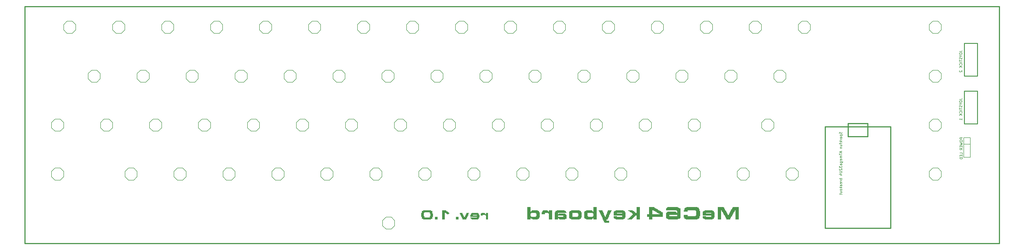
<source format=gbo>
G04 (created by PCBNEW-RS274X (2012-01-19 BZR 3256)-stable) date 07/10/2012 23:19:39*
G01*
G70*
G90*
%MOIN*%
G04 Gerber Fmt 3.4, Leading zero omitted, Abs format*
%FSLAX34Y34*%
G04 APERTURE LIST*
%ADD10C,0.006000*%
%ADD11C,0.015000*%
%ADD12C,0.012000*%
%ADD13C,0.000100*%
%ADD14C,0.008000*%
G04 APERTURE END LIST*
G54D10*
G54D11*
X07874Y-22047D02*
X07874Y-58268D01*
X156693Y-22047D02*
X07874Y-22047D01*
X156693Y-58268D02*
X156693Y-22047D01*
X07874Y-58268D02*
X156693Y-58268D01*
X136618Y-41921D02*
X136618Y-39921D01*
X136618Y-39921D02*
X133618Y-39921D01*
X133618Y-39921D02*
X133618Y-41921D01*
X133618Y-41921D02*
X136618Y-41921D01*
X130118Y-55921D02*
X130118Y-40421D01*
X130118Y-40421D02*
X140118Y-40421D01*
X140118Y-40421D02*
X140118Y-55921D01*
X140118Y-55921D02*
X130118Y-55921D01*
G54D12*
X151362Y-27677D02*
X151362Y-32677D01*
X151362Y-32677D02*
X153362Y-32677D01*
X153362Y-32677D02*
X153362Y-27677D01*
X153362Y-27677D02*
X151362Y-27677D01*
X151362Y-35000D02*
X151362Y-40000D01*
X151362Y-40000D02*
X153362Y-40000D01*
X153362Y-40000D02*
X153362Y-35000D01*
X153362Y-35000D02*
X151362Y-35000D01*
G54D10*
X152272Y-42102D02*
X151272Y-42102D01*
X151272Y-42102D02*
X151272Y-45102D01*
X151272Y-45102D02*
X152272Y-45102D01*
X152272Y-45102D02*
X152272Y-42102D01*
X151272Y-43102D02*
X152272Y-43102D01*
X21280Y-24817D02*
X21805Y-24292D01*
X21805Y-24292D02*
X22605Y-24292D01*
X22605Y-24292D02*
X23130Y-24817D01*
X23130Y-24817D02*
X23130Y-25617D01*
X23130Y-25617D02*
X22605Y-26142D01*
X22605Y-26142D02*
X21805Y-26142D01*
X21805Y-26142D02*
X21280Y-25617D01*
X21280Y-25617D02*
X21280Y-24817D01*
X36240Y-24817D02*
X36765Y-24292D01*
X36765Y-24292D02*
X37565Y-24292D01*
X37565Y-24292D02*
X38090Y-24817D01*
X38090Y-24817D02*
X38090Y-25617D01*
X38090Y-25617D02*
X37565Y-26142D01*
X37565Y-26142D02*
X36765Y-26142D01*
X36765Y-26142D02*
X36240Y-25617D01*
X36240Y-25617D02*
X36240Y-24817D01*
X51201Y-24817D02*
X51726Y-24292D01*
X51726Y-24292D02*
X52526Y-24292D01*
X52526Y-24292D02*
X53051Y-24817D01*
X53051Y-24817D02*
X53051Y-25617D01*
X53051Y-25617D02*
X52526Y-26142D01*
X52526Y-26142D02*
X51726Y-26142D01*
X51726Y-26142D02*
X51201Y-25617D01*
X51201Y-25617D02*
X51201Y-24817D01*
X66162Y-24817D02*
X66687Y-24292D01*
X66687Y-24292D02*
X67487Y-24292D01*
X67487Y-24292D02*
X68012Y-24817D01*
X68012Y-24817D02*
X68012Y-25617D01*
X68012Y-25617D02*
X67487Y-26142D01*
X67487Y-26142D02*
X66687Y-26142D01*
X66687Y-26142D02*
X66162Y-25617D01*
X66162Y-25617D02*
X66162Y-24817D01*
X81122Y-24817D02*
X81647Y-24292D01*
X81647Y-24292D02*
X82447Y-24292D01*
X82447Y-24292D02*
X82972Y-24817D01*
X82972Y-24817D02*
X82972Y-25617D01*
X82972Y-25617D02*
X82447Y-26142D01*
X82447Y-26142D02*
X81647Y-26142D01*
X81647Y-26142D02*
X81122Y-25617D01*
X81122Y-25617D02*
X81122Y-24817D01*
X96083Y-24817D02*
X96608Y-24292D01*
X96608Y-24292D02*
X97408Y-24292D01*
X97408Y-24292D02*
X97933Y-24817D01*
X97933Y-24817D02*
X97933Y-25617D01*
X97933Y-25617D02*
X97408Y-26142D01*
X97408Y-26142D02*
X96608Y-26142D01*
X96608Y-26142D02*
X96083Y-25617D01*
X96083Y-25617D02*
X96083Y-24817D01*
X111044Y-24817D02*
X111569Y-24292D01*
X111569Y-24292D02*
X112369Y-24292D01*
X112369Y-24292D02*
X112894Y-24817D01*
X112894Y-24817D02*
X112894Y-25617D01*
X112894Y-25617D02*
X112369Y-26142D01*
X112369Y-26142D02*
X111569Y-26142D01*
X111569Y-26142D02*
X111044Y-25617D01*
X111044Y-25617D02*
X111044Y-24817D01*
X126004Y-24817D02*
X126529Y-24292D01*
X126529Y-24292D02*
X127329Y-24292D01*
X127329Y-24292D02*
X127854Y-24817D01*
X127854Y-24817D02*
X127854Y-25617D01*
X127854Y-25617D02*
X127329Y-26142D01*
X127329Y-26142D02*
X126529Y-26142D01*
X126529Y-26142D02*
X126004Y-25617D01*
X126004Y-25617D02*
X126004Y-24817D01*
X13799Y-24817D02*
X14324Y-24292D01*
X14324Y-24292D02*
X15124Y-24292D01*
X15124Y-24292D02*
X15649Y-24817D01*
X15649Y-24817D02*
X15649Y-25617D01*
X15649Y-25617D02*
X15124Y-26142D01*
X15124Y-26142D02*
X14324Y-26142D01*
X14324Y-26142D02*
X13799Y-25617D01*
X13799Y-25617D02*
X13799Y-24817D01*
X32500Y-32297D02*
X33025Y-31772D01*
X33025Y-31772D02*
X33825Y-31772D01*
X33825Y-31772D02*
X34350Y-32297D01*
X34350Y-32297D02*
X34350Y-33097D01*
X34350Y-33097D02*
X33825Y-33622D01*
X33825Y-33622D02*
X33025Y-33622D01*
X33025Y-33622D02*
X32500Y-33097D01*
X32500Y-33097D02*
X32500Y-32297D01*
X47461Y-32297D02*
X47986Y-31772D01*
X47986Y-31772D02*
X48786Y-31772D01*
X48786Y-31772D02*
X49311Y-32297D01*
X49311Y-32297D02*
X49311Y-33097D01*
X49311Y-33097D02*
X48786Y-33622D01*
X48786Y-33622D02*
X47986Y-33622D01*
X47986Y-33622D02*
X47461Y-33097D01*
X47461Y-33097D02*
X47461Y-32297D01*
X62421Y-32297D02*
X62946Y-31772D01*
X62946Y-31772D02*
X63746Y-31772D01*
X63746Y-31772D02*
X64271Y-32297D01*
X64271Y-32297D02*
X64271Y-33097D01*
X64271Y-33097D02*
X63746Y-33622D01*
X63746Y-33622D02*
X62946Y-33622D01*
X62946Y-33622D02*
X62421Y-33097D01*
X62421Y-33097D02*
X62421Y-32297D01*
X77382Y-32297D02*
X77907Y-31772D01*
X77907Y-31772D02*
X78707Y-31772D01*
X78707Y-31772D02*
X79232Y-32297D01*
X79232Y-32297D02*
X79232Y-33097D01*
X79232Y-33097D02*
X78707Y-33622D01*
X78707Y-33622D02*
X77907Y-33622D01*
X77907Y-33622D02*
X77382Y-33097D01*
X77382Y-33097D02*
X77382Y-32297D01*
X92343Y-32297D02*
X92868Y-31772D01*
X92868Y-31772D02*
X93668Y-31772D01*
X93668Y-31772D02*
X94193Y-32297D01*
X94193Y-32297D02*
X94193Y-33097D01*
X94193Y-33097D02*
X93668Y-33622D01*
X93668Y-33622D02*
X92868Y-33622D01*
X92868Y-33622D02*
X92343Y-33097D01*
X92343Y-33097D02*
X92343Y-32297D01*
X107303Y-32297D02*
X107828Y-31772D01*
X107828Y-31772D02*
X108628Y-31772D01*
X108628Y-31772D02*
X109153Y-32297D01*
X109153Y-32297D02*
X109153Y-33097D01*
X109153Y-33097D02*
X108628Y-33622D01*
X108628Y-33622D02*
X107828Y-33622D01*
X107828Y-33622D02*
X107303Y-33097D01*
X107303Y-33097D02*
X107303Y-32297D01*
X120414Y-39777D02*
X120939Y-39252D01*
X120939Y-39252D02*
X121739Y-39252D01*
X121739Y-39252D02*
X122264Y-39777D01*
X122264Y-39777D02*
X122264Y-40577D01*
X122264Y-40577D02*
X121739Y-41102D01*
X121739Y-41102D02*
X120939Y-41102D01*
X120939Y-41102D02*
X120414Y-40577D01*
X120414Y-40577D02*
X120414Y-39777D01*
X17540Y-32297D02*
X18065Y-31772D01*
X18065Y-31772D02*
X18865Y-31772D01*
X18865Y-31772D02*
X19390Y-32297D01*
X19390Y-32297D02*
X19390Y-33097D01*
X19390Y-33097D02*
X18865Y-33622D01*
X18865Y-33622D02*
X18065Y-33622D01*
X18065Y-33622D02*
X17540Y-33097D01*
X17540Y-33097D02*
X17540Y-32297D01*
X26910Y-39777D02*
X27435Y-39252D01*
X27435Y-39252D02*
X28235Y-39252D01*
X28235Y-39252D02*
X28760Y-39777D01*
X28760Y-39777D02*
X28760Y-40577D01*
X28760Y-40577D02*
X28235Y-41102D01*
X28235Y-41102D02*
X27435Y-41102D01*
X27435Y-41102D02*
X26910Y-40577D01*
X26910Y-40577D02*
X26910Y-39777D01*
X41870Y-39777D02*
X42395Y-39252D01*
X42395Y-39252D02*
X43195Y-39252D01*
X43195Y-39252D02*
X43720Y-39777D01*
X43720Y-39777D02*
X43720Y-40577D01*
X43720Y-40577D02*
X43195Y-41102D01*
X43195Y-41102D02*
X42395Y-41102D01*
X42395Y-41102D02*
X41870Y-40577D01*
X41870Y-40577D02*
X41870Y-39777D01*
X56831Y-39777D02*
X57356Y-39252D01*
X57356Y-39252D02*
X58156Y-39252D01*
X58156Y-39252D02*
X58681Y-39777D01*
X58681Y-39777D02*
X58681Y-40577D01*
X58681Y-40577D02*
X58156Y-41102D01*
X58156Y-41102D02*
X57356Y-41102D01*
X57356Y-41102D02*
X56831Y-40577D01*
X56831Y-40577D02*
X56831Y-39777D01*
X71792Y-39777D02*
X72317Y-39252D01*
X72317Y-39252D02*
X73117Y-39252D01*
X73117Y-39252D02*
X73642Y-39777D01*
X73642Y-39777D02*
X73642Y-40577D01*
X73642Y-40577D02*
X73117Y-41102D01*
X73117Y-41102D02*
X72317Y-41102D01*
X72317Y-41102D02*
X71792Y-40577D01*
X71792Y-40577D02*
X71792Y-39777D01*
X86752Y-39777D02*
X87277Y-39252D01*
X87277Y-39252D02*
X88077Y-39252D01*
X88077Y-39252D02*
X88602Y-39777D01*
X88602Y-39777D02*
X88602Y-40577D01*
X88602Y-40577D02*
X88077Y-41102D01*
X88077Y-41102D02*
X87277Y-41102D01*
X87277Y-41102D02*
X86752Y-40577D01*
X86752Y-40577D02*
X86752Y-39777D01*
X101713Y-39777D02*
X102238Y-39252D01*
X102238Y-39252D02*
X103038Y-39252D01*
X103038Y-39252D02*
X103563Y-39777D01*
X103563Y-39777D02*
X103563Y-40577D01*
X103563Y-40577D02*
X103038Y-41102D01*
X103038Y-41102D02*
X102238Y-41102D01*
X102238Y-41102D02*
X101713Y-40577D01*
X101713Y-40577D02*
X101713Y-39777D01*
X124154Y-47257D02*
X124679Y-46732D01*
X124679Y-46732D02*
X125479Y-46732D01*
X125479Y-46732D02*
X126004Y-47257D01*
X126004Y-47257D02*
X126004Y-48057D01*
X126004Y-48057D02*
X125479Y-48582D01*
X125479Y-48582D02*
X124679Y-48582D01*
X124679Y-48582D02*
X124154Y-48057D01*
X124154Y-48057D02*
X124154Y-47257D01*
X11949Y-39777D02*
X12474Y-39252D01*
X12474Y-39252D02*
X13274Y-39252D01*
X13274Y-39252D02*
X13799Y-39777D01*
X13799Y-39777D02*
X13799Y-40577D01*
X13799Y-40577D02*
X13274Y-41102D01*
X13274Y-41102D02*
X12474Y-41102D01*
X12474Y-41102D02*
X11949Y-40577D01*
X11949Y-40577D02*
X11949Y-39777D01*
X23169Y-47257D02*
X23694Y-46732D01*
X23694Y-46732D02*
X24494Y-46732D01*
X24494Y-46732D02*
X25019Y-47257D01*
X25019Y-47257D02*
X25019Y-48057D01*
X25019Y-48057D02*
X24494Y-48582D01*
X24494Y-48582D02*
X23694Y-48582D01*
X23694Y-48582D02*
X23169Y-48057D01*
X23169Y-48057D02*
X23169Y-47257D01*
X38130Y-47257D02*
X38655Y-46732D01*
X38655Y-46732D02*
X39455Y-46732D01*
X39455Y-46732D02*
X39980Y-47257D01*
X39980Y-47257D02*
X39980Y-48057D01*
X39980Y-48057D02*
X39455Y-48582D01*
X39455Y-48582D02*
X38655Y-48582D01*
X38655Y-48582D02*
X38130Y-48057D01*
X38130Y-48057D02*
X38130Y-47257D01*
X53091Y-47257D02*
X53616Y-46732D01*
X53616Y-46732D02*
X54416Y-46732D01*
X54416Y-46732D02*
X54941Y-47257D01*
X54941Y-47257D02*
X54941Y-48057D01*
X54941Y-48057D02*
X54416Y-48582D01*
X54416Y-48582D02*
X53616Y-48582D01*
X53616Y-48582D02*
X53091Y-48057D01*
X53091Y-48057D02*
X53091Y-47257D01*
X68051Y-47257D02*
X68576Y-46732D01*
X68576Y-46732D02*
X69376Y-46732D01*
X69376Y-46732D02*
X69901Y-47257D01*
X69901Y-47257D02*
X69901Y-48057D01*
X69901Y-48057D02*
X69376Y-48582D01*
X69376Y-48582D02*
X68576Y-48582D01*
X68576Y-48582D02*
X68051Y-48057D01*
X68051Y-48057D02*
X68051Y-47257D01*
X83012Y-47257D02*
X83537Y-46732D01*
X83537Y-46732D02*
X84337Y-46732D01*
X84337Y-46732D02*
X84862Y-47257D01*
X84862Y-47257D02*
X84862Y-48057D01*
X84862Y-48057D02*
X84337Y-48582D01*
X84337Y-48582D02*
X83537Y-48582D01*
X83537Y-48582D02*
X83012Y-48057D01*
X83012Y-48057D02*
X83012Y-47257D01*
X97972Y-47257D02*
X98497Y-46732D01*
X98497Y-46732D02*
X99297Y-46732D01*
X99297Y-46732D02*
X99822Y-47257D01*
X99822Y-47257D02*
X99822Y-48057D01*
X99822Y-48057D02*
X99297Y-48582D01*
X99297Y-48582D02*
X98497Y-48582D01*
X98497Y-48582D02*
X97972Y-48057D01*
X97972Y-48057D02*
X97972Y-47257D01*
X116673Y-47257D02*
X117198Y-46732D01*
X117198Y-46732D02*
X117998Y-46732D01*
X117998Y-46732D02*
X118523Y-47257D01*
X118523Y-47257D02*
X118523Y-48057D01*
X118523Y-48057D02*
X117998Y-48582D01*
X117998Y-48582D02*
X117198Y-48582D01*
X117198Y-48582D02*
X116673Y-48057D01*
X116673Y-48057D02*
X116673Y-47257D01*
X62500Y-54738D02*
X63025Y-54213D01*
X63025Y-54213D02*
X63825Y-54213D01*
X63825Y-54213D02*
X64350Y-54738D01*
X64350Y-54738D02*
X64350Y-55538D01*
X64350Y-55538D02*
X63825Y-56063D01*
X63825Y-56063D02*
X63025Y-56063D01*
X63025Y-56063D02*
X62500Y-55538D01*
X62500Y-55538D02*
X62500Y-54738D01*
X30650Y-47257D02*
X31175Y-46732D01*
X31175Y-46732D02*
X31975Y-46732D01*
X31975Y-46732D02*
X32500Y-47257D01*
X32500Y-47257D02*
X32500Y-48057D01*
X32500Y-48057D02*
X31975Y-48582D01*
X31975Y-48582D02*
X31175Y-48582D01*
X31175Y-48582D02*
X30650Y-48057D01*
X30650Y-48057D02*
X30650Y-47257D01*
X45610Y-47257D02*
X46135Y-46732D01*
X46135Y-46732D02*
X46935Y-46732D01*
X46935Y-46732D02*
X47460Y-47257D01*
X47460Y-47257D02*
X47460Y-48057D01*
X47460Y-48057D02*
X46935Y-48582D01*
X46935Y-48582D02*
X46135Y-48582D01*
X46135Y-48582D02*
X45610Y-48057D01*
X45610Y-48057D02*
X45610Y-47257D01*
X60571Y-47257D02*
X61096Y-46732D01*
X61096Y-46732D02*
X61896Y-46732D01*
X61896Y-46732D02*
X62421Y-47257D01*
X62421Y-47257D02*
X62421Y-48057D01*
X62421Y-48057D02*
X61896Y-48582D01*
X61896Y-48582D02*
X61096Y-48582D01*
X61096Y-48582D02*
X60571Y-48057D01*
X60571Y-48057D02*
X60571Y-47257D01*
X75532Y-47257D02*
X76057Y-46732D01*
X76057Y-46732D02*
X76857Y-46732D01*
X76857Y-46732D02*
X77382Y-47257D01*
X77382Y-47257D02*
X77382Y-48057D01*
X77382Y-48057D02*
X76857Y-48582D01*
X76857Y-48582D02*
X76057Y-48582D01*
X76057Y-48582D02*
X75532Y-48057D01*
X75532Y-48057D02*
X75532Y-47257D01*
X90492Y-47257D02*
X91017Y-46732D01*
X91017Y-46732D02*
X91817Y-46732D01*
X91817Y-46732D02*
X92342Y-47257D01*
X92342Y-47257D02*
X92342Y-48057D01*
X92342Y-48057D02*
X91817Y-48582D01*
X91817Y-48582D02*
X91017Y-48582D01*
X91017Y-48582D02*
X90492Y-48057D01*
X90492Y-48057D02*
X90492Y-47257D01*
X109193Y-47257D02*
X109718Y-46732D01*
X109718Y-46732D02*
X110518Y-46732D01*
X110518Y-46732D02*
X111043Y-47257D01*
X111043Y-47257D02*
X111043Y-48057D01*
X111043Y-48057D02*
X110518Y-48582D01*
X110518Y-48582D02*
X109718Y-48582D01*
X109718Y-48582D02*
X109193Y-48057D01*
X109193Y-48057D02*
X109193Y-47257D01*
X146004Y-24817D02*
X146529Y-24292D01*
X146529Y-24292D02*
X147329Y-24292D01*
X147329Y-24292D02*
X147854Y-24817D01*
X147854Y-24817D02*
X147854Y-25617D01*
X147854Y-25617D02*
X147329Y-26142D01*
X147329Y-26142D02*
X146529Y-26142D01*
X146529Y-26142D02*
X146004Y-25617D01*
X146004Y-25617D02*
X146004Y-24817D01*
X11949Y-47257D02*
X12474Y-46732D01*
X12474Y-46732D02*
X13274Y-46732D01*
X13274Y-46732D02*
X13799Y-47257D01*
X13799Y-47257D02*
X13799Y-48057D01*
X13799Y-48057D02*
X13274Y-48582D01*
X13274Y-48582D02*
X12474Y-48582D01*
X12474Y-48582D02*
X11949Y-48057D01*
X11949Y-48057D02*
X11949Y-47257D01*
X34390Y-39777D02*
X34915Y-39252D01*
X34915Y-39252D02*
X35715Y-39252D01*
X35715Y-39252D02*
X36240Y-39777D01*
X36240Y-39777D02*
X36240Y-40577D01*
X36240Y-40577D02*
X35715Y-41102D01*
X35715Y-41102D02*
X34915Y-41102D01*
X34915Y-41102D02*
X34390Y-40577D01*
X34390Y-40577D02*
X34390Y-39777D01*
X49351Y-39777D02*
X49876Y-39252D01*
X49876Y-39252D02*
X50676Y-39252D01*
X50676Y-39252D02*
X51201Y-39777D01*
X51201Y-39777D02*
X51201Y-40577D01*
X51201Y-40577D02*
X50676Y-41102D01*
X50676Y-41102D02*
X49876Y-41102D01*
X49876Y-41102D02*
X49351Y-40577D01*
X49351Y-40577D02*
X49351Y-39777D01*
X64311Y-39777D02*
X64836Y-39252D01*
X64836Y-39252D02*
X65636Y-39252D01*
X65636Y-39252D02*
X66161Y-39777D01*
X66161Y-39777D02*
X66161Y-40577D01*
X66161Y-40577D02*
X65636Y-41102D01*
X65636Y-41102D02*
X64836Y-41102D01*
X64836Y-41102D02*
X64311Y-40577D01*
X64311Y-40577D02*
X64311Y-39777D01*
X79272Y-39777D02*
X79797Y-39252D01*
X79797Y-39252D02*
X80597Y-39252D01*
X80597Y-39252D02*
X81122Y-39777D01*
X81122Y-39777D02*
X81122Y-40577D01*
X81122Y-40577D02*
X80597Y-41102D01*
X80597Y-41102D02*
X79797Y-41102D01*
X79797Y-41102D02*
X79272Y-40577D01*
X79272Y-40577D02*
X79272Y-39777D01*
X94232Y-39777D02*
X94757Y-39252D01*
X94757Y-39252D02*
X95557Y-39252D01*
X95557Y-39252D02*
X96082Y-39777D01*
X96082Y-39777D02*
X96082Y-40577D01*
X96082Y-40577D02*
X95557Y-41102D01*
X95557Y-41102D02*
X94757Y-41102D01*
X94757Y-41102D02*
X94232Y-40577D01*
X94232Y-40577D02*
X94232Y-39777D01*
X109193Y-39777D02*
X109718Y-39252D01*
X109718Y-39252D02*
X110518Y-39252D01*
X110518Y-39252D02*
X111043Y-39777D01*
X111043Y-39777D02*
X111043Y-40577D01*
X111043Y-40577D02*
X110518Y-41102D01*
X110518Y-41102D02*
X109718Y-41102D01*
X109718Y-41102D02*
X109193Y-40577D01*
X109193Y-40577D02*
X109193Y-39777D01*
X146004Y-32297D02*
X146529Y-31772D01*
X146529Y-31772D02*
X147329Y-31772D01*
X147329Y-31772D02*
X147854Y-32297D01*
X147854Y-32297D02*
X147854Y-33097D01*
X147854Y-33097D02*
X147329Y-33622D01*
X147329Y-33622D02*
X146529Y-33622D01*
X146529Y-33622D02*
X146004Y-33097D01*
X146004Y-33097D02*
X146004Y-32297D01*
X25020Y-32297D02*
X25545Y-31772D01*
X25545Y-31772D02*
X26345Y-31772D01*
X26345Y-31772D02*
X26870Y-32297D01*
X26870Y-32297D02*
X26870Y-33097D01*
X26870Y-33097D02*
X26345Y-33622D01*
X26345Y-33622D02*
X25545Y-33622D01*
X25545Y-33622D02*
X25020Y-33097D01*
X25020Y-33097D02*
X25020Y-32297D01*
X39981Y-32297D02*
X40506Y-31772D01*
X40506Y-31772D02*
X41306Y-31772D01*
X41306Y-31772D02*
X41831Y-32297D01*
X41831Y-32297D02*
X41831Y-33097D01*
X41831Y-33097D02*
X41306Y-33622D01*
X41306Y-33622D02*
X40506Y-33622D01*
X40506Y-33622D02*
X39981Y-33097D01*
X39981Y-33097D02*
X39981Y-32297D01*
X54941Y-32297D02*
X55466Y-31772D01*
X55466Y-31772D02*
X56266Y-31772D01*
X56266Y-31772D02*
X56791Y-32297D01*
X56791Y-32297D02*
X56791Y-33097D01*
X56791Y-33097D02*
X56266Y-33622D01*
X56266Y-33622D02*
X55466Y-33622D01*
X55466Y-33622D02*
X54941Y-33097D01*
X54941Y-33097D02*
X54941Y-32297D01*
X69902Y-32297D02*
X70427Y-31772D01*
X70427Y-31772D02*
X71227Y-31772D01*
X71227Y-31772D02*
X71752Y-32297D01*
X71752Y-32297D02*
X71752Y-33097D01*
X71752Y-33097D02*
X71227Y-33622D01*
X71227Y-33622D02*
X70427Y-33622D01*
X70427Y-33622D02*
X69902Y-33097D01*
X69902Y-33097D02*
X69902Y-32297D01*
X84862Y-32297D02*
X85387Y-31772D01*
X85387Y-31772D02*
X86187Y-31772D01*
X86187Y-31772D02*
X86712Y-32297D01*
X86712Y-32297D02*
X86712Y-33097D01*
X86712Y-33097D02*
X86187Y-33622D01*
X86187Y-33622D02*
X85387Y-33622D01*
X85387Y-33622D02*
X84862Y-33097D01*
X84862Y-33097D02*
X84862Y-32297D01*
X99823Y-32297D02*
X100348Y-31772D01*
X100348Y-31772D02*
X101148Y-31772D01*
X101148Y-31772D02*
X101673Y-32297D01*
X101673Y-32297D02*
X101673Y-33097D01*
X101673Y-33097D02*
X101148Y-33622D01*
X101148Y-33622D02*
X100348Y-33622D01*
X100348Y-33622D02*
X99823Y-33097D01*
X99823Y-33097D02*
X99823Y-32297D01*
X114784Y-32297D02*
X115309Y-31772D01*
X115309Y-31772D02*
X116109Y-31772D01*
X116109Y-31772D02*
X116634Y-32297D01*
X116634Y-32297D02*
X116634Y-33097D01*
X116634Y-33097D02*
X116109Y-33622D01*
X116109Y-33622D02*
X115309Y-33622D01*
X115309Y-33622D02*
X114784Y-33097D01*
X114784Y-33097D02*
X114784Y-32297D01*
X146004Y-39777D02*
X146529Y-39252D01*
X146529Y-39252D02*
X147329Y-39252D01*
X147329Y-39252D02*
X147854Y-39777D01*
X147854Y-39777D02*
X147854Y-40577D01*
X147854Y-40577D02*
X147329Y-41102D01*
X147329Y-41102D02*
X146529Y-41102D01*
X146529Y-41102D02*
X146004Y-40577D01*
X146004Y-40577D02*
X146004Y-39777D01*
X28760Y-24817D02*
X29285Y-24292D01*
X29285Y-24292D02*
X30085Y-24292D01*
X30085Y-24292D02*
X30610Y-24817D01*
X30610Y-24817D02*
X30610Y-25617D01*
X30610Y-25617D02*
X30085Y-26142D01*
X30085Y-26142D02*
X29285Y-26142D01*
X29285Y-26142D02*
X28760Y-25617D01*
X28760Y-25617D02*
X28760Y-24817D01*
X43721Y-24817D02*
X44246Y-24292D01*
X44246Y-24292D02*
X45046Y-24292D01*
X45046Y-24292D02*
X45571Y-24817D01*
X45571Y-24817D02*
X45571Y-25617D01*
X45571Y-25617D02*
X45046Y-26142D01*
X45046Y-26142D02*
X44246Y-26142D01*
X44246Y-26142D02*
X43721Y-25617D01*
X43721Y-25617D02*
X43721Y-24817D01*
X58681Y-24817D02*
X59206Y-24292D01*
X59206Y-24292D02*
X60006Y-24292D01*
X60006Y-24292D02*
X60531Y-24817D01*
X60531Y-24817D02*
X60531Y-25617D01*
X60531Y-25617D02*
X60006Y-26142D01*
X60006Y-26142D02*
X59206Y-26142D01*
X59206Y-26142D02*
X58681Y-25617D01*
X58681Y-25617D02*
X58681Y-24817D01*
X73642Y-24817D02*
X74167Y-24292D01*
X74167Y-24292D02*
X74967Y-24292D01*
X74967Y-24292D02*
X75492Y-24817D01*
X75492Y-24817D02*
X75492Y-25617D01*
X75492Y-25617D02*
X74967Y-26142D01*
X74967Y-26142D02*
X74167Y-26142D01*
X74167Y-26142D02*
X73642Y-25617D01*
X73642Y-25617D02*
X73642Y-24817D01*
X88603Y-24817D02*
X89128Y-24292D01*
X89128Y-24292D02*
X89928Y-24292D01*
X89928Y-24292D02*
X90453Y-24817D01*
X90453Y-24817D02*
X90453Y-25617D01*
X90453Y-25617D02*
X89928Y-26142D01*
X89928Y-26142D02*
X89128Y-26142D01*
X89128Y-26142D02*
X88603Y-25617D01*
X88603Y-25617D02*
X88603Y-24817D01*
X103563Y-24817D02*
X104088Y-24292D01*
X104088Y-24292D02*
X104888Y-24292D01*
X104888Y-24292D02*
X105413Y-24817D01*
X105413Y-24817D02*
X105413Y-25617D01*
X105413Y-25617D02*
X104888Y-26142D01*
X104888Y-26142D02*
X104088Y-26142D01*
X104088Y-26142D02*
X103563Y-25617D01*
X103563Y-25617D02*
X103563Y-24817D01*
X118524Y-24817D02*
X119049Y-24292D01*
X119049Y-24292D02*
X119849Y-24292D01*
X119849Y-24292D02*
X120374Y-24817D01*
X120374Y-24817D02*
X120374Y-25617D01*
X120374Y-25617D02*
X119849Y-26142D01*
X119849Y-26142D02*
X119049Y-26142D01*
X119049Y-26142D02*
X118524Y-25617D01*
X118524Y-25617D02*
X118524Y-24817D01*
X146004Y-47257D02*
X146529Y-46732D01*
X146529Y-46732D02*
X147329Y-46732D01*
X147329Y-46732D02*
X147854Y-47257D01*
X147854Y-47257D02*
X147854Y-48057D01*
X147854Y-48057D02*
X147329Y-48582D01*
X147329Y-48582D02*
X146529Y-48582D01*
X146529Y-48582D02*
X146004Y-48057D01*
X146004Y-48057D02*
X146004Y-47257D01*
X19429Y-39777D02*
X19954Y-39252D01*
X19954Y-39252D02*
X20754Y-39252D01*
X20754Y-39252D02*
X21279Y-39777D01*
X21279Y-39777D02*
X21279Y-40577D01*
X21279Y-40577D02*
X20754Y-41102D01*
X20754Y-41102D02*
X19954Y-41102D01*
X19954Y-41102D02*
X19429Y-40577D01*
X19429Y-40577D02*
X19429Y-39777D01*
X122264Y-32297D02*
X122789Y-31772D01*
X122789Y-31772D02*
X123589Y-31772D01*
X123589Y-31772D02*
X124114Y-32297D01*
X124114Y-32297D02*
X124114Y-33097D01*
X124114Y-33097D02*
X123589Y-33622D01*
X123589Y-33622D02*
X122789Y-33622D01*
X122789Y-33622D02*
X122264Y-33097D01*
X122264Y-33097D02*
X122264Y-32297D01*
G54D13*
G36*
X84620Y-52691D02*
X84720Y-52691D01*
X84720Y-52791D01*
X84620Y-52791D01*
X84620Y-52691D01*
X84620Y-52691D01*
G37*
G36*
X84720Y-52691D02*
X84820Y-52691D01*
X84820Y-52791D01*
X84720Y-52791D01*
X84720Y-52691D01*
X84720Y-52691D01*
G37*
G36*
X84820Y-52691D02*
X84920Y-52691D01*
X84920Y-52791D01*
X84820Y-52791D01*
X84820Y-52691D01*
X84820Y-52691D01*
G37*
G36*
X84920Y-52691D02*
X85020Y-52691D01*
X85020Y-52791D01*
X84920Y-52791D01*
X84920Y-52691D01*
X84920Y-52691D01*
G37*
G36*
X85020Y-52691D02*
X85120Y-52691D01*
X85120Y-52791D01*
X85020Y-52791D01*
X85020Y-52691D01*
X85020Y-52691D01*
G37*
G36*
X94720Y-52691D02*
X94820Y-52691D01*
X94820Y-52791D01*
X94720Y-52791D01*
X94720Y-52691D01*
X94720Y-52691D01*
G37*
G36*
X94820Y-52691D02*
X94920Y-52691D01*
X94920Y-52791D01*
X94820Y-52791D01*
X94820Y-52691D01*
X94820Y-52691D01*
G37*
G36*
X94920Y-52691D02*
X95020Y-52691D01*
X95020Y-52791D01*
X94920Y-52791D01*
X94920Y-52691D01*
X94920Y-52691D01*
G37*
G36*
X95020Y-52691D02*
X95120Y-52691D01*
X95120Y-52791D01*
X95020Y-52791D01*
X95020Y-52691D01*
X95020Y-52691D01*
G37*
G36*
X95120Y-52691D02*
X95220Y-52691D01*
X95220Y-52791D01*
X95120Y-52791D01*
X95120Y-52691D01*
X95120Y-52691D01*
G37*
G36*
X101320Y-52691D02*
X101420Y-52691D01*
X101420Y-52791D01*
X101320Y-52791D01*
X101320Y-52691D01*
X101320Y-52691D01*
G37*
G36*
X101420Y-52691D02*
X101520Y-52691D01*
X101520Y-52791D01*
X101420Y-52791D01*
X101420Y-52691D01*
X101420Y-52691D01*
G37*
G36*
X101520Y-52691D02*
X101620Y-52691D01*
X101620Y-52791D01*
X101520Y-52791D01*
X101520Y-52691D01*
X101520Y-52691D01*
G37*
G36*
X101620Y-52691D02*
X101720Y-52691D01*
X101720Y-52791D01*
X101620Y-52791D01*
X101620Y-52691D01*
X101620Y-52691D01*
G37*
G36*
X101720Y-52691D02*
X101820Y-52691D01*
X101820Y-52791D01*
X101720Y-52791D01*
X101720Y-52691D01*
X101720Y-52691D01*
G37*
G36*
X103220Y-52691D02*
X103320Y-52691D01*
X103320Y-52791D01*
X103220Y-52791D01*
X103220Y-52691D01*
X103220Y-52691D01*
G37*
G36*
X103320Y-52691D02*
X103420Y-52691D01*
X103420Y-52791D01*
X103320Y-52791D01*
X103320Y-52691D01*
X103320Y-52691D01*
G37*
G36*
X103420Y-52691D02*
X103520Y-52691D01*
X103520Y-52791D01*
X103420Y-52791D01*
X103420Y-52691D01*
X103420Y-52691D01*
G37*
G36*
X103520Y-52691D02*
X103620Y-52691D01*
X103620Y-52791D01*
X103520Y-52791D01*
X103520Y-52691D01*
X103520Y-52691D01*
G37*
G36*
X103620Y-52691D02*
X103720Y-52691D01*
X103720Y-52791D01*
X103620Y-52791D01*
X103620Y-52691D01*
X103620Y-52691D01*
G37*
G36*
X103720Y-52691D02*
X103820Y-52691D01*
X103820Y-52791D01*
X103720Y-52791D01*
X103720Y-52691D01*
X103720Y-52691D01*
G37*
G36*
X103820Y-52691D02*
X103920Y-52691D01*
X103920Y-52791D01*
X103820Y-52791D01*
X103820Y-52691D01*
X103820Y-52691D01*
G37*
G36*
X103920Y-52691D02*
X104020Y-52691D01*
X104020Y-52791D01*
X103920Y-52791D01*
X103920Y-52691D01*
X103920Y-52691D01*
G37*
G36*
X106020Y-52691D02*
X106120Y-52691D01*
X106120Y-52791D01*
X106020Y-52791D01*
X106020Y-52691D01*
X106020Y-52691D01*
G37*
G36*
X106120Y-52691D02*
X106220Y-52691D01*
X106220Y-52791D01*
X106120Y-52791D01*
X106120Y-52691D01*
X106120Y-52691D01*
G37*
G36*
X106220Y-52691D02*
X106320Y-52691D01*
X106320Y-52791D01*
X106220Y-52791D01*
X106220Y-52691D01*
X106220Y-52691D01*
G37*
G36*
X106320Y-52691D02*
X106420Y-52691D01*
X106420Y-52791D01*
X106320Y-52791D01*
X106320Y-52691D01*
X106320Y-52691D01*
G37*
G36*
X106420Y-52691D02*
X106520Y-52691D01*
X106520Y-52791D01*
X106420Y-52791D01*
X106420Y-52691D01*
X106420Y-52691D01*
G37*
G36*
X106520Y-52691D02*
X106620Y-52691D01*
X106620Y-52791D01*
X106520Y-52791D01*
X106520Y-52691D01*
X106520Y-52691D01*
G37*
G36*
X106620Y-52691D02*
X106720Y-52691D01*
X106720Y-52791D01*
X106620Y-52791D01*
X106620Y-52691D01*
X106620Y-52691D01*
G37*
G36*
X106720Y-52691D02*
X106820Y-52691D01*
X106820Y-52791D01*
X106720Y-52791D01*
X106720Y-52691D01*
X106720Y-52691D01*
G37*
G36*
X106820Y-52691D02*
X106920Y-52691D01*
X106920Y-52791D01*
X106820Y-52791D01*
X106820Y-52691D01*
X106820Y-52691D01*
G37*
G36*
X106920Y-52691D02*
X107020Y-52691D01*
X107020Y-52791D01*
X106920Y-52791D01*
X106920Y-52691D01*
X106920Y-52691D01*
G37*
G36*
X107020Y-52691D02*
X107120Y-52691D01*
X107120Y-52791D01*
X107020Y-52791D01*
X107020Y-52691D01*
X107020Y-52691D01*
G37*
G36*
X107120Y-52691D02*
X107220Y-52691D01*
X107220Y-52791D01*
X107120Y-52791D01*
X107120Y-52691D01*
X107120Y-52691D01*
G37*
G36*
X107220Y-52691D02*
X107320Y-52691D01*
X107320Y-52791D01*
X107220Y-52791D01*
X107220Y-52691D01*
X107220Y-52691D01*
G37*
G36*
X107320Y-52691D02*
X107420Y-52691D01*
X107420Y-52791D01*
X107320Y-52791D01*
X107320Y-52691D01*
X107320Y-52691D01*
G37*
G36*
X107420Y-52691D02*
X107520Y-52691D01*
X107520Y-52791D01*
X107420Y-52791D01*
X107420Y-52691D01*
X107420Y-52691D01*
G37*
G36*
X107520Y-52691D02*
X107620Y-52691D01*
X107620Y-52791D01*
X107520Y-52791D01*
X107520Y-52691D01*
X107520Y-52691D01*
G37*
G36*
X108920Y-52691D02*
X109020Y-52691D01*
X109020Y-52791D01*
X108920Y-52791D01*
X108920Y-52691D01*
X108920Y-52691D01*
G37*
G36*
X109020Y-52691D02*
X109120Y-52691D01*
X109120Y-52791D01*
X109020Y-52791D01*
X109020Y-52691D01*
X109020Y-52691D01*
G37*
G36*
X109120Y-52691D02*
X109220Y-52691D01*
X109220Y-52791D01*
X109120Y-52791D01*
X109120Y-52691D01*
X109120Y-52691D01*
G37*
G36*
X109220Y-52691D02*
X109320Y-52691D01*
X109320Y-52791D01*
X109220Y-52791D01*
X109220Y-52691D01*
X109220Y-52691D01*
G37*
G36*
X109320Y-52691D02*
X109420Y-52691D01*
X109420Y-52791D01*
X109320Y-52791D01*
X109320Y-52691D01*
X109320Y-52691D01*
G37*
G36*
X109420Y-52691D02*
X109520Y-52691D01*
X109520Y-52791D01*
X109420Y-52791D01*
X109420Y-52691D01*
X109420Y-52691D01*
G37*
G36*
X109520Y-52691D02*
X109620Y-52691D01*
X109620Y-52791D01*
X109520Y-52791D01*
X109520Y-52691D01*
X109520Y-52691D01*
G37*
G36*
X109620Y-52691D02*
X109720Y-52691D01*
X109720Y-52791D01*
X109620Y-52791D01*
X109620Y-52691D01*
X109620Y-52691D01*
G37*
G36*
X109720Y-52691D02*
X109820Y-52691D01*
X109820Y-52791D01*
X109720Y-52791D01*
X109720Y-52691D01*
X109720Y-52691D01*
G37*
G36*
X109820Y-52691D02*
X109920Y-52691D01*
X109920Y-52791D01*
X109820Y-52791D01*
X109820Y-52691D01*
X109820Y-52691D01*
G37*
G36*
X109920Y-52691D02*
X110020Y-52691D01*
X110020Y-52791D01*
X109920Y-52791D01*
X109920Y-52691D01*
X109920Y-52691D01*
G37*
G36*
X110020Y-52691D02*
X110120Y-52691D01*
X110120Y-52791D01*
X110020Y-52791D01*
X110020Y-52691D01*
X110020Y-52691D01*
G37*
G36*
X110120Y-52691D02*
X110220Y-52691D01*
X110220Y-52791D01*
X110120Y-52791D01*
X110120Y-52691D01*
X110120Y-52691D01*
G37*
G36*
X110220Y-52691D02*
X110320Y-52691D01*
X110320Y-52791D01*
X110220Y-52791D01*
X110220Y-52691D01*
X110220Y-52691D01*
G37*
G36*
X110320Y-52691D02*
X110420Y-52691D01*
X110420Y-52791D01*
X110320Y-52791D01*
X110320Y-52691D01*
X110320Y-52691D01*
G37*
G36*
X110420Y-52691D02*
X110520Y-52691D01*
X110520Y-52791D01*
X110420Y-52791D01*
X110420Y-52691D01*
X110420Y-52691D01*
G37*
G36*
X110520Y-52691D02*
X110620Y-52691D01*
X110620Y-52791D01*
X110520Y-52791D01*
X110520Y-52691D01*
X110520Y-52691D01*
G37*
G36*
X113720Y-52691D02*
X113820Y-52691D01*
X113820Y-52791D01*
X113720Y-52791D01*
X113720Y-52691D01*
X113720Y-52691D01*
G37*
G36*
X113820Y-52691D02*
X113920Y-52691D01*
X113920Y-52791D01*
X113820Y-52791D01*
X113820Y-52691D01*
X113820Y-52691D01*
G37*
G36*
X113920Y-52691D02*
X114020Y-52691D01*
X114020Y-52791D01*
X113920Y-52791D01*
X113920Y-52691D01*
X113920Y-52691D01*
G37*
G36*
X114020Y-52691D02*
X114120Y-52691D01*
X114120Y-52791D01*
X114020Y-52791D01*
X114020Y-52691D01*
X114020Y-52691D01*
G37*
G36*
X114120Y-52691D02*
X114220Y-52691D01*
X114220Y-52791D01*
X114120Y-52791D01*
X114120Y-52691D01*
X114120Y-52691D01*
G37*
G36*
X114220Y-52691D02*
X114320Y-52691D01*
X114320Y-52791D01*
X114220Y-52791D01*
X114220Y-52691D01*
X114220Y-52691D01*
G37*
G36*
X114320Y-52691D02*
X114420Y-52691D01*
X114420Y-52791D01*
X114320Y-52791D01*
X114320Y-52691D01*
X114320Y-52691D01*
G37*
G36*
X114420Y-52691D02*
X114520Y-52691D01*
X114520Y-52791D01*
X114420Y-52791D01*
X114420Y-52691D01*
X114420Y-52691D01*
G37*
G36*
X114520Y-52691D02*
X114620Y-52691D01*
X114620Y-52791D01*
X114520Y-52791D01*
X114520Y-52691D01*
X114520Y-52691D01*
G37*
G36*
X116020Y-52691D02*
X116120Y-52691D01*
X116120Y-52791D01*
X116020Y-52791D01*
X116020Y-52691D01*
X116020Y-52691D01*
G37*
G36*
X116120Y-52691D02*
X116220Y-52691D01*
X116220Y-52791D01*
X116120Y-52791D01*
X116120Y-52691D01*
X116120Y-52691D01*
G37*
G36*
X116220Y-52691D02*
X116320Y-52691D01*
X116320Y-52791D01*
X116220Y-52791D01*
X116220Y-52691D01*
X116220Y-52691D01*
G37*
G36*
X116320Y-52691D02*
X116420Y-52691D01*
X116420Y-52791D01*
X116320Y-52791D01*
X116320Y-52691D01*
X116320Y-52691D01*
G37*
G36*
X116420Y-52691D02*
X116520Y-52691D01*
X116520Y-52791D01*
X116420Y-52791D01*
X116420Y-52691D01*
X116420Y-52691D01*
G37*
G36*
X116520Y-52691D02*
X116620Y-52691D01*
X116620Y-52791D01*
X116520Y-52791D01*
X116520Y-52691D01*
X116520Y-52691D01*
G37*
G36*
X116620Y-52691D02*
X116720Y-52691D01*
X116720Y-52791D01*
X116620Y-52791D01*
X116620Y-52691D01*
X116620Y-52691D01*
G37*
G36*
X116720Y-52691D02*
X116820Y-52691D01*
X116820Y-52791D01*
X116720Y-52791D01*
X116720Y-52691D01*
X116720Y-52691D01*
G37*
G36*
X116820Y-52691D02*
X116920Y-52691D01*
X116920Y-52791D01*
X116820Y-52791D01*
X116820Y-52691D01*
X116820Y-52691D01*
G37*
G36*
X84620Y-52791D02*
X84720Y-52791D01*
X84720Y-52891D01*
X84620Y-52891D01*
X84620Y-52791D01*
X84620Y-52791D01*
G37*
G36*
X84720Y-52791D02*
X84820Y-52791D01*
X84820Y-52891D01*
X84720Y-52891D01*
X84720Y-52791D01*
X84720Y-52791D01*
G37*
G36*
X84820Y-52791D02*
X84920Y-52791D01*
X84920Y-52891D01*
X84820Y-52891D01*
X84820Y-52791D01*
X84820Y-52791D01*
G37*
G36*
X84920Y-52791D02*
X85020Y-52791D01*
X85020Y-52891D01*
X84920Y-52891D01*
X84920Y-52791D01*
X84920Y-52791D01*
G37*
G36*
X85020Y-52791D02*
X85120Y-52791D01*
X85120Y-52891D01*
X85020Y-52891D01*
X85020Y-52791D01*
X85020Y-52791D01*
G37*
G36*
X94720Y-52791D02*
X94820Y-52791D01*
X94820Y-52891D01*
X94720Y-52891D01*
X94720Y-52791D01*
X94720Y-52791D01*
G37*
G36*
X94820Y-52791D02*
X94920Y-52791D01*
X94920Y-52891D01*
X94820Y-52891D01*
X94820Y-52791D01*
X94820Y-52791D01*
G37*
G36*
X94920Y-52791D02*
X95020Y-52791D01*
X95020Y-52891D01*
X94920Y-52891D01*
X94920Y-52791D01*
X94920Y-52791D01*
G37*
G36*
X95020Y-52791D02*
X95120Y-52791D01*
X95120Y-52891D01*
X95020Y-52891D01*
X95020Y-52791D01*
X95020Y-52791D01*
G37*
G36*
X95120Y-52791D02*
X95220Y-52791D01*
X95220Y-52891D01*
X95120Y-52891D01*
X95120Y-52791D01*
X95120Y-52791D01*
G37*
G36*
X101320Y-52791D02*
X101420Y-52791D01*
X101420Y-52891D01*
X101320Y-52891D01*
X101320Y-52791D01*
X101320Y-52791D01*
G37*
G36*
X101420Y-52791D02*
X101520Y-52791D01*
X101520Y-52891D01*
X101420Y-52891D01*
X101420Y-52791D01*
X101420Y-52791D01*
G37*
G36*
X101520Y-52791D02*
X101620Y-52791D01*
X101620Y-52891D01*
X101520Y-52891D01*
X101520Y-52791D01*
X101520Y-52791D01*
G37*
G36*
X101620Y-52791D02*
X101720Y-52791D01*
X101720Y-52891D01*
X101620Y-52891D01*
X101620Y-52791D01*
X101620Y-52791D01*
G37*
G36*
X101720Y-52791D02*
X101820Y-52791D01*
X101820Y-52891D01*
X101720Y-52891D01*
X101720Y-52791D01*
X101720Y-52791D01*
G37*
G36*
X103220Y-52791D02*
X103320Y-52791D01*
X103320Y-52891D01*
X103220Y-52891D01*
X103220Y-52791D01*
X103220Y-52791D01*
G37*
G36*
X103320Y-52791D02*
X103420Y-52791D01*
X103420Y-52891D01*
X103320Y-52891D01*
X103320Y-52791D01*
X103320Y-52791D01*
G37*
G36*
X103420Y-52791D02*
X103520Y-52791D01*
X103520Y-52891D01*
X103420Y-52891D01*
X103420Y-52791D01*
X103420Y-52791D01*
G37*
G36*
X103520Y-52791D02*
X103620Y-52791D01*
X103620Y-52891D01*
X103520Y-52891D01*
X103520Y-52791D01*
X103520Y-52791D01*
G37*
G36*
X103620Y-52791D02*
X103720Y-52791D01*
X103720Y-52891D01*
X103620Y-52891D01*
X103620Y-52791D01*
X103620Y-52791D01*
G37*
G36*
X103720Y-52791D02*
X103820Y-52791D01*
X103820Y-52891D01*
X103720Y-52891D01*
X103720Y-52791D01*
X103720Y-52791D01*
G37*
G36*
X103820Y-52791D02*
X103920Y-52791D01*
X103920Y-52891D01*
X103820Y-52891D01*
X103820Y-52791D01*
X103820Y-52791D01*
G37*
G36*
X103920Y-52791D02*
X104020Y-52791D01*
X104020Y-52891D01*
X103920Y-52891D01*
X103920Y-52791D01*
X103920Y-52791D01*
G37*
G36*
X104020Y-52791D02*
X104120Y-52791D01*
X104120Y-52891D01*
X104020Y-52891D01*
X104020Y-52791D01*
X104020Y-52791D01*
G37*
G36*
X105920Y-52791D02*
X106020Y-52791D01*
X106020Y-52891D01*
X105920Y-52891D01*
X105920Y-52791D01*
X105920Y-52791D01*
G37*
G36*
X106020Y-52791D02*
X106120Y-52791D01*
X106120Y-52891D01*
X106020Y-52891D01*
X106020Y-52791D01*
X106020Y-52791D01*
G37*
G36*
X106120Y-52791D02*
X106220Y-52791D01*
X106220Y-52891D01*
X106120Y-52891D01*
X106120Y-52791D01*
X106120Y-52791D01*
G37*
G36*
X106220Y-52791D02*
X106320Y-52791D01*
X106320Y-52891D01*
X106220Y-52891D01*
X106220Y-52791D01*
X106220Y-52791D01*
G37*
G36*
X106320Y-52791D02*
X106420Y-52791D01*
X106420Y-52891D01*
X106320Y-52891D01*
X106320Y-52791D01*
X106320Y-52791D01*
G37*
G36*
X106420Y-52791D02*
X106520Y-52791D01*
X106520Y-52891D01*
X106420Y-52891D01*
X106420Y-52791D01*
X106420Y-52791D01*
G37*
G36*
X106520Y-52791D02*
X106620Y-52791D01*
X106620Y-52891D01*
X106520Y-52891D01*
X106520Y-52791D01*
X106520Y-52791D01*
G37*
G36*
X106620Y-52791D02*
X106720Y-52791D01*
X106720Y-52891D01*
X106620Y-52891D01*
X106620Y-52791D01*
X106620Y-52791D01*
G37*
G36*
X106720Y-52791D02*
X106820Y-52791D01*
X106820Y-52891D01*
X106720Y-52891D01*
X106720Y-52791D01*
X106720Y-52791D01*
G37*
G36*
X106820Y-52791D02*
X106920Y-52791D01*
X106920Y-52891D01*
X106820Y-52891D01*
X106820Y-52791D01*
X106820Y-52791D01*
G37*
G36*
X106920Y-52791D02*
X107020Y-52791D01*
X107020Y-52891D01*
X106920Y-52891D01*
X106920Y-52791D01*
X106920Y-52791D01*
G37*
G36*
X107020Y-52791D02*
X107120Y-52791D01*
X107120Y-52891D01*
X107020Y-52891D01*
X107020Y-52791D01*
X107020Y-52791D01*
G37*
G36*
X107120Y-52791D02*
X107220Y-52791D01*
X107220Y-52891D01*
X107120Y-52891D01*
X107120Y-52791D01*
X107120Y-52791D01*
G37*
G36*
X107220Y-52791D02*
X107320Y-52791D01*
X107320Y-52891D01*
X107220Y-52891D01*
X107220Y-52791D01*
X107220Y-52791D01*
G37*
G36*
X107320Y-52791D02*
X107420Y-52791D01*
X107420Y-52891D01*
X107320Y-52891D01*
X107320Y-52791D01*
X107320Y-52791D01*
G37*
G36*
X107420Y-52791D02*
X107520Y-52791D01*
X107520Y-52891D01*
X107420Y-52891D01*
X107420Y-52791D01*
X107420Y-52791D01*
G37*
G36*
X107520Y-52791D02*
X107620Y-52791D01*
X107620Y-52891D01*
X107520Y-52891D01*
X107520Y-52791D01*
X107520Y-52791D01*
G37*
G36*
X107620Y-52791D02*
X107720Y-52791D01*
X107720Y-52891D01*
X107620Y-52891D01*
X107620Y-52791D01*
X107620Y-52791D01*
G37*
G36*
X107720Y-52791D02*
X107820Y-52791D01*
X107820Y-52891D01*
X107720Y-52891D01*
X107720Y-52791D01*
X107720Y-52791D01*
G37*
G36*
X108720Y-52791D02*
X108820Y-52791D01*
X108820Y-52891D01*
X108720Y-52891D01*
X108720Y-52791D01*
X108720Y-52791D01*
G37*
G36*
X108820Y-52791D02*
X108920Y-52791D01*
X108920Y-52891D01*
X108820Y-52891D01*
X108820Y-52791D01*
X108820Y-52791D01*
G37*
G36*
X108920Y-52791D02*
X109020Y-52791D01*
X109020Y-52891D01*
X108920Y-52891D01*
X108920Y-52791D01*
X108920Y-52791D01*
G37*
G36*
X109020Y-52791D02*
X109120Y-52791D01*
X109120Y-52891D01*
X109020Y-52891D01*
X109020Y-52791D01*
X109020Y-52791D01*
G37*
G36*
X109120Y-52791D02*
X109220Y-52791D01*
X109220Y-52891D01*
X109120Y-52891D01*
X109120Y-52791D01*
X109120Y-52791D01*
G37*
G36*
X109220Y-52791D02*
X109320Y-52791D01*
X109320Y-52891D01*
X109220Y-52891D01*
X109220Y-52791D01*
X109220Y-52791D01*
G37*
G36*
X109320Y-52791D02*
X109420Y-52791D01*
X109420Y-52891D01*
X109320Y-52891D01*
X109320Y-52791D01*
X109320Y-52791D01*
G37*
G36*
X109420Y-52791D02*
X109520Y-52791D01*
X109520Y-52891D01*
X109420Y-52891D01*
X109420Y-52791D01*
X109420Y-52791D01*
G37*
G36*
X109520Y-52791D02*
X109620Y-52791D01*
X109620Y-52891D01*
X109520Y-52891D01*
X109520Y-52791D01*
X109520Y-52791D01*
G37*
G36*
X109620Y-52791D02*
X109720Y-52791D01*
X109720Y-52891D01*
X109620Y-52891D01*
X109620Y-52791D01*
X109620Y-52791D01*
G37*
G36*
X109720Y-52791D02*
X109820Y-52791D01*
X109820Y-52891D01*
X109720Y-52891D01*
X109720Y-52791D01*
X109720Y-52791D01*
G37*
G36*
X109820Y-52791D02*
X109920Y-52791D01*
X109920Y-52891D01*
X109820Y-52891D01*
X109820Y-52791D01*
X109820Y-52791D01*
G37*
G36*
X109920Y-52791D02*
X110020Y-52791D01*
X110020Y-52891D01*
X109920Y-52891D01*
X109920Y-52791D01*
X109920Y-52791D01*
G37*
G36*
X110020Y-52791D02*
X110120Y-52791D01*
X110120Y-52891D01*
X110020Y-52891D01*
X110020Y-52791D01*
X110020Y-52791D01*
G37*
G36*
X110120Y-52791D02*
X110220Y-52791D01*
X110220Y-52891D01*
X110120Y-52891D01*
X110120Y-52791D01*
X110120Y-52791D01*
G37*
G36*
X110220Y-52791D02*
X110320Y-52791D01*
X110320Y-52891D01*
X110220Y-52891D01*
X110220Y-52791D01*
X110220Y-52791D01*
G37*
G36*
X110320Y-52791D02*
X110420Y-52791D01*
X110420Y-52891D01*
X110320Y-52891D01*
X110320Y-52791D01*
X110320Y-52791D01*
G37*
G36*
X110420Y-52791D02*
X110520Y-52791D01*
X110520Y-52891D01*
X110420Y-52891D01*
X110420Y-52791D01*
X110420Y-52791D01*
G37*
G36*
X110520Y-52791D02*
X110620Y-52791D01*
X110620Y-52891D01*
X110520Y-52891D01*
X110520Y-52791D01*
X110520Y-52791D01*
G37*
G36*
X110620Y-52791D02*
X110720Y-52791D01*
X110720Y-52891D01*
X110620Y-52891D01*
X110620Y-52791D01*
X110620Y-52791D01*
G37*
G36*
X110720Y-52791D02*
X110820Y-52791D01*
X110820Y-52891D01*
X110720Y-52891D01*
X110720Y-52791D01*
X110720Y-52791D01*
G37*
G36*
X113720Y-52791D02*
X113820Y-52791D01*
X113820Y-52891D01*
X113720Y-52891D01*
X113720Y-52791D01*
X113720Y-52791D01*
G37*
G36*
X113820Y-52791D02*
X113920Y-52791D01*
X113920Y-52891D01*
X113820Y-52891D01*
X113820Y-52791D01*
X113820Y-52791D01*
G37*
G36*
X113920Y-52791D02*
X114020Y-52791D01*
X114020Y-52891D01*
X113920Y-52891D01*
X113920Y-52791D01*
X113920Y-52791D01*
G37*
G36*
X114020Y-52791D02*
X114120Y-52791D01*
X114120Y-52891D01*
X114020Y-52891D01*
X114020Y-52791D01*
X114020Y-52791D01*
G37*
G36*
X114120Y-52791D02*
X114220Y-52791D01*
X114220Y-52891D01*
X114120Y-52891D01*
X114120Y-52791D01*
X114120Y-52791D01*
G37*
G36*
X114220Y-52791D02*
X114320Y-52791D01*
X114320Y-52891D01*
X114220Y-52891D01*
X114220Y-52791D01*
X114220Y-52791D01*
G37*
G36*
X114320Y-52791D02*
X114420Y-52791D01*
X114420Y-52891D01*
X114320Y-52891D01*
X114320Y-52791D01*
X114320Y-52791D01*
G37*
G36*
X114420Y-52791D02*
X114520Y-52791D01*
X114520Y-52891D01*
X114420Y-52891D01*
X114420Y-52791D01*
X114420Y-52791D01*
G37*
G36*
X114520Y-52791D02*
X114620Y-52791D01*
X114620Y-52891D01*
X114520Y-52891D01*
X114520Y-52791D01*
X114520Y-52791D01*
G37*
G36*
X114620Y-52791D02*
X114720Y-52791D01*
X114720Y-52891D01*
X114620Y-52891D01*
X114620Y-52791D01*
X114620Y-52791D01*
G37*
G36*
X115920Y-52791D02*
X116020Y-52791D01*
X116020Y-52891D01*
X115920Y-52891D01*
X115920Y-52791D01*
X115920Y-52791D01*
G37*
G36*
X116020Y-52791D02*
X116120Y-52791D01*
X116120Y-52891D01*
X116020Y-52891D01*
X116020Y-52791D01*
X116020Y-52791D01*
G37*
G36*
X116120Y-52791D02*
X116220Y-52791D01*
X116220Y-52891D01*
X116120Y-52891D01*
X116120Y-52791D01*
X116120Y-52791D01*
G37*
G36*
X116220Y-52791D02*
X116320Y-52791D01*
X116320Y-52891D01*
X116220Y-52891D01*
X116220Y-52791D01*
X116220Y-52791D01*
G37*
G36*
X116320Y-52791D02*
X116420Y-52791D01*
X116420Y-52891D01*
X116320Y-52891D01*
X116320Y-52791D01*
X116320Y-52791D01*
G37*
G36*
X116420Y-52791D02*
X116520Y-52791D01*
X116520Y-52891D01*
X116420Y-52891D01*
X116420Y-52791D01*
X116420Y-52791D01*
G37*
G36*
X116520Y-52791D02*
X116620Y-52791D01*
X116620Y-52891D01*
X116520Y-52891D01*
X116520Y-52791D01*
X116520Y-52791D01*
G37*
G36*
X116620Y-52791D02*
X116720Y-52791D01*
X116720Y-52891D01*
X116620Y-52891D01*
X116620Y-52791D01*
X116620Y-52791D01*
G37*
G36*
X116720Y-52791D02*
X116820Y-52791D01*
X116820Y-52891D01*
X116720Y-52891D01*
X116720Y-52791D01*
X116720Y-52791D01*
G37*
G36*
X116820Y-52791D02*
X116920Y-52791D01*
X116920Y-52891D01*
X116820Y-52891D01*
X116820Y-52791D01*
X116820Y-52791D01*
G37*
G36*
X84620Y-52891D02*
X84720Y-52891D01*
X84720Y-52991D01*
X84620Y-52991D01*
X84620Y-52891D01*
X84620Y-52891D01*
G37*
G36*
X84720Y-52891D02*
X84820Y-52891D01*
X84820Y-52991D01*
X84720Y-52991D01*
X84720Y-52891D01*
X84720Y-52891D01*
G37*
G36*
X84820Y-52891D02*
X84920Y-52891D01*
X84920Y-52991D01*
X84820Y-52991D01*
X84820Y-52891D01*
X84820Y-52891D01*
G37*
G36*
X84920Y-52891D02*
X85020Y-52891D01*
X85020Y-52991D01*
X84920Y-52991D01*
X84920Y-52891D01*
X84920Y-52891D01*
G37*
G36*
X85020Y-52891D02*
X85120Y-52891D01*
X85120Y-52991D01*
X85020Y-52991D01*
X85020Y-52891D01*
X85020Y-52891D01*
G37*
G36*
X94720Y-52891D02*
X94820Y-52891D01*
X94820Y-52991D01*
X94720Y-52991D01*
X94720Y-52891D01*
X94720Y-52891D01*
G37*
G36*
X94820Y-52891D02*
X94920Y-52891D01*
X94920Y-52991D01*
X94820Y-52991D01*
X94820Y-52891D01*
X94820Y-52891D01*
G37*
G36*
X94920Y-52891D02*
X95020Y-52891D01*
X95020Y-52991D01*
X94920Y-52991D01*
X94920Y-52891D01*
X94920Y-52891D01*
G37*
G36*
X95020Y-52891D02*
X95120Y-52891D01*
X95120Y-52991D01*
X95020Y-52991D01*
X95020Y-52891D01*
X95020Y-52891D01*
G37*
G36*
X95120Y-52891D02*
X95220Y-52891D01*
X95220Y-52991D01*
X95120Y-52991D01*
X95120Y-52891D01*
X95120Y-52891D01*
G37*
G36*
X101320Y-52891D02*
X101420Y-52891D01*
X101420Y-52991D01*
X101320Y-52991D01*
X101320Y-52891D01*
X101320Y-52891D01*
G37*
G36*
X101420Y-52891D02*
X101520Y-52891D01*
X101520Y-52991D01*
X101420Y-52991D01*
X101420Y-52891D01*
X101420Y-52891D01*
G37*
G36*
X101520Y-52891D02*
X101620Y-52891D01*
X101620Y-52991D01*
X101520Y-52991D01*
X101520Y-52891D01*
X101520Y-52891D01*
G37*
G36*
X101620Y-52891D02*
X101720Y-52891D01*
X101720Y-52991D01*
X101620Y-52991D01*
X101620Y-52891D01*
X101620Y-52891D01*
G37*
G36*
X101720Y-52891D02*
X101820Y-52891D01*
X101820Y-52991D01*
X101720Y-52991D01*
X101720Y-52891D01*
X101720Y-52891D01*
G37*
G36*
X103220Y-52891D02*
X103320Y-52891D01*
X103320Y-52991D01*
X103220Y-52991D01*
X103220Y-52891D01*
X103220Y-52891D01*
G37*
G36*
X103320Y-52891D02*
X103420Y-52891D01*
X103420Y-52991D01*
X103320Y-52991D01*
X103320Y-52891D01*
X103320Y-52891D01*
G37*
G36*
X103420Y-52891D02*
X103520Y-52891D01*
X103520Y-52991D01*
X103420Y-52991D01*
X103420Y-52891D01*
X103420Y-52891D01*
G37*
G36*
X103520Y-52891D02*
X103620Y-52891D01*
X103620Y-52991D01*
X103520Y-52991D01*
X103520Y-52891D01*
X103520Y-52891D01*
G37*
G36*
X103620Y-52891D02*
X103720Y-52891D01*
X103720Y-52991D01*
X103620Y-52991D01*
X103620Y-52891D01*
X103620Y-52891D01*
G37*
G36*
X103720Y-52891D02*
X103820Y-52891D01*
X103820Y-52991D01*
X103720Y-52991D01*
X103720Y-52891D01*
X103720Y-52891D01*
G37*
G36*
X103820Y-52891D02*
X103920Y-52891D01*
X103920Y-52991D01*
X103820Y-52991D01*
X103820Y-52891D01*
X103820Y-52891D01*
G37*
G36*
X103920Y-52891D02*
X104020Y-52891D01*
X104020Y-52991D01*
X103920Y-52991D01*
X103920Y-52891D01*
X103920Y-52891D01*
G37*
G36*
X104020Y-52891D02*
X104120Y-52891D01*
X104120Y-52991D01*
X104020Y-52991D01*
X104020Y-52891D01*
X104020Y-52891D01*
G37*
G36*
X104120Y-52891D02*
X104220Y-52891D01*
X104220Y-52991D01*
X104120Y-52991D01*
X104120Y-52891D01*
X104120Y-52891D01*
G37*
G36*
X104220Y-52891D02*
X104320Y-52891D01*
X104320Y-52991D01*
X104220Y-52991D01*
X104220Y-52891D01*
X104220Y-52891D01*
G37*
G36*
X105820Y-52891D02*
X105920Y-52891D01*
X105920Y-52991D01*
X105820Y-52991D01*
X105820Y-52891D01*
X105820Y-52891D01*
G37*
G36*
X105920Y-52891D02*
X106020Y-52891D01*
X106020Y-52991D01*
X105920Y-52991D01*
X105920Y-52891D01*
X105920Y-52891D01*
G37*
G36*
X106020Y-52891D02*
X106120Y-52891D01*
X106120Y-52991D01*
X106020Y-52991D01*
X106020Y-52891D01*
X106020Y-52891D01*
G37*
G36*
X106120Y-52891D02*
X106220Y-52891D01*
X106220Y-52991D01*
X106120Y-52991D01*
X106120Y-52891D01*
X106120Y-52891D01*
G37*
G36*
X106220Y-52891D02*
X106320Y-52891D01*
X106320Y-52991D01*
X106220Y-52991D01*
X106220Y-52891D01*
X106220Y-52891D01*
G37*
G36*
X106320Y-52891D02*
X106420Y-52891D01*
X106420Y-52991D01*
X106320Y-52991D01*
X106320Y-52891D01*
X106320Y-52891D01*
G37*
G36*
X106420Y-52891D02*
X106520Y-52891D01*
X106520Y-52991D01*
X106420Y-52991D01*
X106420Y-52891D01*
X106420Y-52891D01*
G37*
G36*
X106520Y-52891D02*
X106620Y-52891D01*
X106620Y-52991D01*
X106520Y-52991D01*
X106520Y-52891D01*
X106520Y-52891D01*
G37*
G36*
X106620Y-52891D02*
X106720Y-52891D01*
X106720Y-52991D01*
X106620Y-52991D01*
X106620Y-52891D01*
X106620Y-52891D01*
G37*
G36*
X106720Y-52891D02*
X106820Y-52891D01*
X106820Y-52991D01*
X106720Y-52991D01*
X106720Y-52891D01*
X106720Y-52891D01*
G37*
G36*
X106820Y-52891D02*
X106920Y-52891D01*
X106920Y-52991D01*
X106820Y-52991D01*
X106820Y-52891D01*
X106820Y-52891D01*
G37*
G36*
X106920Y-52891D02*
X107020Y-52891D01*
X107020Y-52991D01*
X106920Y-52991D01*
X106920Y-52891D01*
X106920Y-52891D01*
G37*
G36*
X107020Y-52891D02*
X107120Y-52891D01*
X107120Y-52991D01*
X107020Y-52991D01*
X107020Y-52891D01*
X107020Y-52891D01*
G37*
G36*
X107120Y-52891D02*
X107220Y-52891D01*
X107220Y-52991D01*
X107120Y-52991D01*
X107120Y-52891D01*
X107120Y-52891D01*
G37*
G36*
X107220Y-52891D02*
X107320Y-52891D01*
X107320Y-52991D01*
X107220Y-52991D01*
X107220Y-52891D01*
X107220Y-52891D01*
G37*
G36*
X107320Y-52891D02*
X107420Y-52891D01*
X107420Y-52991D01*
X107320Y-52991D01*
X107320Y-52891D01*
X107320Y-52891D01*
G37*
G36*
X107420Y-52891D02*
X107520Y-52891D01*
X107520Y-52991D01*
X107420Y-52991D01*
X107420Y-52891D01*
X107420Y-52891D01*
G37*
G36*
X107520Y-52891D02*
X107620Y-52891D01*
X107620Y-52991D01*
X107520Y-52991D01*
X107520Y-52891D01*
X107520Y-52891D01*
G37*
G36*
X107620Y-52891D02*
X107720Y-52891D01*
X107720Y-52991D01*
X107620Y-52991D01*
X107620Y-52891D01*
X107620Y-52891D01*
G37*
G36*
X107720Y-52891D02*
X107820Y-52891D01*
X107820Y-52991D01*
X107720Y-52991D01*
X107720Y-52891D01*
X107720Y-52891D01*
G37*
G36*
X107820Y-52891D02*
X107920Y-52891D01*
X107920Y-52991D01*
X107820Y-52991D01*
X107820Y-52891D01*
X107820Y-52891D01*
G37*
G36*
X107920Y-52891D02*
X108020Y-52891D01*
X108020Y-52991D01*
X107920Y-52991D01*
X107920Y-52891D01*
X107920Y-52891D01*
G37*
G36*
X108620Y-52891D02*
X108720Y-52891D01*
X108720Y-52991D01*
X108620Y-52991D01*
X108620Y-52891D01*
X108620Y-52891D01*
G37*
G36*
X108720Y-52891D02*
X108820Y-52891D01*
X108820Y-52991D01*
X108720Y-52991D01*
X108720Y-52891D01*
X108720Y-52891D01*
G37*
G36*
X108820Y-52891D02*
X108920Y-52891D01*
X108920Y-52991D01*
X108820Y-52991D01*
X108820Y-52891D01*
X108820Y-52891D01*
G37*
G36*
X108920Y-52891D02*
X109020Y-52891D01*
X109020Y-52991D01*
X108920Y-52991D01*
X108920Y-52891D01*
X108920Y-52891D01*
G37*
G36*
X109020Y-52891D02*
X109120Y-52891D01*
X109120Y-52991D01*
X109020Y-52991D01*
X109020Y-52891D01*
X109020Y-52891D01*
G37*
G36*
X109120Y-52891D02*
X109220Y-52891D01*
X109220Y-52991D01*
X109120Y-52991D01*
X109120Y-52891D01*
X109120Y-52891D01*
G37*
G36*
X109220Y-52891D02*
X109320Y-52891D01*
X109320Y-52991D01*
X109220Y-52991D01*
X109220Y-52891D01*
X109220Y-52891D01*
G37*
G36*
X109320Y-52891D02*
X109420Y-52891D01*
X109420Y-52991D01*
X109320Y-52991D01*
X109320Y-52891D01*
X109320Y-52891D01*
G37*
G36*
X109420Y-52891D02*
X109520Y-52891D01*
X109520Y-52991D01*
X109420Y-52991D01*
X109420Y-52891D01*
X109420Y-52891D01*
G37*
G36*
X109520Y-52891D02*
X109620Y-52891D01*
X109620Y-52991D01*
X109520Y-52991D01*
X109520Y-52891D01*
X109520Y-52891D01*
G37*
G36*
X109620Y-52891D02*
X109720Y-52891D01*
X109720Y-52991D01*
X109620Y-52991D01*
X109620Y-52891D01*
X109620Y-52891D01*
G37*
G36*
X109720Y-52891D02*
X109820Y-52891D01*
X109820Y-52991D01*
X109720Y-52991D01*
X109720Y-52891D01*
X109720Y-52891D01*
G37*
G36*
X109820Y-52891D02*
X109920Y-52891D01*
X109920Y-52991D01*
X109820Y-52991D01*
X109820Y-52891D01*
X109820Y-52891D01*
G37*
G36*
X109920Y-52891D02*
X110020Y-52891D01*
X110020Y-52991D01*
X109920Y-52991D01*
X109920Y-52891D01*
X109920Y-52891D01*
G37*
G36*
X110020Y-52891D02*
X110120Y-52891D01*
X110120Y-52991D01*
X110020Y-52991D01*
X110020Y-52891D01*
X110020Y-52891D01*
G37*
G36*
X110120Y-52891D02*
X110220Y-52891D01*
X110220Y-52991D01*
X110120Y-52991D01*
X110120Y-52891D01*
X110120Y-52891D01*
G37*
G36*
X110220Y-52891D02*
X110320Y-52891D01*
X110320Y-52991D01*
X110220Y-52991D01*
X110220Y-52891D01*
X110220Y-52891D01*
G37*
G36*
X110320Y-52891D02*
X110420Y-52891D01*
X110420Y-52991D01*
X110320Y-52991D01*
X110320Y-52891D01*
X110320Y-52891D01*
G37*
G36*
X110420Y-52891D02*
X110520Y-52891D01*
X110520Y-52991D01*
X110420Y-52991D01*
X110420Y-52891D01*
X110420Y-52891D01*
G37*
G36*
X110520Y-52891D02*
X110620Y-52891D01*
X110620Y-52991D01*
X110520Y-52991D01*
X110520Y-52891D01*
X110520Y-52891D01*
G37*
G36*
X110620Y-52891D02*
X110720Y-52891D01*
X110720Y-52991D01*
X110620Y-52991D01*
X110620Y-52891D01*
X110620Y-52891D01*
G37*
G36*
X110720Y-52891D02*
X110820Y-52891D01*
X110820Y-52991D01*
X110720Y-52991D01*
X110720Y-52891D01*
X110720Y-52891D01*
G37*
G36*
X113720Y-52891D02*
X113820Y-52891D01*
X113820Y-52991D01*
X113720Y-52991D01*
X113720Y-52891D01*
X113720Y-52891D01*
G37*
G36*
X113820Y-52891D02*
X113920Y-52891D01*
X113920Y-52991D01*
X113820Y-52991D01*
X113820Y-52891D01*
X113820Y-52891D01*
G37*
G36*
X113920Y-52891D02*
X114020Y-52891D01*
X114020Y-52991D01*
X113920Y-52991D01*
X113920Y-52891D01*
X113920Y-52891D01*
G37*
G36*
X114020Y-52891D02*
X114120Y-52891D01*
X114120Y-52991D01*
X114020Y-52991D01*
X114020Y-52891D01*
X114020Y-52891D01*
G37*
G36*
X114120Y-52891D02*
X114220Y-52891D01*
X114220Y-52991D01*
X114120Y-52991D01*
X114120Y-52891D01*
X114120Y-52891D01*
G37*
G36*
X114220Y-52891D02*
X114320Y-52891D01*
X114320Y-52991D01*
X114220Y-52991D01*
X114220Y-52891D01*
X114220Y-52891D01*
G37*
G36*
X114320Y-52891D02*
X114420Y-52891D01*
X114420Y-52991D01*
X114320Y-52991D01*
X114320Y-52891D01*
X114320Y-52891D01*
G37*
G36*
X114420Y-52891D02*
X114520Y-52891D01*
X114520Y-52991D01*
X114420Y-52991D01*
X114420Y-52891D01*
X114420Y-52891D01*
G37*
G36*
X114520Y-52891D02*
X114620Y-52891D01*
X114620Y-52991D01*
X114520Y-52991D01*
X114520Y-52891D01*
X114520Y-52891D01*
G37*
G36*
X114620Y-52891D02*
X114720Y-52891D01*
X114720Y-52991D01*
X114620Y-52991D01*
X114620Y-52891D01*
X114620Y-52891D01*
G37*
G36*
X115920Y-52891D02*
X116020Y-52891D01*
X116020Y-52991D01*
X115920Y-52991D01*
X115920Y-52891D01*
X115920Y-52891D01*
G37*
G36*
X116020Y-52891D02*
X116120Y-52891D01*
X116120Y-52991D01*
X116020Y-52991D01*
X116020Y-52891D01*
X116020Y-52891D01*
G37*
G36*
X116120Y-52891D02*
X116220Y-52891D01*
X116220Y-52991D01*
X116120Y-52991D01*
X116120Y-52891D01*
X116120Y-52891D01*
G37*
G36*
X116220Y-52891D02*
X116320Y-52891D01*
X116320Y-52991D01*
X116220Y-52991D01*
X116220Y-52891D01*
X116220Y-52891D01*
G37*
G36*
X116320Y-52891D02*
X116420Y-52891D01*
X116420Y-52991D01*
X116320Y-52991D01*
X116320Y-52891D01*
X116320Y-52891D01*
G37*
G36*
X116420Y-52891D02*
X116520Y-52891D01*
X116520Y-52991D01*
X116420Y-52991D01*
X116420Y-52891D01*
X116420Y-52891D01*
G37*
G36*
X116520Y-52891D02*
X116620Y-52891D01*
X116620Y-52991D01*
X116520Y-52991D01*
X116520Y-52891D01*
X116520Y-52891D01*
G37*
G36*
X116620Y-52891D02*
X116720Y-52891D01*
X116720Y-52991D01*
X116620Y-52991D01*
X116620Y-52891D01*
X116620Y-52891D01*
G37*
G36*
X116720Y-52891D02*
X116820Y-52891D01*
X116820Y-52991D01*
X116720Y-52991D01*
X116720Y-52891D01*
X116720Y-52891D01*
G37*
G36*
X116820Y-52891D02*
X116920Y-52891D01*
X116920Y-52991D01*
X116820Y-52991D01*
X116820Y-52891D01*
X116820Y-52891D01*
G37*
G36*
X84620Y-52991D02*
X84720Y-52991D01*
X84720Y-53091D01*
X84620Y-53091D01*
X84620Y-52991D01*
X84620Y-52991D01*
G37*
G36*
X84720Y-52991D02*
X84820Y-52991D01*
X84820Y-53091D01*
X84720Y-53091D01*
X84720Y-52991D01*
X84720Y-52991D01*
G37*
G36*
X84820Y-52991D02*
X84920Y-52991D01*
X84920Y-53091D01*
X84820Y-53091D01*
X84820Y-52991D01*
X84820Y-52991D01*
G37*
G36*
X84920Y-52991D02*
X85020Y-52991D01*
X85020Y-53091D01*
X84920Y-53091D01*
X84920Y-52991D01*
X84920Y-52991D01*
G37*
G36*
X85020Y-52991D02*
X85120Y-52991D01*
X85120Y-53091D01*
X85020Y-53091D01*
X85020Y-52991D01*
X85020Y-52991D01*
G37*
G36*
X94720Y-52991D02*
X94820Y-52991D01*
X94820Y-53091D01*
X94720Y-53091D01*
X94720Y-52991D01*
X94720Y-52991D01*
G37*
G36*
X94820Y-52991D02*
X94920Y-52991D01*
X94920Y-53091D01*
X94820Y-53091D01*
X94820Y-52991D01*
X94820Y-52991D01*
G37*
G36*
X94920Y-52991D02*
X95020Y-52991D01*
X95020Y-53091D01*
X94920Y-53091D01*
X94920Y-52991D01*
X94920Y-52991D01*
G37*
G36*
X95020Y-52991D02*
X95120Y-52991D01*
X95120Y-53091D01*
X95020Y-53091D01*
X95020Y-52991D01*
X95020Y-52991D01*
G37*
G36*
X95120Y-52991D02*
X95220Y-52991D01*
X95220Y-53091D01*
X95120Y-53091D01*
X95120Y-52991D01*
X95120Y-52991D01*
G37*
G36*
X101320Y-52991D02*
X101420Y-52991D01*
X101420Y-53091D01*
X101320Y-53091D01*
X101320Y-52991D01*
X101320Y-52991D01*
G37*
G36*
X101420Y-52991D02*
X101520Y-52991D01*
X101520Y-53091D01*
X101420Y-53091D01*
X101420Y-52991D01*
X101420Y-52991D01*
G37*
G36*
X101520Y-52991D02*
X101620Y-52991D01*
X101620Y-53091D01*
X101520Y-53091D01*
X101520Y-52991D01*
X101520Y-52991D01*
G37*
G36*
X101620Y-52991D02*
X101720Y-52991D01*
X101720Y-53091D01*
X101620Y-53091D01*
X101620Y-52991D01*
X101620Y-52991D01*
G37*
G36*
X101720Y-52991D02*
X101820Y-52991D01*
X101820Y-53091D01*
X101720Y-53091D01*
X101720Y-52991D01*
X101720Y-52991D01*
G37*
G36*
X103220Y-52991D02*
X103320Y-52991D01*
X103320Y-53091D01*
X103220Y-53091D01*
X103220Y-52991D01*
X103220Y-52991D01*
G37*
G36*
X103320Y-52991D02*
X103420Y-52991D01*
X103420Y-53091D01*
X103320Y-53091D01*
X103320Y-52991D01*
X103320Y-52991D01*
G37*
G36*
X103420Y-52991D02*
X103520Y-52991D01*
X103520Y-53091D01*
X103420Y-53091D01*
X103420Y-52991D01*
X103420Y-52991D01*
G37*
G36*
X103520Y-52991D02*
X103620Y-52991D01*
X103620Y-53091D01*
X103520Y-53091D01*
X103520Y-52991D01*
X103520Y-52991D01*
G37*
G36*
X103620Y-52991D02*
X103720Y-52991D01*
X103720Y-53091D01*
X103620Y-53091D01*
X103620Y-52991D01*
X103620Y-52991D01*
G37*
G36*
X103720Y-52991D02*
X103820Y-52991D01*
X103820Y-53091D01*
X103720Y-53091D01*
X103720Y-52991D01*
X103720Y-52991D01*
G37*
G36*
X103820Y-52991D02*
X103920Y-52991D01*
X103920Y-53091D01*
X103820Y-53091D01*
X103820Y-52991D01*
X103820Y-52991D01*
G37*
G36*
X103920Y-52991D02*
X104020Y-52991D01*
X104020Y-53091D01*
X103920Y-53091D01*
X103920Y-52991D01*
X103920Y-52991D01*
G37*
G36*
X104020Y-52991D02*
X104120Y-52991D01*
X104120Y-53091D01*
X104020Y-53091D01*
X104020Y-52991D01*
X104020Y-52991D01*
G37*
G36*
X104120Y-52991D02*
X104220Y-52991D01*
X104220Y-53091D01*
X104120Y-53091D01*
X104120Y-52991D01*
X104120Y-52991D01*
G37*
G36*
X104220Y-52991D02*
X104320Y-52991D01*
X104320Y-53091D01*
X104220Y-53091D01*
X104220Y-52991D01*
X104220Y-52991D01*
G37*
G36*
X104320Y-52991D02*
X104420Y-52991D01*
X104420Y-53091D01*
X104320Y-53091D01*
X104320Y-52991D01*
X104320Y-52991D01*
G37*
G36*
X104420Y-52991D02*
X104520Y-52991D01*
X104520Y-53091D01*
X104420Y-53091D01*
X104420Y-52991D01*
X104420Y-52991D01*
G37*
G36*
X105820Y-52991D02*
X105920Y-52991D01*
X105920Y-53091D01*
X105820Y-53091D01*
X105820Y-52991D01*
X105820Y-52991D01*
G37*
G36*
X105920Y-52991D02*
X106020Y-52991D01*
X106020Y-53091D01*
X105920Y-53091D01*
X105920Y-52991D01*
X105920Y-52991D01*
G37*
G36*
X106020Y-52991D02*
X106120Y-52991D01*
X106120Y-53091D01*
X106020Y-53091D01*
X106020Y-52991D01*
X106020Y-52991D01*
G37*
G36*
X106120Y-52991D02*
X106220Y-52991D01*
X106220Y-53091D01*
X106120Y-53091D01*
X106120Y-52991D01*
X106120Y-52991D01*
G37*
G36*
X106220Y-52991D02*
X106320Y-52991D01*
X106320Y-53091D01*
X106220Y-53091D01*
X106220Y-52991D01*
X106220Y-52991D01*
G37*
G36*
X106320Y-52991D02*
X106420Y-52991D01*
X106420Y-53091D01*
X106320Y-53091D01*
X106320Y-52991D01*
X106320Y-52991D01*
G37*
G36*
X106420Y-52991D02*
X106520Y-52991D01*
X106520Y-53091D01*
X106420Y-53091D01*
X106420Y-52991D01*
X106420Y-52991D01*
G37*
G36*
X106520Y-52991D02*
X106620Y-52991D01*
X106620Y-53091D01*
X106520Y-53091D01*
X106520Y-52991D01*
X106520Y-52991D01*
G37*
G36*
X106620Y-52991D02*
X106720Y-52991D01*
X106720Y-53091D01*
X106620Y-53091D01*
X106620Y-52991D01*
X106620Y-52991D01*
G37*
G36*
X106720Y-52991D02*
X106820Y-52991D01*
X106820Y-53091D01*
X106720Y-53091D01*
X106720Y-52991D01*
X106720Y-52991D01*
G37*
G36*
X106820Y-52991D02*
X106920Y-52991D01*
X106920Y-53091D01*
X106820Y-53091D01*
X106820Y-52991D01*
X106820Y-52991D01*
G37*
G36*
X106920Y-52991D02*
X107020Y-52991D01*
X107020Y-53091D01*
X106920Y-53091D01*
X106920Y-52991D01*
X106920Y-52991D01*
G37*
G36*
X107020Y-52991D02*
X107120Y-52991D01*
X107120Y-53091D01*
X107020Y-53091D01*
X107020Y-52991D01*
X107020Y-52991D01*
G37*
G36*
X107120Y-52991D02*
X107220Y-52991D01*
X107220Y-53091D01*
X107120Y-53091D01*
X107120Y-52991D01*
X107120Y-52991D01*
G37*
G36*
X107220Y-52991D02*
X107320Y-52991D01*
X107320Y-53091D01*
X107220Y-53091D01*
X107220Y-52991D01*
X107220Y-52991D01*
G37*
G36*
X107320Y-52991D02*
X107420Y-52991D01*
X107420Y-53091D01*
X107320Y-53091D01*
X107320Y-52991D01*
X107320Y-52991D01*
G37*
G36*
X107420Y-52991D02*
X107520Y-52991D01*
X107520Y-53091D01*
X107420Y-53091D01*
X107420Y-52991D01*
X107420Y-52991D01*
G37*
G36*
X107520Y-52991D02*
X107620Y-52991D01*
X107620Y-53091D01*
X107520Y-53091D01*
X107520Y-52991D01*
X107520Y-52991D01*
G37*
G36*
X107620Y-52991D02*
X107720Y-52991D01*
X107720Y-53091D01*
X107620Y-53091D01*
X107620Y-52991D01*
X107620Y-52991D01*
G37*
G36*
X107720Y-52991D02*
X107820Y-52991D01*
X107820Y-53091D01*
X107720Y-53091D01*
X107720Y-52991D01*
X107720Y-52991D01*
G37*
G36*
X107820Y-52991D02*
X107920Y-52991D01*
X107920Y-53091D01*
X107820Y-53091D01*
X107820Y-52991D01*
X107820Y-52991D01*
G37*
G36*
X107920Y-52991D02*
X108020Y-52991D01*
X108020Y-53091D01*
X107920Y-53091D01*
X107920Y-52991D01*
X107920Y-52991D01*
G37*
G36*
X108620Y-52991D02*
X108720Y-52991D01*
X108720Y-53091D01*
X108620Y-53091D01*
X108620Y-52991D01*
X108620Y-52991D01*
G37*
G36*
X108720Y-52991D02*
X108820Y-52991D01*
X108820Y-53091D01*
X108720Y-53091D01*
X108720Y-52991D01*
X108720Y-52991D01*
G37*
G36*
X108820Y-52991D02*
X108920Y-52991D01*
X108920Y-53091D01*
X108820Y-53091D01*
X108820Y-52991D01*
X108820Y-52991D01*
G37*
G36*
X108920Y-52991D02*
X109020Y-52991D01*
X109020Y-53091D01*
X108920Y-53091D01*
X108920Y-52991D01*
X108920Y-52991D01*
G37*
G36*
X109020Y-52991D02*
X109120Y-52991D01*
X109120Y-53091D01*
X109020Y-53091D01*
X109020Y-52991D01*
X109020Y-52991D01*
G37*
G36*
X109120Y-52991D02*
X109220Y-52991D01*
X109220Y-53091D01*
X109120Y-53091D01*
X109120Y-52991D01*
X109120Y-52991D01*
G37*
G36*
X109220Y-52991D02*
X109320Y-52991D01*
X109320Y-53091D01*
X109220Y-53091D01*
X109220Y-52991D01*
X109220Y-52991D01*
G37*
G36*
X109320Y-52991D02*
X109420Y-52991D01*
X109420Y-53091D01*
X109320Y-53091D01*
X109320Y-52991D01*
X109320Y-52991D01*
G37*
G36*
X109420Y-52991D02*
X109520Y-52991D01*
X109520Y-53091D01*
X109420Y-53091D01*
X109420Y-52991D01*
X109420Y-52991D01*
G37*
G36*
X109520Y-52991D02*
X109620Y-52991D01*
X109620Y-53091D01*
X109520Y-53091D01*
X109520Y-52991D01*
X109520Y-52991D01*
G37*
G36*
X109620Y-52991D02*
X109720Y-52991D01*
X109720Y-53091D01*
X109620Y-53091D01*
X109620Y-52991D01*
X109620Y-52991D01*
G37*
G36*
X109720Y-52991D02*
X109820Y-52991D01*
X109820Y-53091D01*
X109720Y-53091D01*
X109720Y-52991D01*
X109720Y-52991D01*
G37*
G36*
X109820Y-52991D02*
X109920Y-52991D01*
X109920Y-53091D01*
X109820Y-53091D01*
X109820Y-52991D01*
X109820Y-52991D01*
G37*
G36*
X109920Y-52991D02*
X110020Y-52991D01*
X110020Y-53091D01*
X109920Y-53091D01*
X109920Y-52991D01*
X109920Y-52991D01*
G37*
G36*
X110020Y-52991D02*
X110120Y-52991D01*
X110120Y-53091D01*
X110020Y-53091D01*
X110020Y-52991D01*
X110020Y-52991D01*
G37*
G36*
X110120Y-52991D02*
X110220Y-52991D01*
X110220Y-53091D01*
X110120Y-53091D01*
X110120Y-52991D01*
X110120Y-52991D01*
G37*
G36*
X110220Y-52991D02*
X110320Y-52991D01*
X110320Y-53091D01*
X110220Y-53091D01*
X110220Y-52991D01*
X110220Y-52991D01*
G37*
G36*
X110320Y-52991D02*
X110420Y-52991D01*
X110420Y-53091D01*
X110320Y-53091D01*
X110320Y-52991D01*
X110320Y-52991D01*
G37*
G36*
X110420Y-52991D02*
X110520Y-52991D01*
X110520Y-53091D01*
X110420Y-53091D01*
X110420Y-52991D01*
X110420Y-52991D01*
G37*
G36*
X110520Y-52991D02*
X110620Y-52991D01*
X110620Y-53091D01*
X110520Y-53091D01*
X110520Y-52991D01*
X110520Y-52991D01*
G37*
G36*
X110620Y-52991D02*
X110720Y-52991D01*
X110720Y-53091D01*
X110620Y-53091D01*
X110620Y-52991D01*
X110620Y-52991D01*
G37*
G36*
X110720Y-52991D02*
X110820Y-52991D01*
X110820Y-53091D01*
X110720Y-53091D01*
X110720Y-52991D01*
X110720Y-52991D01*
G37*
G36*
X110820Y-52991D02*
X110920Y-52991D01*
X110920Y-53091D01*
X110820Y-53091D01*
X110820Y-52991D01*
X110820Y-52991D01*
G37*
G36*
X113720Y-52991D02*
X113820Y-52991D01*
X113820Y-53091D01*
X113720Y-53091D01*
X113720Y-52991D01*
X113720Y-52991D01*
G37*
G36*
X113820Y-52991D02*
X113920Y-52991D01*
X113920Y-53091D01*
X113820Y-53091D01*
X113820Y-52991D01*
X113820Y-52991D01*
G37*
G36*
X113920Y-52991D02*
X114020Y-52991D01*
X114020Y-53091D01*
X113920Y-53091D01*
X113920Y-52991D01*
X113920Y-52991D01*
G37*
G36*
X114020Y-52991D02*
X114120Y-52991D01*
X114120Y-53091D01*
X114020Y-53091D01*
X114020Y-52991D01*
X114020Y-52991D01*
G37*
G36*
X114120Y-52991D02*
X114220Y-52991D01*
X114220Y-53091D01*
X114120Y-53091D01*
X114120Y-52991D01*
X114120Y-52991D01*
G37*
G36*
X114220Y-52991D02*
X114320Y-52991D01*
X114320Y-53091D01*
X114220Y-53091D01*
X114220Y-52991D01*
X114220Y-52991D01*
G37*
G36*
X114320Y-52991D02*
X114420Y-52991D01*
X114420Y-53091D01*
X114320Y-53091D01*
X114320Y-52991D01*
X114320Y-52991D01*
G37*
G36*
X114420Y-52991D02*
X114520Y-52991D01*
X114520Y-53091D01*
X114420Y-53091D01*
X114420Y-52991D01*
X114420Y-52991D01*
G37*
G36*
X114520Y-52991D02*
X114620Y-52991D01*
X114620Y-53091D01*
X114520Y-53091D01*
X114520Y-52991D01*
X114520Y-52991D01*
G37*
G36*
X114620Y-52991D02*
X114720Y-52991D01*
X114720Y-53091D01*
X114620Y-53091D01*
X114620Y-52991D01*
X114620Y-52991D01*
G37*
G36*
X114720Y-52991D02*
X114820Y-52991D01*
X114820Y-53091D01*
X114720Y-53091D01*
X114720Y-52991D01*
X114720Y-52991D01*
G37*
G36*
X115820Y-52991D02*
X115920Y-52991D01*
X115920Y-53091D01*
X115820Y-53091D01*
X115820Y-52991D01*
X115820Y-52991D01*
G37*
G36*
X115920Y-52991D02*
X116020Y-52991D01*
X116020Y-53091D01*
X115920Y-53091D01*
X115920Y-52991D01*
X115920Y-52991D01*
G37*
G36*
X116020Y-52991D02*
X116120Y-52991D01*
X116120Y-53091D01*
X116020Y-53091D01*
X116020Y-52991D01*
X116020Y-52991D01*
G37*
G36*
X116120Y-52991D02*
X116220Y-52991D01*
X116220Y-53091D01*
X116120Y-53091D01*
X116120Y-52991D01*
X116120Y-52991D01*
G37*
G36*
X116220Y-52991D02*
X116320Y-52991D01*
X116320Y-53091D01*
X116220Y-53091D01*
X116220Y-52991D01*
X116220Y-52991D01*
G37*
G36*
X116320Y-52991D02*
X116420Y-52991D01*
X116420Y-53091D01*
X116320Y-53091D01*
X116320Y-52991D01*
X116320Y-52991D01*
G37*
G36*
X116420Y-52991D02*
X116520Y-52991D01*
X116520Y-53091D01*
X116420Y-53091D01*
X116420Y-52991D01*
X116420Y-52991D01*
G37*
G36*
X116520Y-52991D02*
X116620Y-52991D01*
X116620Y-53091D01*
X116520Y-53091D01*
X116520Y-52991D01*
X116520Y-52991D01*
G37*
G36*
X116620Y-52991D02*
X116720Y-52991D01*
X116720Y-53091D01*
X116620Y-53091D01*
X116620Y-52991D01*
X116620Y-52991D01*
G37*
G36*
X116720Y-52991D02*
X116820Y-52991D01*
X116820Y-53091D01*
X116720Y-53091D01*
X116720Y-52991D01*
X116720Y-52991D01*
G37*
G36*
X116820Y-52991D02*
X116920Y-52991D01*
X116920Y-53091D01*
X116820Y-53091D01*
X116820Y-52991D01*
X116820Y-52991D01*
G37*
G36*
X84620Y-53091D02*
X84720Y-53091D01*
X84720Y-53191D01*
X84620Y-53191D01*
X84620Y-53091D01*
X84620Y-53091D01*
G37*
G36*
X84720Y-53091D02*
X84820Y-53091D01*
X84820Y-53191D01*
X84720Y-53191D01*
X84720Y-53091D01*
X84720Y-53091D01*
G37*
G36*
X84820Y-53091D02*
X84920Y-53091D01*
X84920Y-53191D01*
X84820Y-53191D01*
X84820Y-53091D01*
X84820Y-53091D01*
G37*
G36*
X84920Y-53091D02*
X85020Y-53091D01*
X85020Y-53191D01*
X84920Y-53191D01*
X84920Y-53091D01*
X84920Y-53091D01*
G37*
G36*
X85020Y-53091D02*
X85120Y-53091D01*
X85120Y-53191D01*
X85020Y-53191D01*
X85020Y-53091D01*
X85020Y-53091D01*
G37*
G36*
X94720Y-53091D02*
X94820Y-53091D01*
X94820Y-53191D01*
X94720Y-53191D01*
X94720Y-53091D01*
X94720Y-53091D01*
G37*
G36*
X94820Y-53091D02*
X94920Y-53091D01*
X94920Y-53191D01*
X94820Y-53191D01*
X94820Y-53091D01*
X94820Y-53091D01*
G37*
G36*
X94920Y-53091D02*
X95020Y-53091D01*
X95020Y-53191D01*
X94920Y-53191D01*
X94920Y-53091D01*
X94920Y-53091D01*
G37*
G36*
X95020Y-53091D02*
X95120Y-53091D01*
X95120Y-53191D01*
X95020Y-53191D01*
X95020Y-53091D01*
X95020Y-53091D01*
G37*
G36*
X95120Y-53091D02*
X95220Y-53091D01*
X95220Y-53191D01*
X95120Y-53191D01*
X95120Y-53091D01*
X95120Y-53091D01*
G37*
G36*
X101320Y-53091D02*
X101420Y-53091D01*
X101420Y-53191D01*
X101320Y-53191D01*
X101320Y-53091D01*
X101320Y-53091D01*
G37*
G36*
X101420Y-53091D02*
X101520Y-53091D01*
X101520Y-53191D01*
X101420Y-53191D01*
X101420Y-53091D01*
X101420Y-53091D01*
G37*
G36*
X101520Y-53091D02*
X101620Y-53091D01*
X101620Y-53191D01*
X101520Y-53191D01*
X101520Y-53091D01*
X101520Y-53091D01*
G37*
G36*
X101620Y-53091D02*
X101720Y-53091D01*
X101720Y-53191D01*
X101620Y-53191D01*
X101620Y-53091D01*
X101620Y-53091D01*
G37*
G36*
X101720Y-53091D02*
X101820Y-53091D01*
X101820Y-53191D01*
X101720Y-53191D01*
X101720Y-53091D01*
X101720Y-53091D01*
G37*
G36*
X103220Y-53091D02*
X103320Y-53091D01*
X103320Y-53191D01*
X103220Y-53191D01*
X103220Y-53091D01*
X103220Y-53091D01*
G37*
G36*
X103320Y-53091D02*
X103420Y-53091D01*
X103420Y-53191D01*
X103320Y-53191D01*
X103320Y-53091D01*
X103320Y-53091D01*
G37*
G36*
X103420Y-53091D02*
X103520Y-53091D01*
X103520Y-53191D01*
X103420Y-53191D01*
X103420Y-53091D01*
X103420Y-53091D01*
G37*
G36*
X103520Y-53091D02*
X103620Y-53091D01*
X103620Y-53191D01*
X103520Y-53191D01*
X103520Y-53091D01*
X103520Y-53091D01*
G37*
G36*
X103620Y-53091D02*
X103720Y-53091D01*
X103720Y-53191D01*
X103620Y-53191D01*
X103620Y-53091D01*
X103620Y-53091D01*
G37*
G36*
X103720Y-53091D02*
X103820Y-53091D01*
X103820Y-53191D01*
X103720Y-53191D01*
X103720Y-53091D01*
X103720Y-53091D01*
G37*
G36*
X103820Y-53091D02*
X103920Y-53091D01*
X103920Y-53191D01*
X103820Y-53191D01*
X103820Y-53091D01*
X103820Y-53091D01*
G37*
G36*
X103920Y-53091D02*
X104020Y-53091D01*
X104020Y-53191D01*
X103920Y-53191D01*
X103920Y-53091D01*
X103920Y-53091D01*
G37*
G36*
X104020Y-53091D02*
X104120Y-53091D01*
X104120Y-53191D01*
X104020Y-53191D01*
X104020Y-53091D01*
X104020Y-53091D01*
G37*
G36*
X104120Y-53091D02*
X104220Y-53091D01*
X104220Y-53191D01*
X104120Y-53191D01*
X104120Y-53091D01*
X104120Y-53091D01*
G37*
G36*
X104220Y-53091D02*
X104320Y-53091D01*
X104320Y-53191D01*
X104220Y-53191D01*
X104220Y-53091D01*
X104220Y-53091D01*
G37*
G36*
X104320Y-53091D02*
X104420Y-53091D01*
X104420Y-53191D01*
X104320Y-53191D01*
X104320Y-53091D01*
X104320Y-53091D01*
G37*
G36*
X104420Y-53091D02*
X104520Y-53091D01*
X104520Y-53191D01*
X104420Y-53191D01*
X104420Y-53091D01*
X104420Y-53091D01*
G37*
G36*
X104520Y-53091D02*
X104620Y-53091D01*
X104620Y-53191D01*
X104520Y-53191D01*
X104520Y-53091D01*
X104520Y-53091D01*
G37*
G36*
X105820Y-53091D02*
X105920Y-53091D01*
X105920Y-53191D01*
X105820Y-53191D01*
X105820Y-53091D01*
X105820Y-53091D01*
G37*
G36*
X105920Y-53091D02*
X106020Y-53091D01*
X106020Y-53191D01*
X105920Y-53191D01*
X105920Y-53091D01*
X105920Y-53091D01*
G37*
G36*
X106020Y-53091D02*
X106120Y-53091D01*
X106120Y-53191D01*
X106020Y-53191D01*
X106020Y-53091D01*
X106020Y-53091D01*
G37*
G36*
X106120Y-53091D02*
X106220Y-53091D01*
X106220Y-53191D01*
X106120Y-53191D01*
X106120Y-53091D01*
X106120Y-53091D01*
G37*
G36*
X106220Y-53091D02*
X106320Y-53091D01*
X106320Y-53191D01*
X106220Y-53191D01*
X106220Y-53091D01*
X106220Y-53091D01*
G37*
G36*
X106320Y-53091D02*
X106420Y-53091D01*
X106420Y-53191D01*
X106320Y-53191D01*
X106320Y-53091D01*
X106320Y-53091D01*
G37*
G36*
X106420Y-53091D02*
X106520Y-53091D01*
X106520Y-53191D01*
X106420Y-53191D01*
X106420Y-53091D01*
X106420Y-53091D01*
G37*
G36*
X106520Y-53091D02*
X106620Y-53091D01*
X106620Y-53191D01*
X106520Y-53191D01*
X106520Y-53091D01*
X106520Y-53091D01*
G37*
G36*
X106620Y-53091D02*
X106720Y-53091D01*
X106720Y-53191D01*
X106620Y-53191D01*
X106620Y-53091D01*
X106620Y-53091D01*
G37*
G36*
X106720Y-53091D02*
X106820Y-53091D01*
X106820Y-53191D01*
X106720Y-53191D01*
X106720Y-53091D01*
X106720Y-53091D01*
G37*
G36*
X106820Y-53091D02*
X106920Y-53091D01*
X106920Y-53191D01*
X106820Y-53191D01*
X106820Y-53091D01*
X106820Y-53091D01*
G37*
G36*
X106920Y-53091D02*
X107020Y-53091D01*
X107020Y-53191D01*
X106920Y-53191D01*
X106920Y-53091D01*
X106920Y-53091D01*
G37*
G36*
X107020Y-53091D02*
X107120Y-53091D01*
X107120Y-53191D01*
X107020Y-53191D01*
X107020Y-53091D01*
X107020Y-53091D01*
G37*
G36*
X107120Y-53091D02*
X107220Y-53091D01*
X107220Y-53191D01*
X107120Y-53191D01*
X107120Y-53091D01*
X107120Y-53091D01*
G37*
G36*
X107220Y-53091D02*
X107320Y-53091D01*
X107320Y-53191D01*
X107220Y-53191D01*
X107220Y-53091D01*
X107220Y-53091D01*
G37*
G36*
X107320Y-53091D02*
X107420Y-53091D01*
X107420Y-53191D01*
X107320Y-53191D01*
X107320Y-53091D01*
X107320Y-53091D01*
G37*
G36*
X107420Y-53091D02*
X107520Y-53091D01*
X107520Y-53191D01*
X107420Y-53191D01*
X107420Y-53091D01*
X107420Y-53091D01*
G37*
G36*
X107520Y-53091D02*
X107620Y-53091D01*
X107620Y-53191D01*
X107520Y-53191D01*
X107520Y-53091D01*
X107520Y-53091D01*
G37*
G36*
X107620Y-53091D02*
X107720Y-53091D01*
X107720Y-53191D01*
X107620Y-53191D01*
X107620Y-53091D01*
X107620Y-53091D01*
G37*
G36*
X107720Y-53091D02*
X107820Y-53091D01*
X107820Y-53191D01*
X107720Y-53191D01*
X107720Y-53091D01*
X107720Y-53091D01*
G37*
G36*
X107820Y-53091D02*
X107920Y-53091D01*
X107920Y-53191D01*
X107820Y-53191D01*
X107820Y-53091D01*
X107820Y-53091D01*
G37*
G36*
X107920Y-53091D02*
X108020Y-53091D01*
X108020Y-53191D01*
X107920Y-53191D01*
X107920Y-53091D01*
X107920Y-53091D01*
G37*
G36*
X108620Y-53091D02*
X108720Y-53091D01*
X108720Y-53191D01*
X108620Y-53191D01*
X108620Y-53091D01*
X108620Y-53091D01*
G37*
G36*
X108720Y-53091D02*
X108820Y-53091D01*
X108820Y-53191D01*
X108720Y-53191D01*
X108720Y-53091D01*
X108720Y-53091D01*
G37*
G36*
X108820Y-53091D02*
X108920Y-53091D01*
X108920Y-53191D01*
X108820Y-53191D01*
X108820Y-53091D01*
X108820Y-53091D01*
G37*
G36*
X108920Y-53091D02*
X109020Y-53091D01*
X109020Y-53191D01*
X108920Y-53191D01*
X108920Y-53091D01*
X108920Y-53091D01*
G37*
G36*
X109020Y-53091D02*
X109120Y-53091D01*
X109120Y-53191D01*
X109020Y-53191D01*
X109020Y-53091D01*
X109020Y-53091D01*
G37*
G36*
X109120Y-53091D02*
X109220Y-53091D01*
X109220Y-53191D01*
X109120Y-53191D01*
X109120Y-53091D01*
X109120Y-53091D01*
G37*
G36*
X109220Y-53091D02*
X109320Y-53091D01*
X109320Y-53191D01*
X109220Y-53191D01*
X109220Y-53091D01*
X109220Y-53091D01*
G37*
G36*
X109320Y-53091D02*
X109420Y-53091D01*
X109420Y-53191D01*
X109320Y-53191D01*
X109320Y-53091D01*
X109320Y-53091D01*
G37*
G36*
X109420Y-53091D02*
X109520Y-53091D01*
X109520Y-53191D01*
X109420Y-53191D01*
X109420Y-53091D01*
X109420Y-53091D01*
G37*
G36*
X109520Y-53091D02*
X109620Y-53091D01*
X109620Y-53191D01*
X109520Y-53191D01*
X109520Y-53091D01*
X109520Y-53091D01*
G37*
G36*
X109620Y-53091D02*
X109720Y-53091D01*
X109720Y-53191D01*
X109620Y-53191D01*
X109620Y-53091D01*
X109620Y-53091D01*
G37*
G36*
X109720Y-53091D02*
X109820Y-53091D01*
X109820Y-53191D01*
X109720Y-53191D01*
X109720Y-53091D01*
X109720Y-53091D01*
G37*
G36*
X109820Y-53091D02*
X109920Y-53091D01*
X109920Y-53191D01*
X109820Y-53191D01*
X109820Y-53091D01*
X109820Y-53091D01*
G37*
G36*
X109920Y-53091D02*
X110020Y-53091D01*
X110020Y-53191D01*
X109920Y-53191D01*
X109920Y-53091D01*
X109920Y-53091D01*
G37*
G36*
X110020Y-53091D02*
X110120Y-53091D01*
X110120Y-53191D01*
X110020Y-53191D01*
X110020Y-53091D01*
X110020Y-53091D01*
G37*
G36*
X110120Y-53091D02*
X110220Y-53091D01*
X110220Y-53191D01*
X110120Y-53191D01*
X110120Y-53091D01*
X110120Y-53091D01*
G37*
G36*
X110220Y-53091D02*
X110320Y-53091D01*
X110320Y-53191D01*
X110220Y-53191D01*
X110220Y-53091D01*
X110220Y-53091D01*
G37*
G36*
X110320Y-53091D02*
X110420Y-53091D01*
X110420Y-53191D01*
X110320Y-53191D01*
X110320Y-53091D01*
X110320Y-53091D01*
G37*
G36*
X110420Y-53091D02*
X110520Y-53091D01*
X110520Y-53191D01*
X110420Y-53191D01*
X110420Y-53091D01*
X110420Y-53091D01*
G37*
G36*
X110520Y-53091D02*
X110620Y-53091D01*
X110620Y-53191D01*
X110520Y-53191D01*
X110520Y-53091D01*
X110520Y-53091D01*
G37*
G36*
X110620Y-53091D02*
X110720Y-53091D01*
X110720Y-53191D01*
X110620Y-53191D01*
X110620Y-53091D01*
X110620Y-53091D01*
G37*
G36*
X110720Y-53091D02*
X110820Y-53091D01*
X110820Y-53191D01*
X110720Y-53191D01*
X110720Y-53091D01*
X110720Y-53091D01*
G37*
G36*
X110820Y-53091D02*
X110920Y-53091D01*
X110920Y-53191D01*
X110820Y-53191D01*
X110820Y-53091D01*
X110820Y-53091D01*
G37*
G36*
X113720Y-53091D02*
X113820Y-53091D01*
X113820Y-53191D01*
X113720Y-53191D01*
X113720Y-53091D01*
X113720Y-53091D01*
G37*
G36*
X113820Y-53091D02*
X113920Y-53091D01*
X113920Y-53191D01*
X113820Y-53191D01*
X113820Y-53091D01*
X113820Y-53091D01*
G37*
G36*
X113920Y-53091D02*
X114020Y-53091D01*
X114020Y-53191D01*
X113920Y-53191D01*
X113920Y-53091D01*
X113920Y-53091D01*
G37*
G36*
X114020Y-53091D02*
X114120Y-53091D01*
X114120Y-53191D01*
X114020Y-53191D01*
X114020Y-53091D01*
X114020Y-53091D01*
G37*
G36*
X114120Y-53091D02*
X114220Y-53091D01*
X114220Y-53191D01*
X114120Y-53191D01*
X114120Y-53091D01*
X114120Y-53091D01*
G37*
G36*
X114220Y-53091D02*
X114320Y-53091D01*
X114320Y-53191D01*
X114220Y-53191D01*
X114220Y-53091D01*
X114220Y-53091D01*
G37*
G36*
X114320Y-53091D02*
X114420Y-53091D01*
X114420Y-53191D01*
X114320Y-53191D01*
X114320Y-53091D01*
X114320Y-53091D01*
G37*
G36*
X114420Y-53091D02*
X114520Y-53091D01*
X114520Y-53191D01*
X114420Y-53191D01*
X114420Y-53091D01*
X114420Y-53091D01*
G37*
G36*
X114520Y-53091D02*
X114620Y-53091D01*
X114620Y-53191D01*
X114520Y-53191D01*
X114520Y-53091D01*
X114520Y-53091D01*
G37*
G36*
X114620Y-53091D02*
X114720Y-53091D01*
X114720Y-53191D01*
X114620Y-53191D01*
X114620Y-53091D01*
X114620Y-53091D01*
G37*
G36*
X114720Y-53091D02*
X114820Y-53091D01*
X114820Y-53191D01*
X114720Y-53191D01*
X114720Y-53091D01*
X114720Y-53091D01*
G37*
G36*
X115720Y-53091D02*
X115820Y-53091D01*
X115820Y-53191D01*
X115720Y-53191D01*
X115720Y-53091D01*
X115720Y-53091D01*
G37*
G36*
X115820Y-53091D02*
X115920Y-53091D01*
X115920Y-53191D01*
X115820Y-53191D01*
X115820Y-53091D01*
X115820Y-53091D01*
G37*
G36*
X115920Y-53091D02*
X116020Y-53091D01*
X116020Y-53191D01*
X115920Y-53191D01*
X115920Y-53091D01*
X115920Y-53091D01*
G37*
G36*
X116020Y-53091D02*
X116120Y-53091D01*
X116120Y-53191D01*
X116020Y-53191D01*
X116020Y-53091D01*
X116020Y-53091D01*
G37*
G36*
X116120Y-53091D02*
X116220Y-53091D01*
X116220Y-53191D01*
X116120Y-53191D01*
X116120Y-53091D01*
X116120Y-53091D01*
G37*
G36*
X116220Y-53091D02*
X116320Y-53091D01*
X116320Y-53191D01*
X116220Y-53191D01*
X116220Y-53091D01*
X116220Y-53091D01*
G37*
G36*
X116320Y-53091D02*
X116420Y-53091D01*
X116420Y-53191D01*
X116320Y-53191D01*
X116320Y-53091D01*
X116320Y-53091D01*
G37*
G36*
X116420Y-53091D02*
X116520Y-53091D01*
X116520Y-53191D01*
X116420Y-53191D01*
X116420Y-53091D01*
X116420Y-53091D01*
G37*
G36*
X116520Y-53091D02*
X116620Y-53091D01*
X116620Y-53191D01*
X116520Y-53191D01*
X116520Y-53091D01*
X116520Y-53091D01*
G37*
G36*
X116620Y-53091D02*
X116720Y-53091D01*
X116720Y-53191D01*
X116620Y-53191D01*
X116620Y-53091D01*
X116620Y-53091D01*
G37*
G36*
X116720Y-53091D02*
X116820Y-53091D01*
X116820Y-53191D01*
X116720Y-53191D01*
X116720Y-53091D01*
X116720Y-53091D01*
G37*
G36*
X116820Y-53091D02*
X116920Y-53091D01*
X116920Y-53191D01*
X116820Y-53191D01*
X116820Y-53091D01*
X116820Y-53091D01*
G37*
G36*
X68720Y-53191D02*
X68820Y-53191D01*
X68820Y-53291D01*
X68720Y-53291D01*
X68720Y-53191D01*
X68720Y-53191D01*
G37*
G36*
X68820Y-53191D02*
X68920Y-53191D01*
X68920Y-53291D01*
X68820Y-53291D01*
X68820Y-53191D01*
X68820Y-53191D01*
G37*
G36*
X68920Y-53191D02*
X69020Y-53191D01*
X69020Y-53291D01*
X68920Y-53291D01*
X68920Y-53191D01*
X68920Y-53191D01*
G37*
G36*
X69020Y-53191D02*
X69120Y-53191D01*
X69120Y-53291D01*
X69020Y-53291D01*
X69020Y-53191D01*
X69020Y-53191D01*
G37*
G36*
X69120Y-53191D02*
X69220Y-53191D01*
X69220Y-53291D01*
X69120Y-53291D01*
X69120Y-53191D01*
X69120Y-53191D01*
G37*
G36*
X69220Y-53191D02*
X69320Y-53191D01*
X69320Y-53291D01*
X69220Y-53291D01*
X69220Y-53191D01*
X69220Y-53191D01*
G37*
G36*
X69320Y-53191D02*
X69420Y-53191D01*
X69420Y-53291D01*
X69320Y-53291D01*
X69320Y-53191D01*
X69320Y-53191D01*
G37*
G36*
X69420Y-53191D02*
X69520Y-53191D01*
X69520Y-53291D01*
X69420Y-53291D01*
X69420Y-53191D01*
X69420Y-53191D01*
G37*
G36*
X69520Y-53191D02*
X69620Y-53191D01*
X69620Y-53291D01*
X69520Y-53291D01*
X69520Y-53191D01*
X69520Y-53191D01*
G37*
G36*
X69620Y-53191D02*
X69720Y-53191D01*
X69720Y-53291D01*
X69620Y-53291D01*
X69620Y-53191D01*
X69620Y-53191D01*
G37*
G36*
X69720Y-53191D02*
X69820Y-53191D01*
X69820Y-53291D01*
X69720Y-53291D01*
X69720Y-53191D01*
X69720Y-53191D01*
G37*
G36*
X69820Y-53191D02*
X69920Y-53191D01*
X69920Y-53291D01*
X69820Y-53291D01*
X69820Y-53191D01*
X69820Y-53191D01*
G37*
G36*
X71620Y-53191D02*
X71720Y-53191D01*
X71720Y-53291D01*
X71620Y-53291D01*
X71620Y-53191D01*
X71620Y-53191D01*
G37*
G36*
X71720Y-53191D02*
X71820Y-53191D01*
X71820Y-53291D01*
X71720Y-53291D01*
X71720Y-53191D01*
X71720Y-53191D01*
G37*
G36*
X71820Y-53191D02*
X71920Y-53191D01*
X71920Y-53291D01*
X71820Y-53291D01*
X71820Y-53191D01*
X71820Y-53191D01*
G37*
G36*
X71920Y-53191D02*
X72020Y-53191D01*
X72020Y-53291D01*
X71920Y-53291D01*
X71920Y-53191D01*
X71920Y-53191D01*
G37*
G36*
X72020Y-53191D02*
X72120Y-53191D01*
X72120Y-53291D01*
X72020Y-53291D01*
X72020Y-53191D01*
X72020Y-53191D01*
G37*
G36*
X72120Y-53191D02*
X72220Y-53191D01*
X72220Y-53291D01*
X72120Y-53291D01*
X72120Y-53191D01*
X72120Y-53191D01*
G37*
G36*
X84620Y-53191D02*
X84720Y-53191D01*
X84720Y-53291D01*
X84620Y-53291D01*
X84620Y-53191D01*
X84620Y-53191D01*
G37*
G36*
X84720Y-53191D02*
X84820Y-53191D01*
X84820Y-53291D01*
X84720Y-53291D01*
X84720Y-53191D01*
X84720Y-53191D01*
G37*
G36*
X84820Y-53191D02*
X84920Y-53191D01*
X84920Y-53291D01*
X84820Y-53291D01*
X84820Y-53191D01*
X84820Y-53191D01*
G37*
G36*
X84920Y-53191D02*
X85020Y-53191D01*
X85020Y-53291D01*
X84920Y-53291D01*
X84920Y-53191D01*
X84920Y-53191D01*
G37*
G36*
X85020Y-53191D02*
X85120Y-53191D01*
X85120Y-53291D01*
X85020Y-53291D01*
X85020Y-53191D01*
X85020Y-53191D01*
G37*
G36*
X85320Y-53191D02*
X85420Y-53191D01*
X85420Y-53291D01*
X85320Y-53291D01*
X85320Y-53191D01*
X85320Y-53191D01*
G37*
G36*
X85420Y-53191D02*
X85520Y-53191D01*
X85520Y-53291D01*
X85420Y-53291D01*
X85420Y-53191D01*
X85420Y-53191D01*
G37*
G36*
X85520Y-53191D02*
X85620Y-53191D01*
X85620Y-53291D01*
X85520Y-53291D01*
X85520Y-53191D01*
X85520Y-53191D01*
G37*
G36*
X85620Y-53191D02*
X85720Y-53191D01*
X85720Y-53291D01*
X85620Y-53291D01*
X85620Y-53191D01*
X85620Y-53191D01*
G37*
G36*
X85720Y-53191D02*
X85820Y-53191D01*
X85820Y-53291D01*
X85720Y-53291D01*
X85720Y-53191D01*
X85720Y-53191D01*
G37*
G36*
X85820Y-53191D02*
X85920Y-53191D01*
X85920Y-53291D01*
X85820Y-53291D01*
X85820Y-53191D01*
X85820Y-53191D01*
G37*
G36*
X85920Y-53191D02*
X86020Y-53191D01*
X86020Y-53291D01*
X85920Y-53291D01*
X85920Y-53191D01*
X85920Y-53191D01*
G37*
G36*
X86020Y-53191D02*
X86120Y-53191D01*
X86120Y-53291D01*
X86020Y-53291D01*
X86020Y-53191D01*
X86020Y-53191D01*
G37*
G36*
X86120Y-53191D02*
X86220Y-53191D01*
X86220Y-53291D01*
X86120Y-53291D01*
X86120Y-53191D01*
X86120Y-53191D01*
G37*
G36*
X87020Y-53191D02*
X87120Y-53191D01*
X87120Y-53291D01*
X87020Y-53291D01*
X87020Y-53191D01*
X87020Y-53191D01*
G37*
G36*
X87120Y-53191D02*
X87220Y-53191D01*
X87220Y-53291D01*
X87120Y-53291D01*
X87120Y-53191D01*
X87120Y-53191D01*
G37*
G36*
X87220Y-53191D02*
X87320Y-53191D01*
X87320Y-53291D01*
X87220Y-53291D01*
X87220Y-53191D01*
X87220Y-53191D01*
G37*
G36*
X87320Y-53191D02*
X87420Y-53191D01*
X87420Y-53291D01*
X87320Y-53291D01*
X87320Y-53191D01*
X87320Y-53191D01*
G37*
G36*
X87420Y-53191D02*
X87520Y-53191D01*
X87520Y-53291D01*
X87420Y-53291D01*
X87420Y-53191D01*
X87420Y-53191D01*
G37*
G36*
X87520Y-53191D02*
X87620Y-53191D01*
X87620Y-53291D01*
X87520Y-53291D01*
X87520Y-53191D01*
X87520Y-53191D01*
G37*
G36*
X87620Y-53191D02*
X87720Y-53191D01*
X87720Y-53291D01*
X87620Y-53291D01*
X87620Y-53191D01*
X87620Y-53191D01*
G37*
G36*
X87920Y-53191D02*
X88020Y-53191D01*
X88020Y-53291D01*
X87920Y-53291D01*
X87920Y-53191D01*
X87920Y-53191D01*
G37*
G36*
X88020Y-53191D02*
X88120Y-53191D01*
X88120Y-53291D01*
X88020Y-53291D01*
X88020Y-53191D01*
X88020Y-53191D01*
G37*
G36*
X88120Y-53191D02*
X88220Y-53191D01*
X88220Y-53291D01*
X88120Y-53291D01*
X88120Y-53191D01*
X88120Y-53191D01*
G37*
G36*
X88220Y-53191D02*
X88320Y-53191D01*
X88320Y-53291D01*
X88220Y-53291D01*
X88220Y-53191D01*
X88220Y-53191D01*
G37*
G36*
X88320Y-53191D02*
X88420Y-53191D01*
X88420Y-53291D01*
X88320Y-53291D01*
X88320Y-53191D01*
X88320Y-53191D01*
G37*
G36*
X89120Y-53191D02*
X89220Y-53191D01*
X89220Y-53291D01*
X89120Y-53291D01*
X89120Y-53191D01*
X89120Y-53191D01*
G37*
G36*
X89220Y-53191D02*
X89320Y-53191D01*
X89320Y-53291D01*
X89220Y-53291D01*
X89220Y-53191D01*
X89220Y-53191D01*
G37*
G36*
X89320Y-53191D02*
X89420Y-53191D01*
X89420Y-53291D01*
X89320Y-53291D01*
X89320Y-53191D01*
X89320Y-53191D01*
G37*
G36*
X89420Y-53191D02*
X89520Y-53191D01*
X89520Y-53291D01*
X89420Y-53291D01*
X89420Y-53191D01*
X89420Y-53191D01*
G37*
G36*
X89520Y-53191D02*
X89620Y-53191D01*
X89620Y-53291D01*
X89520Y-53291D01*
X89520Y-53191D01*
X89520Y-53191D01*
G37*
G36*
X89620Y-53191D02*
X89720Y-53191D01*
X89720Y-53291D01*
X89620Y-53291D01*
X89620Y-53191D01*
X89620Y-53191D01*
G37*
G36*
X89720Y-53191D02*
X89820Y-53191D01*
X89820Y-53291D01*
X89720Y-53291D01*
X89720Y-53191D01*
X89720Y-53191D01*
G37*
G36*
X89820Y-53191D02*
X89920Y-53191D01*
X89920Y-53291D01*
X89820Y-53291D01*
X89820Y-53191D01*
X89820Y-53191D01*
G37*
G36*
X89920Y-53191D02*
X90020Y-53191D01*
X90020Y-53291D01*
X89920Y-53291D01*
X89920Y-53191D01*
X89920Y-53191D01*
G37*
G36*
X90020Y-53191D02*
X90120Y-53191D01*
X90120Y-53291D01*
X90020Y-53291D01*
X90020Y-53191D01*
X90020Y-53191D01*
G37*
G36*
X90120Y-53191D02*
X90220Y-53191D01*
X90220Y-53291D01*
X90120Y-53291D01*
X90120Y-53191D01*
X90120Y-53191D01*
G37*
G36*
X90220Y-53191D02*
X90320Y-53191D01*
X90320Y-53291D01*
X90220Y-53291D01*
X90220Y-53191D01*
X90220Y-53191D01*
G37*
G36*
X91320Y-53191D02*
X91420Y-53191D01*
X91420Y-53291D01*
X91320Y-53291D01*
X91320Y-53191D01*
X91320Y-53191D01*
G37*
G36*
X91420Y-53191D02*
X91520Y-53191D01*
X91520Y-53291D01*
X91420Y-53291D01*
X91420Y-53191D01*
X91420Y-53191D01*
G37*
G36*
X91520Y-53191D02*
X91620Y-53191D01*
X91620Y-53291D01*
X91520Y-53291D01*
X91520Y-53191D01*
X91520Y-53191D01*
G37*
G36*
X91620Y-53191D02*
X91720Y-53191D01*
X91720Y-53291D01*
X91620Y-53291D01*
X91620Y-53191D01*
X91620Y-53191D01*
G37*
G36*
X91720Y-53191D02*
X91820Y-53191D01*
X91820Y-53291D01*
X91720Y-53291D01*
X91720Y-53191D01*
X91720Y-53191D01*
G37*
G36*
X91820Y-53191D02*
X91920Y-53191D01*
X91920Y-53291D01*
X91820Y-53291D01*
X91820Y-53191D01*
X91820Y-53191D01*
G37*
G36*
X91920Y-53191D02*
X92020Y-53191D01*
X92020Y-53291D01*
X91920Y-53291D01*
X91920Y-53191D01*
X91920Y-53191D01*
G37*
G36*
X92020Y-53191D02*
X92120Y-53191D01*
X92120Y-53291D01*
X92020Y-53291D01*
X92020Y-53191D01*
X92020Y-53191D01*
G37*
G36*
X92120Y-53191D02*
X92220Y-53191D01*
X92220Y-53291D01*
X92120Y-53291D01*
X92120Y-53191D01*
X92120Y-53191D01*
G37*
G36*
X92220Y-53191D02*
X92320Y-53191D01*
X92320Y-53291D01*
X92220Y-53291D01*
X92220Y-53191D01*
X92220Y-53191D01*
G37*
G36*
X92320Y-53191D02*
X92420Y-53191D01*
X92420Y-53291D01*
X92320Y-53291D01*
X92320Y-53191D01*
X92320Y-53191D01*
G37*
G36*
X92420Y-53191D02*
X92520Y-53191D01*
X92520Y-53291D01*
X92420Y-53291D01*
X92420Y-53191D01*
X92420Y-53191D01*
G37*
G36*
X92520Y-53191D02*
X92620Y-53191D01*
X92620Y-53291D01*
X92520Y-53291D01*
X92520Y-53191D01*
X92520Y-53191D01*
G37*
G36*
X93620Y-53191D02*
X93720Y-53191D01*
X93720Y-53291D01*
X93620Y-53291D01*
X93620Y-53191D01*
X93620Y-53191D01*
G37*
G36*
X93720Y-53191D02*
X93820Y-53191D01*
X93820Y-53291D01*
X93720Y-53291D01*
X93720Y-53191D01*
X93720Y-53191D01*
G37*
G36*
X93820Y-53191D02*
X93920Y-53191D01*
X93920Y-53291D01*
X93820Y-53291D01*
X93820Y-53191D01*
X93820Y-53191D01*
G37*
G36*
X93920Y-53191D02*
X94020Y-53191D01*
X94020Y-53291D01*
X93920Y-53291D01*
X93920Y-53191D01*
X93920Y-53191D01*
G37*
G36*
X94020Y-53191D02*
X94120Y-53191D01*
X94120Y-53291D01*
X94020Y-53291D01*
X94020Y-53191D01*
X94020Y-53191D01*
G37*
G36*
X94120Y-53191D02*
X94220Y-53191D01*
X94220Y-53291D01*
X94120Y-53291D01*
X94120Y-53191D01*
X94120Y-53191D01*
G37*
G36*
X94220Y-53191D02*
X94320Y-53191D01*
X94320Y-53291D01*
X94220Y-53291D01*
X94220Y-53191D01*
X94220Y-53191D01*
G37*
G36*
X94320Y-53191D02*
X94420Y-53191D01*
X94420Y-53291D01*
X94320Y-53291D01*
X94320Y-53191D01*
X94320Y-53191D01*
G37*
G36*
X94420Y-53191D02*
X94520Y-53191D01*
X94520Y-53291D01*
X94420Y-53291D01*
X94420Y-53191D01*
X94420Y-53191D01*
G37*
G36*
X94720Y-53191D02*
X94820Y-53191D01*
X94820Y-53291D01*
X94720Y-53291D01*
X94720Y-53191D01*
X94720Y-53191D01*
G37*
G36*
X94820Y-53191D02*
X94920Y-53191D01*
X94920Y-53291D01*
X94820Y-53291D01*
X94820Y-53191D01*
X94820Y-53191D01*
G37*
G36*
X94920Y-53191D02*
X95020Y-53191D01*
X95020Y-53291D01*
X94920Y-53291D01*
X94920Y-53191D01*
X94920Y-53191D01*
G37*
G36*
X95020Y-53191D02*
X95120Y-53191D01*
X95120Y-53291D01*
X95020Y-53291D01*
X95020Y-53191D01*
X95020Y-53191D01*
G37*
G36*
X95120Y-53191D02*
X95220Y-53191D01*
X95220Y-53291D01*
X95120Y-53291D01*
X95120Y-53191D01*
X95120Y-53191D01*
G37*
G36*
X95520Y-53191D02*
X95620Y-53191D01*
X95620Y-53291D01*
X95520Y-53291D01*
X95520Y-53191D01*
X95520Y-53191D01*
G37*
G36*
X95620Y-53191D02*
X95720Y-53191D01*
X95720Y-53291D01*
X95620Y-53291D01*
X95620Y-53191D01*
X95620Y-53191D01*
G37*
G36*
X95720Y-53191D02*
X95820Y-53191D01*
X95820Y-53291D01*
X95720Y-53291D01*
X95720Y-53191D01*
X95720Y-53191D01*
G37*
G36*
X95820Y-53191D02*
X95920Y-53191D01*
X95920Y-53291D01*
X95820Y-53291D01*
X95820Y-53191D01*
X95820Y-53191D01*
G37*
G36*
X95920Y-53191D02*
X96020Y-53191D01*
X96020Y-53291D01*
X95920Y-53291D01*
X95920Y-53191D01*
X95920Y-53191D01*
G37*
G36*
X96020Y-53191D02*
X96120Y-53191D01*
X96120Y-53291D01*
X96020Y-53291D01*
X96020Y-53191D01*
X96020Y-53191D01*
G37*
G36*
X96920Y-53191D02*
X97020Y-53191D01*
X97020Y-53291D01*
X96920Y-53291D01*
X96920Y-53191D01*
X96920Y-53191D01*
G37*
G36*
X97020Y-53191D02*
X97120Y-53191D01*
X97120Y-53291D01*
X97020Y-53291D01*
X97020Y-53191D01*
X97020Y-53191D01*
G37*
G36*
X97120Y-53191D02*
X97220Y-53191D01*
X97220Y-53291D01*
X97120Y-53291D01*
X97120Y-53191D01*
X97120Y-53191D01*
G37*
G36*
X97220Y-53191D02*
X97320Y-53191D01*
X97320Y-53291D01*
X97220Y-53291D01*
X97220Y-53191D01*
X97220Y-53191D01*
G37*
G36*
X97320Y-53191D02*
X97420Y-53191D01*
X97420Y-53291D01*
X97320Y-53291D01*
X97320Y-53191D01*
X97320Y-53191D01*
G37*
G36*
X97420Y-53191D02*
X97520Y-53191D01*
X97520Y-53291D01*
X97420Y-53291D01*
X97420Y-53191D01*
X97420Y-53191D01*
G37*
G36*
X98120Y-53191D02*
X98220Y-53191D01*
X98220Y-53291D01*
X98120Y-53291D01*
X98120Y-53191D01*
X98120Y-53191D01*
G37*
G36*
X98220Y-53191D02*
X98320Y-53191D01*
X98320Y-53291D01*
X98220Y-53291D01*
X98220Y-53191D01*
X98220Y-53191D01*
G37*
G36*
X98320Y-53191D02*
X98420Y-53191D01*
X98420Y-53291D01*
X98320Y-53291D01*
X98320Y-53191D01*
X98320Y-53191D01*
G37*
G36*
X98420Y-53191D02*
X98520Y-53191D01*
X98520Y-53291D01*
X98420Y-53291D01*
X98420Y-53191D01*
X98420Y-53191D01*
G37*
G36*
X98520Y-53191D02*
X98620Y-53191D01*
X98620Y-53291D01*
X98520Y-53291D01*
X98520Y-53191D01*
X98520Y-53191D01*
G37*
G36*
X98620Y-53191D02*
X98720Y-53191D01*
X98720Y-53291D01*
X98620Y-53291D01*
X98620Y-53191D01*
X98620Y-53191D01*
G37*
G36*
X98720Y-53191D02*
X98820Y-53191D01*
X98820Y-53291D01*
X98720Y-53291D01*
X98720Y-53191D01*
X98720Y-53191D01*
G37*
G36*
X98820Y-53191D02*
X98920Y-53191D01*
X98920Y-53291D01*
X98820Y-53291D01*
X98820Y-53191D01*
X98820Y-53191D01*
G37*
G36*
X98920Y-53191D02*
X99020Y-53191D01*
X99020Y-53291D01*
X98920Y-53291D01*
X98920Y-53191D01*
X98920Y-53191D01*
G37*
G36*
X99020Y-53191D02*
X99120Y-53191D01*
X99120Y-53291D01*
X99020Y-53291D01*
X99020Y-53191D01*
X99020Y-53191D01*
G37*
G36*
X99120Y-53191D02*
X99220Y-53191D01*
X99220Y-53291D01*
X99120Y-53291D01*
X99120Y-53191D01*
X99120Y-53191D01*
G37*
G36*
X99220Y-53191D02*
X99320Y-53191D01*
X99320Y-53291D01*
X99220Y-53291D01*
X99220Y-53191D01*
X99220Y-53191D01*
G37*
G36*
X100020Y-53191D02*
X100120Y-53191D01*
X100120Y-53291D01*
X100020Y-53291D01*
X100020Y-53191D01*
X100020Y-53191D01*
G37*
G36*
X100120Y-53191D02*
X100220Y-53191D01*
X100220Y-53291D01*
X100120Y-53291D01*
X100120Y-53191D01*
X100120Y-53191D01*
G37*
G36*
X100220Y-53191D02*
X100320Y-53191D01*
X100320Y-53291D01*
X100220Y-53291D01*
X100220Y-53191D01*
X100220Y-53191D01*
G37*
G36*
X100320Y-53191D02*
X100420Y-53191D01*
X100420Y-53291D01*
X100320Y-53291D01*
X100320Y-53191D01*
X100320Y-53191D01*
G37*
G36*
X100420Y-53191D02*
X100520Y-53191D01*
X100520Y-53291D01*
X100420Y-53291D01*
X100420Y-53191D01*
X100420Y-53191D01*
G37*
G36*
X100520Y-53191D02*
X100620Y-53191D01*
X100620Y-53291D01*
X100520Y-53291D01*
X100520Y-53191D01*
X100520Y-53191D01*
G37*
G36*
X100620Y-53191D02*
X100720Y-53191D01*
X100720Y-53291D01*
X100620Y-53291D01*
X100620Y-53191D01*
X100620Y-53191D01*
G37*
G36*
X101320Y-53191D02*
X101420Y-53191D01*
X101420Y-53291D01*
X101320Y-53291D01*
X101320Y-53191D01*
X101320Y-53191D01*
G37*
G36*
X101420Y-53191D02*
X101520Y-53191D01*
X101520Y-53291D01*
X101420Y-53291D01*
X101420Y-53191D01*
X101420Y-53191D01*
G37*
G36*
X101520Y-53191D02*
X101620Y-53191D01*
X101620Y-53291D01*
X101520Y-53291D01*
X101520Y-53191D01*
X101520Y-53191D01*
G37*
G36*
X101620Y-53191D02*
X101720Y-53191D01*
X101720Y-53291D01*
X101620Y-53291D01*
X101620Y-53191D01*
X101620Y-53191D01*
G37*
G36*
X101720Y-53191D02*
X101820Y-53191D01*
X101820Y-53291D01*
X101720Y-53291D01*
X101720Y-53191D01*
X101720Y-53191D01*
G37*
G36*
X103220Y-53191D02*
X103320Y-53191D01*
X103320Y-53291D01*
X103220Y-53291D01*
X103220Y-53191D01*
X103220Y-53191D01*
G37*
G36*
X103320Y-53191D02*
X103420Y-53191D01*
X103420Y-53291D01*
X103320Y-53291D01*
X103320Y-53191D01*
X103320Y-53191D01*
G37*
G36*
X103420Y-53191D02*
X103520Y-53191D01*
X103520Y-53291D01*
X103420Y-53291D01*
X103420Y-53191D01*
X103420Y-53191D01*
G37*
G36*
X103520Y-53191D02*
X103620Y-53191D01*
X103620Y-53291D01*
X103520Y-53291D01*
X103520Y-53191D01*
X103520Y-53191D01*
G37*
G36*
X103620Y-53191D02*
X103720Y-53191D01*
X103720Y-53291D01*
X103620Y-53291D01*
X103620Y-53191D01*
X103620Y-53191D01*
G37*
G36*
X103920Y-53191D02*
X104020Y-53191D01*
X104020Y-53291D01*
X103920Y-53291D01*
X103920Y-53191D01*
X103920Y-53191D01*
G37*
G36*
X104020Y-53191D02*
X104120Y-53191D01*
X104120Y-53291D01*
X104020Y-53291D01*
X104020Y-53191D01*
X104020Y-53191D01*
G37*
G36*
X104120Y-53191D02*
X104220Y-53191D01*
X104220Y-53291D01*
X104120Y-53291D01*
X104120Y-53191D01*
X104120Y-53191D01*
G37*
G36*
X104220Y-53191D02*
X104320Y-53191D01*
X104320Y-53291D01*
X104220Y-53291D01*
X104220Y-53191D01*
X104220Y-53191D01*
G37*
G36*
X104320Y-53191D02*
X104420Y-53191D01*
X104420Y-53291D01*
X104320Y-53291D01*
X104320Y-53191D01*
X104320Y-53191D01*
G37*
G36*
X104420Y-53191D02*
X104520Y-53191D01*
X104520Y-53291D01*
X104420Y-53291D01*
X104420Y-53191D01*
X104420Y-53191D01*
G37*
G36*
X104520Y-53191D02*
X104620Y-53191D01*
X104620Y-53291D01*
X104520Y-53291D01*
X104520Y-53191D01*
X104520Y-53191D01*
G37*
G36*
X104620Y-53191D02*
X104720Y-53191D01*
X104720Y-53291D01*
X104620Y-53291D01*
X104620Y-53191D01*
X104620Y-53191D01*
G37*
G36*
X104720Y-53191D02*
X104820Y-53191D01*
X104820Y-53291D01*
X104720Y-53291D01*
X104720Y-53191D01*
X104720Y-53191D01*
G37*
G36*
X107420Y-53191D02*
X107520Y-53191D01*
X107520Y-53291D01*
X107420Y-53291D01*
X107420Y-53191D01*
X107420Y-53191D01*
G37*
G36*
X107520Y-53191D02*
X107620Y-53191D01*
X107620Y-53291D01*
X107520Y-53291D01*
X107520Y-53191D01*
X107520Y-53191D01*
G37*
G36*
X107620Y-53191D02*
X107720Y-53191D01*
X107720Y-53291D01*
X107620Y-53291D01*
X107620Y-53191D01*
X107620Y-53191D01*
G37*
G36*
X107720Y-53191D02*
X107820Y-53191D01*
X107820Y-53291D01*
X107720Y-53291D01*
X107720Y-53191D01*
X107720Y-53191D01*
G37*
G36*
X107820Y-53191D02*
X107920Y-53191D01*
X107920Y-53291D01*
X107820Y-53291D01*
X107820Y-53191D01*
X107820Y-53191D01*
G37*
G36*
X107920Y-53191D02*
X108020Y-53191D01*
X108020Y-53291D01*
X107920Y-53291D01*
X107920Y-53191D01*
X107920Y-53191D01*
G37*
G36*
X108520Y-53191D02*
X108620Y-53191D01*
X108620Y-53291D01*
X108520Y-53291D01*
X108520Y-53191D01*
X108520Y-53191D01*
G37*
G36*
X108620Y-53191D02*
X108720Y-53191D01*
X108720Y-53291D01*
X108620Y-53291D01*
X108620Y-53191D01*
X108620Y-53191D01*
G37*
G36*
X108720Y-53191D02*
X108820Y-53191D01*
X108820Y-53291D01*
X108720Y-53291D01*
X108720Y-53191D01*
X108720Y-53191D01*
G37*
G36*
X108820Y-53191D02*
X108920Y-53191D01*
X108920Y-53291D01*
X108820Y-53291D01*
X108820Y-53191D01*
X108820Y-53191D01*
G37*
G36*
X108920Y-53191D02*
X109020Y-53191D01*
X109020Y-53291D01*
X108920Y-53291D01*
X108920Y-53191D01*
X108920Y-53191D01*
G37*
G36*
X109020Y-53191D02*
X109120Y-53191D01*
X109120Y-53291D01*
X109020Y-53291D01*
X109020Y-53191D01*
X109020Y-53191D01*
G37*
G36*
X110320Y-53191D02*
X110420Y-53191D01*
X110420Y-53291D01*
X110320Y-53291D01*
X110320Y-53191D01*
X110320Y-53191D01*
G37*
G36*
X110420Y-53191D02*
X110520Y-53191D01*
X110520Y-53291D01*
X110420Y-53291D01*
X110420Y-53191D01*
X110420Y-53191D01*
G37*
G36*
X110520Y-53191D02*
X110620Y-53191D01*
X110620Y-53291D01*
X110520Y-53291D01*
X110520Y-53191D01*
X110520Y-53191D01*
G37*
G36*
X110620Y-53191D02*
X110720Y-53191D01*
X110720Y-53291D01*
X110620Y-53291D01*
X110620Y-53191D01*
X110620Y-53191D01*
G37*
G36*
X110720Y-53191D02*
X110820Y-53191D01*
X110820Y-53291D01*
X110720Y-53291D01*
X110720Y-53191D01*
X110720Y-53191D01*
G37*
G36*
X110820Y-53191D02*
X110920Y-53191D01*
X110920Y-53291D01*
X110820Y-53291D01*
X110820Y-53191D01*
X110820Y-53191D01*
G37*
G36*
X111720Y-53191D02*
X111820Y-53191D01*
X111820Y-53291D01*
X111720Y-53291D01*
X111720Y-53191D01*
X111720Y-53191D01*
G37*
G36*
X111820Y-53191D02*
X111920Y-53191D01*
X111920Y-53291D01*
X111820Y-53291D01*
X111820Y-53191D01*
X111820Y-53191D01*
G37*
G36*
X111920Y-53191D02*
X112020Y-53191D01*
X112020Y-53291D01*
X111920Y-53291D01*
X111920Y-53191D01*
X111920Y-53191D01*
G37*
G36*
X112020Y-53191D02*
X112120Y-53191D01*
X112120Y-53291D01*
X112020Y-53291D01*
X112020Y-53191D01*
X112020Y-53191D01*
G37*
G36*
X112120Y-53191D02*
X112220Y-53191D01*
X112220Y-53291D01*
X112120Y-53291D01*
X112120Y-53191D01*
X112120Y-53191D01*
G37*
G36*
X112220Y-53191D02*
X112320Y-53191D01*
X112320Y-53291D01*
X112220Y-53291D01*
X112220Y-53191D01*
X112220Y-53191D01*
G37*
G36*
X112320Y-53191D02*
X112420Y-53191D01*
X112420Y-53291D01*
X112320Y-53291D01*
X112320Y-53191D01*
X112320Y-53191D01*
G37*
G36*
X112420Y-53191D02*
X112520Y-53191D01*
X112520Y-53291D01*
X112420Y-53291D01*
X112420Y-53191D01*
X112420Y-53191D01*
G37*
G36*
X112520Y-53191D02*
X112620Y-53191D01*
X112620Y-53291D01*
X112520Y-53291D01*
X112520Y-53191D01*
X112520Y-53191D01*
G37*
G36*
X112620Y-53191D02*
X112720Y-53191D01*
X112720Y-53291D01*
X112620Y-53291D01*
X112620Y-53191D01*
X112620Y-53191D01*
G37*
G36*
X112720Y-53191D02*
X112820Y-53191D01*
X112820Y-53291D01*
X112720Y-53291D01*
X112720Y-53191D01*
X112720Y-53191D01*
G37*
G36*
X112820Y-53191D02*
X112920Y-53191D01*
X112920Y-53291D01*
X112820Y-53291D01*
X112820Y-53191D01*
X112820Y-53191D01*
G37*
G36*
X113720Y-53191D02*
X113820Y-53191D01*
X113820Y-53291D01*
X113720Y-53291D01*
X113720Y-53191D01*
X113720Y-53191D01*
G37*
G36*
X113820Y-53191D02*
X113920Y-53191D01*
X113920Y-53291D01*
X113820Y-53291D01*
X113820Y-53191D01*
X113820Y-53191D01*
G37*
G36*
X113920Y-53191D02*
X114020Y-53191D01*
X114020Y-53291D01*
X113920Y-53291D01*
X113920Y-53191D01*
X113920Y-53191D01*
G37*
G36*
X114020Y-53191D02*
X114120Y-53191D01*
X114120Y-53291D01*
X114020Y-53291D01*
X114020Y-53191D01*
X114020Y-53191D01*
G37*
G36*
X114120Y-53191D02*
X114220Y-53191D01*
X114220Y-53291D01*
X114120Y-53291D01*
X114120Y-53191D01*
X114120Y-53191D01*
G37*
G36*
X114320Y-53191D02*
X114420Y-53191D01*
X114420Y-53291D01*
X114320Y-53291D01*
X114320Y-53191D01*
X114320Y-53191D01*
G37*
G36*
X114420Y-53191D02*
X114520Y-53191D01*
X114520Y-53291D01*
X114420Y-53291D01*
X114420Y-53191D01*
X114420Y-53191D01*
G37*
G36*
X114520Y-53191D02*
X114620Y-53191D01*
X114620Y-53291D01*
X114520Y-53291D01*
X114520Y-53191D01*
X114520Y-53191D01*
G37*
G36*
X114620Y-53191D02*
X114720Y-53191D01*
X114720Y-53291D01*
X114620Y-53291D01*
X114620Y-53191D01*
X114620Y-53191D01*
G37*
G36*
X114720Y-53191D02*
X114820Y-53191D01*
X114820Y-53291D01*
X114720Y-53291D01*
X114720Y-53191D01*
X114720Y-53191D01*
G37*
G36*
X114820Y-53191D02*
X114920Y-53191D01*
X114920Y-53291D01*
X114820Y-53291D01*
X114820Y-53191D01*
X114820Y-53191D01*
G37*
G36*
X115720Y-53191D02*
X115820Y-53191D01*
X115820Y-53291D01*
X115720Y-53291D01*
X115720Y-53191D01*
X115720Y-53191D01*
G37*
G36*
X115820Y-53191D02*
X115920Y-53191D01*
X115920Y-53291D01*
X115820Y-53291D01*
X115820Y-53191D01*
X115820Y-53191D01*
G37*
G36*
X115920Y-53191D02*
X116020Y-53191D01*
X116020Y-53291D01*
X115920Y-53291D01*
X115920Y-53191D01*
X115920Y-53191D01*
G37*
G36*
X116020Y-53191D02*
X116120Y-53191D01*
X116120Y-53291D01*
X116020Y-53291D01*
X116020Y-53191D01*
X116020Y-53191D01*
G37*
G36*
X116120Y-53191D02*
X116220Y-53191D01*
X116220Y-53291D01*
X116120Y-53291D01*
X116120Y-53191D01*
X116120Y-53191D01*
G37*
G36*
X116220Y-53191D02*
X116320Y-53191D01*
X116320Y-53291D01*
X116220Y-53291D01*
X116220Y-53191D01*
X116220Y-53191D01*
G37*
G36*
X116420Y-53191D02*
X116520Y-53191D01*
X116520Y-53291D01*
X116420Y-53291D01*
X116420Y-53191D01*
X116420Y-53191D01*
G37*
G36*
X116520Y-53191D02*
X116620Y-53191D01*
X116620Y-53291D01*
X116520Y-53291D01*
X116520Y-53191D01*
X116520Y-53191D01*
G37*
G36*
X116620Y-53191D02*
X116720Y-53191D01*
X116720Y-53291D01*
X116620Y-53291D01*
X116620Y-53191D01*
X116620Y-53191D01*
G37*
G36*
X116720Y-53191D02*
X116820Y-53191D01*
X116820Y-53291D01*
X116720Y-53291D01*
X116720Y-53191D01*
X116720Y-53191D01*
G37*
G36*
X116820Y-53191D02*
X116920Y-53191D01*
X116920Y-53291D01*
X116820Y-53291D01*
X116820Y-53191D01*
X116820Y-53191D01*
G37*
G36*
X68520Y-53291D02*
X68620Y-53291D01*
X68620Y-53391D01*
X68520Y-53391D01*
X68520Y-53291D01*
X68520Y-53291D01*
G37*
G36*
X68620Y-53291D02*
X68720Y-53291D01*
X68720Y-53391D01*
X68620Y-53391D01*
X68620Y-53291D01*
X68620Y-53291D01*
G37*
G36*
X68720Y-53291D02*
X68820Y-53291D01*
X68820Y-53391D01*
X68720Y-53391D01*
X68720Y-53291D01*
X68720Y-53291D01*
G37*
G36*
X68820Y-53291D02*
X68920Y-53291D01*
X68920Y-53391D01*
X68820Y-53391D01*
X68820Y-53291D01*
X68820Y-53291D01*
G37*
G36*
X68920Y-53291D02*
X69020Y-53291D01*
X69020Y-53391D01*
X68920Y-53391D01*
X68920Y-53291D01*
X68920Y-53291D01*
G37*
G36*
X69020Y-53291D02*
X69120Y-53291D01*
X69120Y-53391D01*
X69020Y-53391D01*
X69020Y-53291D01*
X69020Y-53291D01*
G37*
G36*
X69120Y-53291D02*
X69220Y-53291D01*
X69220Y-53391D01*
X69120Y-53391D01*
X69120Y-53291D01*
X69120Y-53291D01*
G37*
G36*
X69220Y-53291D02*
X69320Y-53291D01*
X69320Y-53391D01*
X69220Y-53391D01*
X69220Y-53291D01*
X69220Y-53291D01*
G37*
G36*
X69320Y-53291D02*
X69420Y-53291D01*
X69420Y-53391D01*
X69320Y-53391D01*
X69320Y-53291D01*
X69320Y-53291D01*
G37*
G36*
X69420Y-53291D02*
X69520Y-53291D01*
X69520Y-53391D01*
X69420Y-53391D01*
X69420Y-53291D01*
X69420Y-53291D01*
G37*
G36*
X69520Y-53291D02*
X69620Y-53291D01*
X69620Y-53391D01*
X69520Y-53391D01*
X69520Y-53291D01*
X69520Y-53291D01*
G37*
G36*
X69620Y-53291D02*
X69720Y-53291D01*
X69720Y-53391D01*
X69620Y-53391D01*
X69620Y-53291D01*
X69620Y-53291D01*
G37*
G36*
X69720Y-53291D02*
X69820Y-53291D01*
X69820Y-53391D01*
X69720Y-53391D01*
X69720Y-53291D01*
X69720Y-53291D01*
G37*
G36*
X69820Y-53291D02*
X69920Y-53291D01*
X69920Y-53391D01*
X69820Y-53391D01*
X69820Y-53291D01*
X69820Y-53291D01*
G37*
G36*
X69920Y-53291D02*
X70020Y-53291D01*
X70020Y-53391D01*
X69920Y-53391D01*
X69920Y-53291D01*
X69920Y-53291D01*
G37*
G36*
X70020Y-53291D02*
X70120Y-53291D01*
X70120Y-53391D01*
X70020Y-53391D01*
X70020Y-53291D01*
X70020Y-53291D01*
G37*
G36*
X71620Y-53291D02*
X71720Y-53291D01*
X71720Y-53391D01*
X71620Y-53391D01*
X71620Y-53291D01*
X71620Y-53291D01*
G37*
G36*
X71720Y-53291D02*
X71820Y-53291D01*
X71820Y-53391D01*
X71720Y-53391D01*
X71720Y-53291D01*
X71720Y-53291D01*
G37*
G36*
X71820Y-53291D02*
X71920Y-53291D01*
X71920Y-53391D01*
X71820Y-53391D01*
X71820Y-53291D01*
X71820Y-53291D01*
G37*
G36*
X71920Y-53291D02*
X72020Y-53291D01*
X72020Y-53391D01*
X71920Y-53391D01*
X71920Y-53291D01*
X71920Y-53291D01*
G37*
G36*
X72020Y-53291D02*
X72120Y-53291D01*
X72120Y-53391D01*
X72020Y-53391D01*
X72020Y-53291D01*
X72020Y-53291D01*
G37*
G36*
X72120Y-53291D02*
X72220Y-53291D01*
X72220Y-53391D01*
X72120Y-53391D01*
X72120Y-53291D01*
X72120Y-53291D01*
G37*
G36*
X72220Y-53291D02*
X72320Y-53291D01*
X72320Y-53391D01*
X72220Y-53391D01*
X72220Y-53291D01*
X72220Y-53291D01*
G37*
G36*
X84620Y-53291D02*
X84720Y-53291D01*
X84720Y-53391D01*
X84620Y-53391D01*
X84620Y-53291D01*
X84620Y-53291D01*
G37*
G36*
X84720Y-53291D02*
X84820Y-53291D01*
X84820Y-53391D01*
X84720Y-53391D01*
X84720Y-53291D01*
X84720Y-53291D01*
G37*
G36*
X84820Y-53291D02*
X84920Y-53291D01*
X84920Y-53391D01*
X84820Y-53391D01*
X84820Y-53291D01*
X84820Y-53291D01*
G37*
G36*
X84920Y-53291D02*
X85020Y-53291D01*
X85020Y-53391D01*
X84920Y-53391D01*
X84920Y-53291D01*
X84920Y-53291D01*
G37*
G36*
X85020Y-53291D02*
X85120Y-53291D01*
X85120Y-53391D01*
X85020Y-53391D01*
X85020Y-53291D01*
X85020Y-53291D01*
G37*
G36*
X85220Y-53291D02*
X85320Y-53291D01*
X85320Y-53391D01*
X85220Y-53391D01*
X85220Y-53291D01*
X85220Y-53291D01*
G37*
G36*
X85320Y-53291D02*
X85420Y-53291D01*
X85420Y-53391D01*
X85320Y-53391D01*
X85320Y-53291D01*
X85320Y-53291D01*
G37*
G36*
X85420Y-53291D02*
X85520Y-53291D01*
X85520Y-53391D01*
X85420Y-53391D01*
X85420Y-53291D01*
X85420Y-53291D01*
G37*
G36*
X85520Y-53291D02*
X85620Y-53291D01*
X85620Y-53391D01*
X85520Y-53391D01*
X85520Y-53291D01*
X85520Y-53291D01*
G37*
G36*
X85620Y-53291D02*
X85720Y-53291D01*
X85720Y-53391D01*
X85620Y-53391D01*
X85620Y-53291D01*
X85620Y-53291D01*
G37*
G36*
X85720Y-53291D02*
X85820Y-53291D01*
X85820Y-53391D01*
X85720Y-53391D01*
X85720Y-53291D01*
X85720Y-53291D01*
G37*
G36*
X85820Y-53291D02*
X85920Y-53291D01*
X85920Y-53391D01*
X85820Y-53391D01*
X85820Y-53291D01*
X85820Y-53291D01*
G37*
G36*
X85920Y-53291D02*
X86020Y-53291D01*
X86020Y-53391D01*
X85920Y-53391D01*
X85920Y-53291D01*
X85920Y-53291D01*
G37*
G36*
X86020Y-53291D02*
X86120Y-53291D01*
X86120Y-53391D01*
X86020Y-53391D01*
X86020Y-53291D01*
X86020Y-53291D01*
G37*
G36*
X86120Y-53291D02*
X86220Y-53291D01*
X86220Y-53391D01*
X86120Y-53391D01*
X86120Y-53291D01*
X86120Y-53291D01*
G37*
G36*
X86220Y-53291D02*
X86320Y-53291D01*
X86320Y-53391D01*
X86220Y-53391D01*
X86220Y-53291D01*
X86220Y-53291D01*
G37*
G36*
X86320Y-53291D02*
X86420Y-53291D01*
X86420Y-53391D01*
X86320Y-53391D01*
X86320Y-53291D01*
X86320Y-53291D01*
G37*
G36*
X86920Y-53291D02*
X87020Y-53291D01*
X87020Y-53391D01*
X86920Y-53391D01*
X86920Y-53291D01*
X86920Y-53291D01*
G37*
G36*
X87020Y-53291D02*
X87120Y-53291D01*
X87120Y-53391D01*
X87020Y-53391D01*
X87020Y-53291D01*
X87020Y-53291D01*
G37*
G36*
X87120Y-53291D02*
X87220Y-53291D01*
X87220Y-53391D01*
X87120Y-53391D01*
X87120Y-53291D01*
X87120Y-53291D01*
G37*
G36*
X87220Y-53291D02*
X87320Y-53291D01*
X87320Y-53391D01*
X87220Y-53391D01*
X87220Y-53291D01*
X87220Y-53291D01*
G37*
G36*
X87320Y-53291D02*
X87420Y-53291D01*
X87420Y-53391D01*
X87320Y-53391D01*
X87320Y-53291D01*
X87320Y-53291D01*
G37*
G36*
X87420Y-53291D02*
X87520Y-53291D01*
X87520Y-53391D01*
X87420Y-53391D01*
X87420Y-53291D01*
X87420Y-53291D01*
G37*
G36*
X87520Y-53291D02*
X87620Y-53291D01*
X87620Y-53391D01*
X87520Y-53391D01*
X87520Y-53291D01*
X87520Y-53291D01*
G37*
G36*
X87620Y-53291D02*
X87720Y-53291D01*
X87720Y-53391D01*
X87620Y-53391D01*
X87620Y-53291D01*
X87620Y-53291D01*
G37*
G36*
X87720Y-53291D02*
X87820Y-53291D01*
X87820Y-53391D01*
X87720Y-53391D01*
X87720Y-53291D01*
X87720Y-53291D01*
G37*
G36*
X87920Y-53291D02*
X88020Y-53291D01*
X88020Y-53391D01*
X87920Y-53391D01*
X87920Y-53291D01*
X87920Y-53291D01*
G37*
G36*
X88020Y-53291D02*
X88120Y-53291D01*
X88120Y-53391D01*
X88020Y-53391D01*
X88020Y-53291D01*
X88020Y-53291D01*
G37*
G36*
X88120Y-53291D02*
X88220Y-53291D01*
X88220Y-53391D01*
X88120Y-53391D01*
X88120Y-53291D01*
X88120Y-53291D01*
G37*
G36*
X88220Y-53291D02*
X88320Y-53291D01*
X88320Y-53391D01*
X88220Y-53391D01*
X88220Y-53291D01*
X88220Y-53291D01*
G37*
G36*
X88320Y-53291D02*
X88420Y-53291D01*
X88420Y-53391D01*
X88320Y-53391D01*
X88320Y-53291D01*
X88320Y-53291D01*
G37*
G36*
X88920Y-53291D02*
X89020Y-53291D01*
X89020Y-53391D01*
X88920Y-53391D01*
X88920Y-53291D01*
X88920Y-53291D01*
G37*
G36*
X89020Y-53291D02*
X89120Y-53291D01*
X89120Y-53391D01*
X89020Y-53391D01*
X89020Y-53291D01*
X89020Y-53291D01*
G37*
G36*
X89120Y-53291D02*
X89220Y-53291D01*
X89220Y-53391D01*
X89120Y-53391D01*
X89120Y-53291D01*
X89120Y-53291D01*
G37*
G36*
X89220Y-53291D02*
X89320Y-53291D01*
X89320Y-53391D01*
X89220Y-53391D01*
X89220Y-53291D01*
X89220Y-53291D01*
G37*
G36*
X89320Y-53291D02*
X89420Y-53291D01*
X89420Y-53391D01*
X89320Y-53391D01*
X89320Y-53291D01*
X89320Y-53291D01*
G37*
G36*
X89420Y-53291D02*
X89520Y-53291D01*
X89520Y-53391D01*
X89420Y-53391D01*
X89420Y-53291D01*
X89420Y-53291D01*
G37*
G36*
X89520Y-53291D02*
X89620Y-53291D01*
X89620Y-53391D01*
X89520Y-53391D01*
X89520Y-53291D01*
X89520Y-53291D01*
G37*
G36*
X89620Y-53291D02*
X89720Y-53291D01*
X89720Y-53391D01*
X89620Y-53391D01*
X89620Y-53291D01*
X89620Y-53291D01*
G37*
G36*
X89720Y-53291D02*
X89820Y-53291D01*
X89820Y-53391D01*
X89720Y-53391D01*
X89720Y-53291D01*
X89720Y-53291D01*
G37*
G36*
X89820Y-53291D02*
X89920Y-53291D01*
X89920Y-53391D01*
X89820Y-53391D01*
X89820Y-53291D01*
X89820Y-53291D01*
G37*
G36*
X89920Y-53291D02*
X90020Y-53291D01*
X90020Y-53391D01*
X89920Y-53391D01*
X89920Y-53291D01*
X89920Y-53291D01*
G37*
G36*
X90020Y-53291D02*
X90120Y-53291D01*
X90120Y-53391D01*
X90020Y-53391D01*
X90020Y-53291D01*
X90020Y-53291D01*
G37*
G36*
X90120Y-53291D02*
X90220Y-53291D01*
X90220Y-53391D01*
X90120Y-53391D01*
X90120Y-53291D01*
X90120Y-53291D01*
G37*
G36*
X90220Y-53291D02*
X90320Y-53291D01*
X90320Y-53391D01*
X90220Y-53391D01*
X90220Y-53291D01*
X90220Y-53291D01*
G37*
G36*
X90320Y-53291D02*
X90420Y-53291D01*
X90420Y-53391D01*
X90320Y-53391D01*
X90320Y-53291D01*
X90320Y-53291D01*
G37*
G36*
X90420Y-53291D02*
X90520Y-53291D01*
X90520Y-53391D01*
X90420Y-53391D01*
X90420Y-53291D01*
X90420Y-53291D01*
G37*
G36*
X91120Y-53291D02*
X91220Y-53291D01*
X91220Y-53391D01*
X91120Y-53391D01*
X91120Y-53291D01*
X91120Y-53291D01*
G37*
G36*
X91220Y-53291D02*
X91320Y-53291D01*
X91320Y-53391D01*
X91220Y-53391D01*
X91220Y-53291D01*
X91220Y-53291D01*
G37*
G36*
X91320Y-53291D02*
X91420Y-53291D01*
X91420Y-53391D01*
X91320Y-53391D01*
X91320Y-53291D01*
X91320Y-53291D01*
G37*
G36*
X91420Y-53291D02*
X91520Y-53291D01*
X91520Y-53391D01*
X91420Y-53391D01*
X91420Y-53291D01*
X91420Y-53291D01*
G37*
G36*
X91520Y-53291D02*
X91620Y-53291D01*
X91620Y-53391D01*
X91520Y-53391D01*
X91520Y-53291D01*
X91520Y-53291D01*
G37*
G36*
X91620Y-53291D02*
X91720Y-53291D01*
X91720Y-53391D01*
X91620Y-53391D01*
X91620Y-53291D01*
X91620Y-53291D01*
G37*
G36*
X91720Y-53291D02*
X91820Y-53291D01*
X91820Y-53391D01*
X91720Y-53391D01*
X91720Y-53291D01*
X91720Y-53291D01*
G37*
G36*
X91820Y-53291D02*
X91920Y-53291D01*
X91920Y-53391D01*
X91820Y-53391D01*
X91820Y-53291D01*
X91820Y-53291D01*
G37*
G36*
X91920Y-53291D02*
X92020Y-53291D01*
X92020Y-53391D01*
X91920Y-53391D01*
X91920Y-53291D01*
X91920Y-53291D01*
G37*
G36*
X92020Y-53291D02*
X92120Y-53291D01*
X92120Y-53391D01*
X92020Y-53391D01*
X92020Y-53291D01*
X92020Y-53291D01*
G37*
G36*
X92120Y-53291D02*
X92220Y-53291D01*
X92220Y-53391D01*
X92120Y-53391D01*
X92120Y-53291D01*
X92120Y-53291D01*
G37*
G36*
X92220Y-53291D02*
X92320Y-53291D01*
X92320Y-53391D01*
X92220Y-53391D01*
X92220Y-53291D01*
X92220Y-53291D01*
G37*
G36*
X92320Y-53291D02*
X92420Y-53291D01*
X92420Y-53391D01*
X92320Y-53391D01*
X92320Y-53291D01*
X92320Y-53291D01*
G37*
G36*
X92420Y-53291D02*
X92520Y-53291D01*
X92520Y-53391D01*
X92420Y-53391D01*
X92420Y-53291D01*
X92420Y-53291D01*
G37*
G36*
X92520Y-53291D02*
X92620Y-53291D01*
X92620Y-53391D01*
X92520Y-53391D01*
X92520Y-53291D01*
X92520Y-53291D01*
G37*
G36*
X92620Y-53291D02*
X92720Y-53291D01*
X92720Y-53391D01*
X92620Y-53391D01*
X92620Y-53291D01*
X92620Y-53291D01*
G37*
G36*
X92720Y-53291D02*
X92820Y-53291D01*
X92820Y-53391D01*
X92720Y-53391D01*
X92720Y-53291D01*
X92720Y-53291D01*
G37*
G36*
X93420Y-53291D02*
X93520Y-53291D01*
X93520Y-53391D01*
X93420Y-53391D01*
X93420Y-53291D01*
X93420Y-53291D01*
G37*
G36*
X93520Y-53291D02*
X93620Y-53291D01*
X93620Y-53391D01*
X93520Y-53391D01*
X93520Y-53291D01*
X93520Y-53291D01*
G37*
G36*
X93620Y-53291D02*
X93720Y-53291D01*
X93720Y-53391D01*
X93620Y-53391D01*
X93620Y-53291D01*
X93620Y-53291D01*
G37*
G36*
X93720Y-53291D02*
X93820Y-53291D01*
X93820Y-53391D01*
X93720Y-53391D01*
X93720Y-53291D01*
X93720Y-53291D01*
G37*
G36*
X93820Y-53291D02*
X93920Y-53291D01*
X93920Y-53391D01*
X93820Y-53391D01*
X93820Y-53291D01*
X93820Y-53291D01*
G37*
G36*
X93920Y-53291D02*
X94020Y-53291D01*
X94020Y-53391D01*
X93920Y-53391D01*
X93920Y-53291D01*
X93920Y-53291D01*
G37*
G36*
X94020Y-53291D02*
X94120Y-53291D01*
X94120Y-53391D01*
X94020Y-53391D01*
X94020Y-53291D01*
X94020Y-53291D01*
G37*
G36*
X94120Y-53291D02*
X94220Y-53291D01*
X94220Y-53391D01*
X94120Y-53391D01*
X94120Y-53291D01*
X94120Y-53291D01*
G37*
G36*
X94220Y-53291D02*
X94320Y-53291D01*
X94320Y-53391D01*
X94220Y-53391D01*
X94220Y-53291D01*
X94220Y-53291D01*
G37*
G36*
X94320Y-53291D02*
X94420Y-53291D01*
X94420Y-53391D01*
X94320Y-53391D01*
X94320Y-53291D01*
X94320Y-53291D01*
G37*
G36*
X94420Y-53291D02*
X94520Y-53291D01*
X94520Y-53391D01*
X94420Y-53391D01*
X94420Y-53291D01*
X94420Y-53291D01*
G37*
G36*
X94520Y-53291D02*
X94620Y-53291D01*
X94620Y-53391D01*
X94520Y-53391D01*
X94520Y-53291D01*
X94520Y-53291D01*
G37*
G36*
X94720Y-53291D02*
X94820Y-53291D01*
X94820Y-53391D01*
X94720Y-53391D01*
X94720Y-53291D01*
X94720Y-53291D01*
G37*
G36*
X94820Y-53291D02*
X94920Y-53291D01*
X94920Y-53391D01*
X94820Y-53391D01*
X94820Y-53291D01*
X94820Y-53291D01*
G37*
G36*
X94920Y-53291D02*
X95020Y-53291D01*
X95020Y-53391D01*
X94920Y-53391D01*
X94920Y-53291D01*
X94920Y-53291D01*
G37*
G36*
X95020Y-53291D02*
X95120Y-53291D01*
X95120Y-53391D01*
X95020Y-53391D01*
X95020Y-53291D01*
X95020Y-53291D01*
G37*
G36*
X95120Y-53291D02*
X95220Y-53291D01*
X95220Y-53391D01*
X95120Y-53391D01*
X95120Y-53291D01*
X95120Y-53291D01*
G37*
G36*
X95620Y-53291D02*
X95720Y-53291D01*
X95720Y-53391D01*
X95620Y-53391D01*
X95620Y-53291D01*
X95620Y-53291D01*
G37*
G36*
X95720Y-53291D02*
X95820Y-53291D01*
X95820Y-53391D01*
X95720Y-53391D01*
X95720Y-53291D01*
X95720Y-53291D01*
G37*
G36*
X95820Y-53291D02*
X95920Y-53291D01*
X95920Y-53391D01*
X95820Y-53391D01*
X95820Y-53291D01*
X95820Y-53291D01*
G37*
G36*
X95920Y-53291D02*
X96020Y-53291D01*
X96020Y-53391D01*
X95920Y-53391D01*
X95920Y-53291D01*
X95920Y-53291D01*
G37*
G36*
X96020Y-53291D02*
X96120Y-53291D01*
X96120Y-53391D01*
X96020Y-53391D01*
X96020Y-53291D01*
X96020Y-53291D01*
G37*
G36*
X96920Y-53291D02*
X97020Y-53291D01*
X97020Y-53391D01*
X96920Y-53391D01*
X96920Y-53291D01*
X96920Y-53291D01*
G37*
G36*
X97020Y-53291D02*
X97120Y-53291D01*
X97120Y-53391D01*
X97020Y-53391D01*
X97020Y-53291D01*
X97020Y-53291D01*
G37*
G36*
X97120Y-53291D02*
X97220Y-53291D01*
X97220Y-53391D01*
X97120Y-53391D01*
X97120Y-53291D01*
X97120Y-53291D01*
G37*
G36*
X97220Y-53291D02*
X97320Y-53291D01*
X97320Y-53391D01*
X97220Y-53391D01*
X97220Y-53291D01*
X97220Y-53291D01*
G37*
G36*
X97320Y-53291D02*
X97420Y-53291D01*
X97420Y-53391D01*
X97320Y-53391D01*
X97320Y-53291D01*
X97320Y-53291D01*
G37*
G36*
X97920Y-53291D02*
X98020Y-53291D01*
X98020Y-53391D01*
X97920Y-53391D01*
X97920Y-53291D01*
X97920Y-53291D01*
G37*
G36*
X98020Y-53291D02*
X98120Y-53291D01*
X98120Y-53391D01*
X98020Y-53391D01*
X98020Y-53291D01*
X98020Y-53291D01*
G37*
G36*
X98120Y-53291D02*
X98220Y-53291D01*
X98220Y-53391D01*
X98120Y-53391D01*
X98120Y-53291D01*
X98120Y-53291D01*
G37*
G36*
X98220Y-53291D02*
X98320Y-53291D01*
X98320Y-53391D01*
X98220Y-53391D01*
X98220Y-53291D01*
X98220Y-53291D01*
G37*
G36*
X98320Y-53291D02*
X98420Y-53291D01*
X98420Y-53391D01*
X98320Y-53391D01*
X98320Y-53291D01*
X98320Y-53291D01*
G37*
G36*
X98420Y-53291D02*
X98520Y-53291D01*
X98520Y-53391D01*
X98420Y-53391D01*
X98420Y-53291D01*
X98420Y-53291D01*
G37*
G36*
X98520Y-53291D02*
X98620Y-53291D01*
X98620Y-53391D01*
X98520Y-53391D01*
X98520Y-53291D01*
X98520Y-53291D01*
G37*
G36*
X98620Y-53291D02*
X98720Y-53291D01*
X98720Y-53391D01*
X98620Y-53391D01*
X98620Y-53291D01*
X98620Y-53291D01*
G37*
G36*
X98720Y-53291D02*
X98820Y-53291D01*
X98820Y-53391D01*
X98720Y-53391D01*
X98720Y-53291D01*
X98720Y-53291D01*
G37*
G36*
X98820Y-53291D02*
X98920Y-53291D01*
X98920Y-53391D01*
X98820Y-53391D01*
X98820Y-53291D01*
X98820Y-53291D01*
G37*
G36*
X98920Y-53291D02*
X99020Y-53291D01*
X99020Y-53391D01*
X98920Y-53391D01*
X98920Y-53291D01*
X98920Y-53291D01*
G37*
G36*
X99020Y-53291D02*
X99120Y-53291D01*
X99120Y-53391D01*
X99020Y-53391D01*
X99020Y-53291D01*
X99020Y-53291D01*
G37*
G36*
X99120Y-53291D02*
X99220Y-53291D01*
X99220Y-53391D01*
X99120Y-53391D01*
X99120Y-53291D01*
X99120Y-53291D01*
G37*
G36*
X99220Y-53291D02*
X99320Y-53291D01*
X99320Y-53391D01*
X99220Y-53391D01*
X99220Y-53291D01*
X99220Y-53291D01*
G37*
G36*
X99320Y-53291D02*
X99420Y-53291D01*
X99420Y-53391D01*
X99320Y-53391D01*
X99320Y-53291D01*
X99320Y-53291D01*
G37*
G36*
X99420Y-53291D02*
X99520Y-53291D01*
X99520Y-53391D01*
X99420Y-53391D01*
X99420Y-53291D01*
X99420Y-53291D01*
G37*
G36*
X100220Y-53291D02*
X100320Y-53291D01*
X100320Y-53391D01*
X100220Y-53391D01*
X100220Y-53291D01*
X100220Y-53291D01*
G37*
G36*
X100320Y-53291D02*
X100420Y-53291D01*
X100420Y-53391D01*
X100320Y-53391D01*
X100320Y-53291D01*
X100320Y-53291D01*
G37*
G36*
X100420Y-53291D02*
X100520Y-53291D01*
X100520Y-53391D01*
X100420Y-53391D01*
X100420Y-53291D01*
X100420Y-53291D01*
G37*
G36*
X100520Y-53291D02*
X100620Y-53291D01*
X100620Y-53391D01*
X100520Y-53391D01*
X100520Y-53291D01*
X100520Y-53291D01*
G37*
G36*
X100620Y-53291D02*
X100720Y-53291D01*
X100720Y-53391D01*
X100620Y-53391D01*
X100620Y-53291D01*
X100620Y-53291D01*
G37*
G36*
X100720Y-53291D02*
X100820Y-53291D01*
X100820Y-53391D01*
X100720Y-53391D01*
X100720Y-53291D01*
X100720Y-53291D01*
G37*
G36*
X100820Y-53291D02*
X100920Y-53291D01*
X100920Y-53391D01*
X100820Y-53391D01*
X100820Y-53291D01*
X100820Y-53291D01*
G37*
G36*
X101320Y-53291D02*
X101420Y-53291D01*
X101420Y-53391D01*
X101320Y-53391D01*
X101320Y-53291D01*
X101320Y-53291D01*
G37*
G36*
X101420Y-53291D02*
X101520Y-53291D01*
X101520Y-53391D01*
X101420Y-53391D01*
X101420Y-53291D01*
X101420Y-53291D01*
G37*
G36*
X101520Y-53291D02*
X101620Y-53291D01*
X101620Y-53391D01*
X101520Y-53391D01*
X101520Y-53291D01*
X101520Y-53291D01*
G37*
G36*
X101620Y-53291D02*
X101720Y-53291D01*
X101720Y-53391D01*
X101620Y-53391D01*
X101620Y-53291D01*
X101620Y-53291D01*
G37*
G36*
X101720Y-53291D02*
X101820Y-53291D01*
X101820Y-53391D01*
X101720Y-53391D01*
X101720Y-53291D01*
X101720Y-53291D01*
G37*
G36*
X103220Y-53291D02*
X103320Y-53291D01*
X103320Y-53391D01*
X103220Y-53391D01*
X103220Y-53291D01*
X103220Y-53291D01*
G37*
G36*
X103320Y-53291D02*
X103420Y-53291D01*
X103420Y-53391D01*
X103320Y-53391D01*
X103320Y-53291D01*
X103320Y-53291D01*
G37*
G36*
X103420Y-53291D02*
X103520Y-53291D01*
X103520Y-53391D01*
X103420Y-53391D01*
X103420Y-53291D01*
X103420Y-53291D01*
G37*
G36*
X103520Y-53291D02*
X103620Y-53291D01*
X103620Y-53391D01*
X103520Y-53391D01*
X103520Y-53291D01*
X103520Y-53291D01*
G37*
G36*
X103620Y-53291D02*
X103720Y-53291D01*
X103720Y-53391D01*
X103620Y-53391D01*
X103620Y-53291D01*
X103620Y-53291D01*
G37*
G36*
X104120Y-53291D02*
X104220Y-53291D01*
X104220Y-53391D01*
X104120Y-53391D01*
X104120Y-53291D01*
X104120Y-53291D01*
G37*
G36*
X104220Y-53291D02*
X104320Y-53291D01*
X104320Y-53391D01*
X104220Y-53391D01*
X104220Y-53291D01*
X104220Y-53291D01*
G37*
G36*
X104320Y-53291D02*
X104420Y-53291D01*
X104420Y-53391D01*
X104320Y-53391D01*
X104320Y-53291D01*
X104320Y-53291D01*
G37*
G36*
X104420Y-53291D02*
X104520Y-53291D01*
X104520Y-53391D01*
X104420Y-53391D01*
X104420Y-53291D01*
X104420Y-53291D01*
G37*
G36*
X104520Y-53291D02*
X104620Y-53291D01*
X104620Y-53391D01*
X104520Y-53391D01*
X104520Y-53291D01*
X104520Y-53291D01*
G37*
G36*
X104620Y-53291D02*
X104720Y-53291D01*
X104720Y-53391D01*
X104620Y-53391D01*
X104620Y-53291D01*
X104620Y-53291D01*
G37*
G36*
X104720Y-53291D02*
X104820Y-53291D01*
X104820Y-53391D01*
X104720Y-53391D01*
X104720Y-53291D01*
X104720Y-53291D01*
G37*
G36*
X104820Y-53291D02*
X104920Y-53291D01*
X104920Y-53391D01*
X104820Y-53391D01*
X104820Y-53291D01*
X104820Y-53291D01*
G37*
G36*
X104920Y-53291D02*
X105020Y-53291D01*
X105020Y-53391D01*
X104920Y-53391D01*
X104920Y-53291D01*
X104920Y-53291D01*
G37*
G36*
X107520Y-53291D02*
X107620Y-53291D01*
X107620Y-53391D01*
X107520Y-53391D01*
X107520Y-53291D01*
X107520Y-53291D01*
G37*
G36*
X107620Y-53291D02*
X107720Y-53291D01*
X107720Y-53391D01*
X107620Y-53391D01*
X107620Y-53291D01*
X107620Y-53291D01*
G37*
G36*
X107720Y-53291D02*
X107820Y-53291D01*
X107820Y-53391D01*
X107720Y-53391D01*
X107720Y-53291D01*
X107720Y-53291D01*
G37*
G36*
X107820Y-53291D02*
X107920Y-53291D01*
X107920Y-53391D01*
X107820Y-53391D01*
X107820Y-53291D01*
X107820Y-53291D01*
G37*
G36*
X107920Y-53291D02*
X108020Y-53291D01*
X108020Y-53391D01*
X107920Y-53391D01*
X107920Y-53291D01*
X107920Y-53291D01*
G37*
G36*
X108520Y-53291D02*
X108620Y-53291D01*
X108620Y-53391D01*
X108520Y-53391D01*
X108520Y-53291D01*
X108520Y-53291D01*
G37*
G36*
X108620Y-53291D02*
X108720Y-53291D01*
X108720Y-53391D01*
X108620Y-53391D01*
X108620Y-53291D01*
X108620Y-53291D01*
G37*
G36*
X108720Y-53291D02*
X108820Y-53291D01*
X108820Y-53391D01*
X108720Y-53391D01*
X108720Y-53291D01*
X108720Y-53291D01*
G37*
G36*
X108820Y-53291D02*
X108920Y-53291D01*
X108920Y-53391D01*
X108820Y-53391D01*
X108820Y-53291D01*
X108820Y-53291D01*
G37*
G36*
X108920Y-53291D02*
X109020Y-53291D01*
X109020Y-53391D01*
X108920Y-53391D01*
X108920Y-53291D01*
X108920Y-53291D01*
G37*
G36*
X109020Y-53291D02*
X109120Y-53291D01*
X109120Y-53391D01*
X109020Y-53391D01*
X109020Y-53291D01*
X109020Y-53291D01*
G37*
G36*
X110420Y-53291D02*
X110520Y-53291D01*
X110520Y-53391D01*
X110420Y-53391D01*
X110420Y-53291D01*
X110420Y-53291D01*
G37*
G36*
X110520Y-53291D02*
X110620Y-53291D01*
X110620Y-53391D01*
X110520Y-53391D01*
X110520Y-53291D01*
X110520Y-53291D01*
G37*
G36*
X110620Y-53291D02*
X110720Y-53291D01*
X110720Y-53391D01*
X110620Y-53391D01*
X110620Y-53291D01*
X110620Y-53291D01*
G37*
G36*
X110720Y-53291D02*
X110820Y-53291D01*
X110820Y-53391D01*
X110720Y-53391D01*
X110720Y-53291D01*
X110720Y-53291D01*
G37*
G36*
X110820Y-53291D02*
X110920Y-53291D01*
X110920Y-53391D01*
X110820Y-53391D01*
X110820Y-53291D01*
X110820Y-53291D01*
G37*
G36*
X110920Y-53291D02*
X111020Y-53291D01*
X111020Y-53391D01*
X110920Y-53391D01*
X110920Y-53291D01*
X110920Y-53291D01*
G37*
G36*
X111520Y-53291D02*
X111620Y-53291D01*
X111620Y-53391D01*
X111520Y-53391D01*
X111520Y-53291D01*
X111520Y-53291D01*
G37*
G36*
X111620Y-53291D02*
X111720Y-53291D01*
X111720Y-53391D01*
X111620Y-53391D01*
X111620Y-53291D01*
X111620Y-53291D01*
G37*
G36*
X111720Y-53291D02*
X111820Y-53291D01*
X111820Y-53391D01*
X111720Y-53391D01*
X111720Y-53291D01*
X111720Y-53291D01*
G37*
G36*
X111820Y-53291D02*
X111920Y-53291D01*
X111920Y-53391D01*
X111820Y-53391D01*
X111820Y-53291D01*
X111820Y-53291D01*
G37*
G36*
X111920Y-53291D02*
X112020Y-53291D01*
X112020Y-53391D01*
X111920Y-53391D01*
X111920Y-53291D01*
X111920Y-53291D01*
G37*
G36*
X112020Y-53291D02*
X112120Y-53291D01*
X112120Y-53391D01*
X112020Y-53391D01*
X112020Y-53291D01*
X112020Y-53291D01*
G37*
G36*
X112120Y-53291D02*
X112220Y-53291D01*
X112220Y-53391D01*
X112120Y-53391D01*
X112120Y-53291D01*
X112120Y-53291D01*
G37*
G36*
X112220Y-53291D02*
X112320Y-53291D01*
X112320Y-53391D01*
X112220Y-53391D01*
X112220Y-53291D01*
X112220Y-53291D01*
G37*
G36*
X112320Y-53291D02*
X112420Y-53291D01*
X112420Y-53391D01*
X112320Y-53391D01*
X112320Y-53291D01*
X112320Y-53291D01*
G37*
G36*
X112420Y-53291D02*
X112520Y-53291D01*
X112520Y-53391D01*
X112420Y-53391D01*
X112420Y-53291D01*
X112420Y-53291D01*
G37*
G36*
X112520Y-53291D02*
X112620Y-53291D01*
X112620Y-53391D01*
X112520Y-53391D01*
X112520Y-53291D01*
X112520Y-53291D01*
G37*
G36*
X112620Y-53291D02*
X112720Y-53291D01*
X112720Y-53391D01*
X112620Y-53391D01*
X112620Y-53291D01*
X112620Y-53291D01*
G37*
G36*
X112720Y-53291D02*
X112820Y-53291D01*
X112820Y-53391D01*
X112720Y-53391D01*
X112720Y-53291D01*
X112720Y-53291D01*
G37*
G36*
X112820Y-53291D02*
X112920Y-53291D01*
X112920Y-53391D01*
X112820Y-53391D01*
X112820Y-53291D01*
X112820Y-53291D01*
G37*
G36*
X112920Y-53291D02*
X113020Y-53291D01*
X113020Y-53391D01*
X112920Y-53391D01*
X112920Y-53291D01*
X112920Y-53291D01*
G37*
G36*
X113020Y-53291D02*
X113120Y-53291D01*
X113120Y-53391D01*
X113020Y-53391D01*
X113020Y-53291D01*
X113020Y-53291D01*
G37*
G36*
X113720Y-53291D02*
X113820Y-53291D01*
X113820Y-53391D01*
X113720Y-53391D01*
X113720Y-53291D01*
X113720Y-53291D01*
G37*
G36*
X113820Y-53291D02*
X113920Y-53291D01*
X113920Y-53391D01*
X113820Y-53391D01*
X113820Y-53291D01*
X113820Y-53291D01*
G37*
G36*
X113920Y-53291D02*
X114020Y-53291D01*
X114020Y-53391D01*
X113920Y-53391D01*
X113920Y-53291D01*
X113920Y-53291D01*
G37*
G36*
X114020Y-53291D02*
X114120Y-53291D01*
X114120Y-53391D01*
X114020Y-53391D01*
X114020Y-53291D01*
X114020Y-53291D01*
G37*
G36*
X114120Y-53291D02*
X114220Y-53291D01*
X114220Y-53391D01*
X114120Y-53391D01*
X114120Y-53291D01*
X114120Y-53291D01*
G37*
G36*
X114320Y-53291D02*
X114420Y-53291D01*
X114420Y-53391D01*
X114320Y-53391D01*
X114320Y-53291D01*
X114320Y-53291D01*
G37*
G36*
X114420Y-53291D02*
X114520Y-53291D01*
X114520Y-53391D01*
X114420Y-53391D01*
X114420Y-53291D01*
X114420Y-53291D01*
G37*
G36*
X114520Y-53291D02*
X114620Y-53291D01*
X114620Y-53391D01*
X114520Y-53391D01*
X114520Y-53291D01*
X114520Y-53291D01*
G37*
G36*
X114620Y-53291D02*
X114720Y-53291D01*
X114720Y-53391D01*
X114620Y-53391D01*
X114620Y-53291D01*
X114620Y-53291D01*
G37*
G36*
X114720Y-53291D02*
X114820Y-53291D01*
X114820Y-53391D01*
X114720Y-53391D01*
X114720Y-53291D01*
X114720Y-53291D01*
G37*
G36*
X114820Y-53291D02*
X114920Y-53291D01*
X114920Y-53391D01*
X114820Y-53391D01*
X114820Y-53291D01*
X114820Y-53291D01*
G37*
G36*
X114920Y-53291D02*
X115020Y-53291D01*
X115020Y-53391D01*
X114920Y-53391D01*
X114920Y-53291D01*
X114920Y-53291D01*
G37*
G36*
X115620Y-53291D02*
X115720Y-53291D01*
X115720Y-53391D01*
X115620Y-53391D01*
X115620Y-53291D01*
X115620Y-53291D01*
G37*
G36*
X115720Y-53291D02*
X115820Y-53291D01*
X115820Y-53391D01*
X115720Y-53391D01*
X115720Y-53291D01*
X115720Y-53291D01*
G37*
G36*
X115820Y-53291D02*
X115920Y-53291D01*
X115920Y-53391D01*
X115820Y-53391D01*
X115820Y-53291D01*
X115820Y-53291D01*
G37*
G36*
X115920Y-53291D02*
X116020Y-53291D01*
X116020Y-53391D01*
X115920Y-53391D01*
X115920Y-53291D01*
X115920Y-53291D01*
G37*
G36*
X116020Y-53291D02*
X116120Y-53291D01*
X116120Y-53391D01*
X116020Y-53391D01*
X116020Y-53291D01*
X116020Y-53291D01*
G37*
G36*
X116120Y-53291D02*
X116220Y-53291D01*
X116220Y-53391D01*
X116120Y-53391D01*
X116120Y-53291D01*
X116120Y-53291D01*
G37*
G36*
X116220Y-53291D02*
X116320Y-53291D01*
X116320Y-53391D01*
X116220Y-53391D01*
X116220Y-53291D01*
X116220Y-53291D01*
G37*
G36*
X116420Y-53291D02*
X116520Y-53291D01*
X116520Y-53391D01*
X116420Y-53391D01*
X116420Y-53291D01*
X116420Y-53291D01*
G37*
G36*
X116520Y-53291D02*
X116620Y-53291D01*
X116620Y-53391D01*
X116520Y-53391D01*
X116520Y-53291D01*
X116520Y-53291D01*
G37*
G36*
X116620Y-53291D02*
X116720Y-53291D01*
X116720Y-53391D01*
X116620Y-53391D01*
X116620Y-53291D01*
X116620Y-53291D01*
G37*
G36*
X116720Y-53291D02*
X116820Y-53291D01*
X116820Y-53391D01*
X116720Y-53391D01*
X116720Y-53291D01*
X116720Y-53291D01*
G37*
G36*
X116820Y-53291D02*
X116920Y-53291D01*
X116920Y-53391D01*
X116820Y-53391D01*
X116820Y-53291D01*
X116820Y-53291D01*
G37*
G36*
X68520Y-53391D02*
X68620Y-53391D01*
X68620Y-53491D01*
X68520Y-53491D01*
X68520Y-53391D01*
X68520Y-53391D01*
G37*
G36*
X68620Y-53391D02*
X68720Y-53391D01*
X68720Y-53491D01*
X68620Y-53491D01*
X68620Y-53391D01*
X68620Y-53391D01*
G37*
G36*
X68720Y-53391D02*
X68820Y-53391D01*
X68820Y-53491D01*
X68720Y-53491D01*
X68720Y-53391D01*
X68720Y-53391D01*
G37*
G36*
X68820Y-53391D02*
X68920Y-53391D01*
X68920Y-53491D01*
X68820Y-53491D01*
X68820Y-53391D01*
X68820Y-53391D01*
G37*
G36*
X68920Y-53391D02*
X69020Y-53391D01*
X69020Y-53491D01*
X68920Y-53491D01*
X68920Y-53391D01*
X68920Y-53391D01*
G37*
G36*
X69020Y-53391D02*
X69120Y-53391D01*
X69120Y-53491D01*
X69020Y-53491D01*
X69020Y-53391D01*
X69020Y-53391D01*
G37*
G36*
X69120Y-53391D02*
X69220Y-53391D01*
X69220Y-53491D01*
X69120Y-53491D01*
X69120Y-53391D01*
X69120Y-53391D01*
G37*
G36*
X69220Y-53391D02*
X69320Y-53391D01*
X69320Y-53491D01*
X69220Y-53491D01*
X69220Y-53391D01*
X69220Y-53391D01*
G37*
G36*
X69320Y-53391D02*
X69420Y-53391D01*
X69420Y-53491D01*
X69320Y-53491D01*
X69320Y-53391D01*
X69320Y-53391D01*
G37*
G36*
X69420Y-53391D02*
X69520Y-53391D01*
X69520Y-53491D01*
X69420Y-53491D01*
X69420Y-53391D01*
X69420Y-53391D01*
G37*
G36*
X69520Y-53391D02*
X69620Y-53391D01*
X69620Y-53491D01*
X69520Y-53491D01*
X69520Y-53391D01*
X69520Y-53391D01*
G37*
G36*
X69620Y-53391D02*
X69720Y-53391D01*
X69720Y-53491D01*
X69620Y-53491D01*
X69620Y-53391D01*
X69620Y-53391D01*
G37*
G36*
X69720Y-53391D02*
X69820Y-53391D01*
X69820Y-53491D01*
X69720Y-53491D01*
X69720Y-53391D01*
X69720Y-53391D01*
G37*
G36*
X69820Y-53391D02*
X69920Y-53391D01*
X69920Y-53491D01*
X69820Y-53491D01*
X69820Y-53391D01*
X69820Y-53391D01*
G37*
G36*
X69920Y-53391D02*
X70020Y-53391D01*
X70020Y-53491D01*
X69920Y-53491D01*
X69920Y-53391D01*
X69920Y-53391D01*
G37*
G36*
X70020Y-53391D02*
X70120Y-53391D01*
X70120Y-53491D01*
X70020Y-53491D01*
X70020Y-53391D01*
X70020Y-53391D01*
G37*
G36*
X71620Y-53391D02*
X71720Y-53391D01*
X71720Y-53491D01*
X71620Y-53491D01*
X71620Y-53391D01*
X71620Y-53391D01*
G37*
G36*
X71720Y-53391D02*
X71820Y-53391D01*
X71820Y-53491D01*
X71720Y-53491D01*
X71720Y-53391D01*
X71720Y-53391D01*
G37*
G36*
X71820Y-53391D02*
X71920Y-53391D01*
X71920Y-53491D01*
X71820Y-53491D01*
X71820Y-53391D01*
X71820Y-53391D01*
G37*
G36*
X71920Y-53391D02*
X72020Y-53391D01*
X72020Y-53491D01*
X71920Y-53491D01*
X71920Y-53391D01*
X71920Y-53391D01*
G37*
G36*
X72020Y-53391D02*
X72120Y-53391D01*
X72120Y-53491D01*
X72020Y-53491D01*
X72020Y-53391D01*
X72020Y-53391D01*
G37*
G36*
X72120Y-53391D02*
X72220Y-53391D01*
X72220Y-53491D01*
X72120Y-53491D01*
X72120Y-53391D01*
X72120Y-53391D01*
G37*
G36*
X72220Y-53391D02*
X72320Y-53391D01*
X72320Y-53491D01*
X72220Y-53491D01*
X72220Y-53391D01*
X72220Y-53391D01*
G37*
G36*
X72320Y-53391D02*
X72420Y-53391D01*
X72420Y-53491D01*
X72320Y-53491D01*
X72320Y-53391D01*
X72320Y-53391D01*
G37*
G36*
X72420Y-53391D02*
X72520Y-53391D01*
X72520Y-53491D01*
X72420Y-53491D01*
X72420Y-53391D01*
X72420Y-53391D01*
G37*
G36*
X84620Y-53391D02*
X84720Y-53391D01*
X84720Y-53491D01*
X84620Y-53491D01*
X84620Y-53391D01*
X84620Y-53391D01*
G37*
G36*
X84720Y-53391D02*
X84820Y-53391D01*
X84820Y-53491D01*
X84720Y-53491D01*
X84720Y-53391D01*
X84720Y-53391D01*
G37*
G36*
X84820Y-53391D02*
X84920Y-53391D01*
X84920Y-53491D01*
X84820Y-53491D01*
X84820Y-53391D01*
X84820Y-53391D01*
G37*
G36*
X84920Y-53391D02*
X85020Y-53391D01*
X85020Y-53491D01*
X84920Y-53491D01*
X84920Y-53391D01*
X84920Y-53391D01*
G37*
G36*
X85020Y-53391D02*
X85120Y-53391D01*
X85120Y-53491D01*
X85020Y-53491D01*
X85020Y-53391D01*
X85020Y-53391D01*
G37*
G36*
X85120Y-53391D02*
X85220Y-53391D01*
X85220Y-53491D01*
X85120Y-53491D01*
X85120Y-53391D01*
X85120Y-53391D01*
G37*
G36*
X85220Y-53391D02*
X85320Y-53391D01*
X85320Y-53491D01*
X85220Y-53491D01*
X85220Y-53391D01*
X85220Y-53391D01*
G37*
G36*
X85320Y-53391D02*
X85420Y-53391D01*
X85420Y-53491D01*
X85320Y-53491D01*
X85320Y-53391D01*
X85320Y-53391D01*
G37*
G36*
X85420Y-53391D02*
X85520Y-53391D01*
X85520Y-53491D01*
X85420Y-53491D01*
X85420Y-53391D01*
X85420Y-53391D01*
G37*
G36*
X85520Y-53391D02*
X85620Y-53391D01*
X85620Y-53491D01*
X85520Y-53491D01*
X85520Y-53391D01*
X85520Y-53391D01*
G37*
G36*
X85620Y-53391D02*
X85720Y-53391D01*
X85720Y-53491D01*
X85620Y-53491D01*
X85620Y-53391D01*
X85620Y-53391D01*
G37*
G36*
X85720Y-53391D02*
X85820Y-53391D01*
X85820Y-53491D01*
X85720Y-53491D01*
X85720Y-53391D01*
X85720Y-53391D01*
G37*
G36*
X85820Y-53391D02*
X85920Y-53391D01*
X85920Y-53491D01*
X85820Y-53491D01*
X85820Y-53391D01*
X85820Y-53391D01*
G37*
G36*
X85920Y-53391D02*
X86020Y-53391D01*
X86020Y-53491D01*
X85920Y-53491D01*
X85920Y-53391D01*
X85920Y-53391D01*
G37*
G36*
X86020Y-53391D02*
X86120Y-53391D01*
X86120Y-53491D01*
X86020Y-53491D01*
X86020Y-53391D01*
X86020Y-53391D01*
G37*
G36*
X86120Y-53391D02*
X86220Y-53391D01*
X86220Y-53491D01*
X86120Y-53491D01*
X86120Y-53391D01*
X86120Y-53391D01*
G37*
G36*
X86220Y-53391D02*
X86320Y-53391D01*
X86320Y-53491D01*
X86220Y-53491D01*
X86220Y-53391D01*
X86220Y-53391D01*
G37*
G36*
X86320Y-53391D02*
X86420Y-53391D01*
X86420Y-53491D01*
X86320Y-53491D01*
X86320Y-53391D01*
X86320Y-53391D01*
G37*
G36*
X86920Y-53391D02*
X87020Y-53391D01*
X87020Y-53491D01*
X86920Y-53491D01*
X86920Y-53391D01*
X86920Y-53391D01*
G37*
G36*
X87020Y-53391D02*
X87120Y-53391D01*
X87120Y-53491D01*
X87020Y-53491D01*
X87020Y-53391D01*
X87020Y-53391D01*
G37*
G36*
X87120Y-53391D02*
X87220Y-53391D01*
X87220Y-53491D01*
X87120Y-53491D01*
X87120Y-53391D01*
X87120Y-53391D01*
G37*
G36*
X87220Y-53391D02*
X87320Y-53391D01*
X87320Y-53491D01*
X87220Y-53491D01*
X87220Y-53391D01*
X87220Y-53391D01*
G37*
G36*
X87320Y-53391D02*
X87420Y-53391D01*
X87420Y-53491D01*
X87320Y-53491D01*
X87320Y-53391D01*
X87320Y-53391D01*
G37*
G36*
X87420Y-53391D02*
X87520Y-53391D01*
X87520Y-53491D01*
X87420Y-53491D01*
X87420Y-53391D01*
X87420Y-53391D01*
G37*
G36*
X87520Y-53391D02*
X87620Y-53391D01*
X87620Y-53491D01*
X87520Y-53491D01*
X87520Y-53391D01*
X87520Y-53391D01*
G37*
G36*
X87620Y-53391D02*
X87720Y-53391D01*
X87720Y-53491D01*
X87620Y-53491D01*
X87620Y-53391D01*
X87620Y-53391D01*
G37*
G36*
X87720Y-53391D02*
X87820Y-53391D01*
X87820Y-53491D01*
X87720Y-53491D01*
X87720Y-53391D01*
X87720Y-53391D01*
G37*
G36*
X87820Y-53391D02*
X87920Y-53391D01*
X87920Y-53491D01*
X87820Y-53491D01*
X87820Y-53391D01*
X87820Y-53391D01*
G37*
G36*
X87920Y-53391D02*
X88020Y-53391D01*
X88020Y-53491D01*
X87920Y-53491D01*
X87920Y-53391D01*
X87920Y-53391D01*
G37*
G36*
X88020Y-53391D02*
X88120Y-53391D01*
X88120Y-53491D01*
X88020Y-53491D01*
X88020Y-53391D01*
X88020Y-53391D01*
G37*
G36*
X88120Y-53391D02*
X88220Y-53391D01*
X88220Y-53491D01*
X88120Y-53491D01*
X88120Y-53391D01*
X88120Y-53391D01*
G37*
G36*
X88220Y-53391D02*
X88320Y-53391D01*
X88320Y-53491D01*
X88220Y-53491D01*
X88220Y-53391D01*
X88220Y-53391D01*
G37*
G36*
X88320Y-53391D02*
X88420Y-53391D01*
X88420Y-53491D01*
X88320Y-53491D01*
X88320Y-53391D01*
X88320Y-53391D01*
G37*
G36*
X88920Y-53391D02*
X89020Y-53391D01*
X89020Y-53491D01*
X88920Y-53491D01*
X88920Y-53391D01*
X88920Y-53391D01*
G37*
G36*
X89020Y-53391D02*
X89120Y-53391D01*
X89120Y-53491D01*
X89020Y-53491D01*
X89020Y-53391D01*
X89020Y-53391D01*
G37*
G36*
X89120Y-53391D02*
X89220Y-53391D01*
X89220Y-53491D01*
X89120Y-53491D01*
X89120Y-53391D01*
X89120Y-53391D01*
G37*
G36*
X89220Y-53391D02*
X89320Y-53391D01*
X89320Y-53491D01*
X89220Y-53491D01*
X89220Y-53391D01*
X89220Y-53391D01*
G37*
G36*
X89320Y-53391D02*
X89420Y-53391D01*
X89420Y-53491D01*
X89320Y-53491D01*
X89320Y-53391D01*
X89320Y-53391D01*
G37*
G36*
X89420Y-53391D02*
X89520Y-53391D01*
X89520Y-53491D01*
X89420Y-53491D01*
X89420Y-53391D01*
X89420Y-53391D01*
G37*
G36*
X89520Y-53391D02*
X89620Y-53391D01*
X89620Y-53491D01*
X89520Y-53491D01*
X89520Y-53391D01*
X89520Y-53391D01*
G37*
G36*
X89620Y-53391D02*
X89720Y-53391D01*
X89720Y-53491D01*
X89620Y-53491D01*
X89620Y-53391D01*
X89620Y-53391D01*
G37*
G36*
X89720Y-53391D02*
X89820Y-53391D01*
X89820Y-53491D01*
X89720Y-53491D01*
X89720Y-53391D01*
X89720Y-53391D01*
G37*
G36*
X89820Y-53391D02*
X89920Y-53391D01*
X89920Y-53491D01*
X89820Y-53491D01*
X89820Y-53391D01*
X89820Y-53391D01*
G37*
G36*
X89920Y-53391D02*
X90020Y-53391D01*
X90020Y-53491D01*
X89920Y-53491D01*
X89920Y-53391D01*
X89920Y-53391D01*
G37*
G36*
X90020Y-53391D02*
X90120Y-53391D01*
X90120Y-53491D01*
X90020Y-53491D01*
X90020Y-53391D01*
X90020Y-53391D01*
G37*
G36*
X90120Y-53391D02*
X90220Y-53391D01*
X90220Y-53491D01*
X90120Y-53491D01*
X90120Y-53391D01*
X90120Y-53391D01*
G37*
G36*
X90220Y-53391D02*
X90320Y-53391D01*
X90320Y-53491D01*
X90220Y-53491D01*
X90220Y-53391D01*
X90220Y-53391D01*
G37*
G36*
X90320Y-53391D02*
X90420Y-53391D01*
X90420Y-53491D01*
X90320Y-53491D01*
X90320Y-53391D01*
X90320Y-53391D01*
G37*
G36*
X90420Y-53391D02*
X90520Y-53391D01*
X90520Y-53491D01*
X90420Y-53491D01*
X90420Y-53391D01*
X90420Y-53391D01*
G37*
G36*
X91020Y-53391D02*
X91120Y-53391D01*
X91120Y-53491D01*
X91020Y-53491D01*
X91020Y-53391D01*
X91020Y-53391D01*
G37*
G36*
X91120Y-53391D02*
X91220Y-53391D01*
X91220Y-53491D01*
X91120Y-53491D01*
X91120Y-53391D01*
X91120Y-53391D01*
G37*
G36*
X91220Y-53391D02*
X91320Y-53391D01*
X91320Y-53491D01*
X91220Y-53491D01*
X91220Y-53391D01*
X91220Y-53391D01*
G37*
G36*
X91320Y-53391D02*
X91420Y-53391D01*
X91420Y-53491D01*
X91320Y-53491D01*
X91320Y-53391D01*
X91320Y-53391D01*
G37*
G36*
X91420Y-53391D02*
X91520Y-53391D01*
X91520Y-53491D01*
X91420Y-53491D01*
X91420Y-53391D01*
X91420Y-53391D01*
G37*
G36*
X91520Y-53391D02*
X91620Y-53391D01*
X91620Y-53491D01*
X91520Y-53491D01*
X91520Y-53391D01*
X91520Y-53391D01*
G37*
G36*
X91620Y-53391D02*
X91720Y-53391D01*
X91720Y-53491D01*
X91620Y-53491D01*
X91620Y-53391D01*
X91620Y-53391D01*
G37*
G36*
X91720Y-53391D02*
X91820Y-53391D01*
X91820Y-53491D01*
X91720Y-53491D01*
X91720Y-53391D01*
X91720Y-53391D01*
G37*
G36*
X91820Y-53391D02*
X91920Y-53391D01*
X91920Y-53491D01*
X91820Y-53491D01*
X91820Y-53391D01*
X91820Y-53391D01*
G37*
G36*
X91920Y-53391D02*
X92020Y-53391D01*
X92020Y-53491D01*
X91920Y-53491D01*
X91920Y-53391D01*
X91920Y-53391D01*
G37*
G36*
X92020Y-53391D02*
X92120Y-53391D01*
X92120Y-53491D01*
X92020Y-53491D01*
X92020Y-53391D01*
X92020Y-53391D01*
G37*
G36*
X92120Y-53391D02*
X92220Y-53391D01*
X92220Y-53491D01*
X92120Y-53491D01*
X92120Y-53391D01*
X92120Y-53391D01*
G37*
G36*
X92220Y-53391D02*
X92320Y-53391D01*
X92320Y-53491D01*
X92220Y-53491D01*
X92220Y-53391D01*
X92220Y-53391D01*
G37*
G36*
X92320Y-53391D02*
X92420Y-53391D01*
X92420Y-53491D01*
X92320Y-53491D01*
X92320Y-53391D01*
X92320Y-53391D01*
G37*
G36*
X92420Y-53391D02*
X92520Y-53391D01*
X92520Y-53491D01*
X92420Y-53491D01*
X92420Y-53391D01*
X92420Y-53391D01*
G37*
G36*
X92520Y-53391D02*
X92620Y-53391D01*
X92620Y-53491D01*
X92520Y-53491D01*
X92520Y-53391D01*
X92520Y-53391D01*
G37*
G36*
X92620Y-53391D02*
X92720Y-53391D01*
X92720Y-53491D01*
X92620Y-53491D01*
X92620Y-53391D01*
X92620Y-53391D01*
G37*
G36*
X92720Y-53391D02*
X92820Y-53391D01*
X92820Y-53491D01*
X92720Y-53491D01*
X92720Y-53391D01*
X92720Y-53391D01*
G37*
G36*
X93320Y-53391D02*
X93420Y-53391D01*
X93420Y-53491D01*
X93320Y-53491D01*
X93320Y-53391D01*
X93320Y-53391D01*
G37*
G36*
X93420Y-53391D02*
X93520Y-53391D01*
X93520Y-53491D01*
X93420Y-53491D01*
X93420Y-53391D01*
X93420Y-53391D01*
G37*
G36*
X93520Y-53391D02*
X93620Y-53391D01*
X93620Y-53491D01*
X93520Y-53491D01*
X93520Y-53391D01*
X93520Y-53391D01*
G37*
G36*
X93620Y-53391D02*
X93720Y-53391D01*
X93720Y-53491D01*
X93620Y-53491D01*
X93620Y-53391D01*
X93620Y-53391D01*
G37*
G36*
X93720Y-53391D02*
X93820Y-53391D01*
X93820Y-53491D01*
X93720Y-53491D01*
X93720Y-53391D01*
X93720Y-53391D01*
G37*
G36*
X93820Y-53391D02*
X93920Y-53391D01*
X93920Y-53491D01*
X93820Y-53491D01*
X93820Y-53391D01*
X93820Y-53391D01*
G37*
G36*
X93920Y-53391D02*
X94020Y-53391D01*
X94020Y-53491D01*
X93920Y-53491D01*
X93920Y-53391D01*
X93920Y-53391D01*
G37*
G36*
X94020Y-53391D02*
X94120Y-53391D01*
X94120Y-53491D01*
X94020Y-53491D01*
X94020Y-53391D01*
X94020Y-53391D01*
G37*
G36*
X94120Y-53391D02*
X94220Y-53391D01*
X94220Y-53491D01*
X94120Y-53491D01*
X94120Y-53391D01*
X94120Y-53391D01*
G37*
G36*
X94220Y-53391D02*
X94320Y-53391D01*
X94320Y-53491D01*
X94220Y-53491D01*
X94220Y-53391D01*
X94220Y-53391D01*
G37*
G36*
X94320Y-53391D02*
X94420Y-53391D01*
X94420Y-53491D01*
X94320Y-53491D01*
X94320Y-53391D01*
X94320Y-53391D01*
G37*
G36*
X94420Y-53391D02*
X94520Y-53391D01*
X94520Y-53491D01*
X94420Y-53491D01*
X94420Y-53391D01*
X94420Y-53391D01*
G37*
G36*
X94520Y-53391D02*
X94620Y-53391D01*
X94620Y-53491D01*
X94520Y-53491D01*
X94520Y-53391D01*
X94520Y-53391D01*
G37*
G36*
X94620Y-53391D02*
X94720Y-53391D01*
X94720Y-53491D01*
X94620Y-53491D01*
X94620Y-53391D01*
X94620Y-53391D01*
G37*
G36*
X94720Y-53391D02*
X94820Y-53391D01*
X94820Y-53491D01*
X94720Y-53491D01*
X94720Y-53391D01*
X94720Y-53391D01*
G37*
G36*
X94820Y-53391D02*
X94920Y-53391D01*
X94920Y-53491D01*
X94820Y-53491D01*
X94820Y-53391D01*
X94820Y-53391D01*
G37*
G36*
X94920Y-53391D02*
X95020Y-53391D01*
X95020Y-53491D01*
X94920Y-53491D01*
X94920Y-53391D01*
X94920Y-53391D01*
G37*
G36*
X95020Y-53391D02*
X95120Y-53391D01*
X95120Y-53491D01*
X95020Y-53491D01*
X95020Y-53391D01*
X95020Y-53391D01*
G37*
G36*
X95120Y-53391D02*
X95220Y-53391D01*
X95220Y-53491D01*
X95120Y-53491D01*
X95120Y-53391D01*
X95120Y-53391D01*
G37*
G36*
X95620Y-53391D02*
X95720Y-53391D01*
X95720Y-53491D01*
X95620Y-53491D01*
X95620Y-53391D01*
X95620Y-53391D01*
G37*
G36*
X95720Y-53391D02*
X95820Y-53391D01*
X95820Y-53491D01*
X95720Y-53491D01*
X95720Y-53391D01*
X95720Y-53391D01*
G37*
G36*
X95820Y-53391D02*
X95920Y-53391D01*
X95920Y-53491D01*
X95820Y-53491D01*
X95820Y-53391D01*
X95820Y-53391D01*
G37*
G36*
X95920Y-53391D02*
X96020Y-53391D01*
X96020Y-53491D01*
X95920Y-53491D01*
X95920Y-53391D01*
X95920Y-53391D01*
G37*
G36*
X96020Y-53391D02*
X96120Y-53391D01*
X96120Y-53491D01*
X96020Y-53491D01*
X96020Y-53391D01*
X96020Y-53391D01*
G37*
G36*
X96120Y-53391D02*
X96220Y-53391D01*
X96220Y-53491D01*
X96120Y-53491D01*
X96120Y-53391D01*
X96120Y-53391D01*
G37*
G36*
X96820Y-53391D02*
X96920Y-53391D01*
X96920Y-53491D01*
X96820Y-53491D01*
X96820Y-53391D01*
X96820Y-53391D01*
G37*
G36*
X96920Y-53391D02*
X97020Y-53391D01*
X97020Y-53491D01*
X96920Y-53491D01*
X96920Y-53391D01*
X96920Y-53391D01*
G37*
G36*
X97020Y-53391D02*
X97120Y-53391D01*
X97120Y-53491D01*
X97020Y-53491D01*
X97020Y-53391D01*
X97020Y-53391D01*
G37*
G36*
X97120Y-53391D02*
X97220Y-53391D01*
X97220Y-53491D01*
X97120Y-53491D01*
X97120Y-53391D01*
X97120Y-53391D01*
G37*
G36*
X97220Y-53391D02*
X97320Y-53391D01*
X97320Y-53491D01*
X97220Y-53491D01*
X97220Y-53391D01*
X97220Y-53391D01*
G37*
G36*
X97320Y-53391D02*
X97420Y-53391D01*
X97420Y-53491D01*
X97320Y-53491D01*
X97320Y-53391D01*
X97320Y-53391D01*
G37*
G36*
X97820Y-53391D02*
X97920Y-53391D01*
X97920Y-53491D01*
X97820Y-53491D01*
X97820Y-53391D01*
X97820Y-53391D01*
G37*
G36*
X97920Y-53391D02*
X98020Y-53391D01*
X98020Y-53491D01*
X97920Y-53491D01*
X97920Y-53391D01*
X97920Y-53391D01*
G37*
G36*
X98020Y-53391D02*
X98120Y-53391D01*
X98120Y-53491D01*
X98020Y-53491D01*
X98020Y-53391D01*
X98020Y-53391D01*
G37*
G36*
X98120Y-53391D02*
X98220Y-53391D01*
X98220Y-53491D01*
X98120Y-53491D01*
X98120Y-53391D01*
X98120Y-53391D01*
G37*
G36*
X98220Y-53391D02*
X98320Y-53391D01*
X98320Y-53491D01*
X98220Y-53491D01*
X98220Y-53391D01*
X98220Y-53391D01*
G37*
G36*
X98320Y-53391D02*
X98420Y-53391D01*
X98420Y-53491D01*
X98320Y-53491D01*
X98320Y-53391D01*
X98320Y-53391D01*
G37*
G36*
X98420Y-53391D02*
X98520Y-53391D01*
X98520Y-53491D01*
X98420Y-53491D01*
X98420Y-53391D01*
X98420Y-53391D01*
G37*
G36*
X98520Y-53391D02*
X98620Y-53391D01*
X98620Y-53491D01*
X98520Y-53491D01*
X98520Y-53391D01*
X98520Y-53391D01*
G37*
G36*
X98620Y-53391D02*
X98720Y-53391D01*
X98720Y-53491D01*
X98620Y-53491D01*
X98620Y-53391D01*
X98620Y-53391D01*
G37*
G36*
X98720Y-53391D02*
X98820Y-53391D01*
X98820Y-53491D01*
X98720Y-53491D01*
X98720Y-53391D01*
X98720Y-53391D01*
G37*
G36*
X98820Y-53391D02*
X98920Y-53391D01*
X98920Y-53491D01*
X98820Y-53491D01*
X98820Y-53391D01*
X98820Y-53391D01*
G37*
G36*
X98920Y-53391D02*
X99020Y-53391D01*
X99020Y-53491D01*
X98920Y-53491D01*
X98920Y-53391D01*
X98920Y-53391D01*
G37*
G36*
X99020Y-53391D02*
X99120Y-53391D01*
X99120Y-53491D01*
X99020Y-53491D01*
X99020Y-53391D01*
X99020Y-53391D01*
G37*
G36*
X99120Y-53391D02*
X99220Y-53391D01*
X99220Y-53491D01*
X99120Y-53491D01*
X99120Y-53391D01*
X99120Y-53391D01*
G37*
G36*
X99220Y-53391D02*
X99320Y-53391D01*
X99320Y-53491D01*
X99220Y-53491D01*
X99220Y-53391D01*
X99220Y-53391D01*
G37*
G36*
X99320Y-53391D02*
X99420Y-53391D01*
X99420Y-53491D01*
X99320Y-53491D01*
X99320Y-53391D01*
X99320Y-53391D01*
G37*
G36*
X99420Y-53391D02*
X99520Y-53391D01*
X99520Y-53491D01*
X99420Y-53491D01*
X99420Y-53391D01*
X99420Y-53391D01*
G37*
G36*
X100320Y-53391D02*
X100420Y-53391D01*
X100420Y-53491D01*
X100320Y-53491D01*
X100320Y-53391D01*
X100320Y-53391D01*
G37*
G36*
X100420Y-53391D02*
X100520Y-53391D01*
X100520Y-53491D01*
X100420Y-53491D01*
X100420Y-53391D01*
X100420Y-53391D01*
G37*
G36*
X100520Y-53391D02*
X100620Y-53391D01*
X100620Y-53491D01*
X100520Y-53491D01*
X100520Y-53391D01*
X100520Y-53391D01*
G37*
G36*
X100620Y-53391D02*
X100720Y-53391D01*
X100720Y-53491D01*
X100620Y-53491D01*
X100620Y-53391D01*
X100620Y-53391D01*
G37*
G36*
X100720Y-53391D02*
X100820Y-53391D01*
X100820Y-53491D01*
X100720Y-53491D01*
X100720Y-53391D01*
X100720Y-53391D01*
G37*
G36*
X100820Y-53391D02*
X100920Y-53391D01*
X100920Y-53491D01*
X100820Y-53491D01*
X100820Y-53391D01*
X100820Y-53391D01*
G37*
G36*
X100920Y-53391D02*
X101020Y-53391D01*
X101020Y-53491D01*
X100920Y-53491D01*
X100920Y-53391D01*
X100920Y-53391D01*
G37*
G36*
X101320Y-53391D02*
X101420Y-53391D01*
X101420Y-53491D01*
X101320Y-53491D01*
X101320Y-53391D01*
X101320Y-53391D01*
G37*
G36*
X101420Y-53391D02*
X101520Y-53391D01*
X101520Y-53491D01*
X101420Y-53491D01*
X101420Y-53391D01*
X101420Y-53391D01*
G37*
G36*
X101520Y-53391D02*
X101620Y-53391D01*
X101620Y-53491D01*
X101520Y-53491D01*
X101520Y-53391D01*
X101520Y-53391D01*
G37*
G36*
X101620Y-53391D02*
X101720Y-53391D01*
X101720Y-53491D01*
X101620Y-53491D01*
X101620Y-53391D01*
X101620Y-53391D01*
G37*
G36*
X101720Y-53391D02*
X101820Y-53391D01*
X101820Y-53491D01*
X101720Y-53491D01*
X101720Y-53391D01*
X101720Y-53391D01*
G37*
G36*
X103220Y-53391D02*
X103320Y-53391D01*
X103320Y-53491D01*
X103220Y-53491D01*
X103220Y-53391D01*
X103220Y-53391D01*
G37*
G36*
X103320Y-53391D02*
X103420Y-53391D01*
X103420Y-53491D01*
X103320Y-53491D01*
X103320Y-53391D01*
X103320Y-53391D01*
G37*
G36*
X103420Y-53391D02*
X103520Y-53391D01*
X103520Y-53491D01*
X103420Y-53491D01*
X103420Y-53391D01*
X103420Y-53391D01*
G37*
G36*
X103520Y-53391D02*
X103620Y-53391D01*
X103620Y-53491D01*
X103520Y-53491D01*
X103520Y-53391D01*
X103520Y-53391D01*
G37*
G36*
X103620Y-53391D02*
X103720Y-53391D01*
X103720Y-53491D01*
X103620Y-53491D01*
X103620Y-53391D01*
X103620Y-53391D01*
G37*
G36*
X104320Y-53391D02*
X104420Y-53391D01*
X104420Y-53491D01*
X104320Y-53491D01*
X104320Y-53391D01*
X104320Y-53391D01*
G37*
G36*
X104420Y-53391D02*
X104520Y-53391D01*
X104520Y-53491D01*
X104420Y-53491D01*
X104420Y-53391D01*
X104420Y-53391D01*
G37*
G36*
X104520Y-53391D02*
X104620Y-53391D01*
X104620Y-53491D01*
X104520Y-53491D01*
X104520Y-53391D01*
X104520Y-53391D01*
G37*
G36*
X104620Y-53391D02*
X104720Y-53391D01*
X104720Y-53491D01*
X104620Y-53491D01*
X104620Y-53391D01*
X104620Y-53391D01*
G37*
G36*
X104720Y-53391D02*
X104820Y-53391D01*
X104820Y-53491D01*
X104720Y-53491D01*
X104720Y-53391D01*
X104720Y-53391D01*
G37*
G36*
X104820Y-53391D02*
X104920Y-53391D01*
X104920Y-53491D01*
X104820Y-53491D01*
X104820Y-53391D01*
X104820Y-53391D01*
G37*
G36*
X104920Y-53391D02*
X105020Y-53391D01*
X105020Y-53491D01*
X104920Y-53491D01*
X104920Y-53391D01*
X104920Y-53391D01*
G37*
G36*
X105020Y-53391D02*
X105120Y-53391D01*
X105120Y-53491D01*
X105020Y-53491D01*
X105020Y-53391D01*
X105020Y-53391D01*
G37*
G36*
X106020Y-53391D02*
X106120Y-53391D01*
X106120Y-53491D01*
X106020Y-53491D01*
X106020Y-53391D01*
X106020Y-53391D01*
G37*
G36*
X106120Y-53391D02*
X106220Y-53391D01*
X106220Y-53491D01*
X106120Y-53491D01*
X106120Y-53391D01*
X106120Y-53391D01*
G37*
G36*
X106220Y-53391D02*
X106320Y-53391D01*
X106320Y-53491D01*
X106220Y-53491D01*
X106220Y-53391D01*
X106220Y-53391D01*
G37*
G36*
X106320Y-53391D02*
X106420Y-53391D01*
X106420Y-53491D01*
X106320Y-53491D01*
X106320Y-53391D01*
X106320Y-53391D01*
G37*
G36*
X106420Y-53391D02*
X106520Y-53391D01*
X106520Y-53491D01*
X106420Y-53491D01*
X106420Y-53391D01*
X106420Y-53391D01*
G37*
G36*
X106520Y-53391D02*
X106620Y-53391D01*
X106620Y-53491D01*
X106520Y-53491D01*
X106520Y-53391D01*
X106520Y-53391D01*
G37*
G36*
X106620Y-53391D02*
X106720Y-53391D01*
X106720Y-53491D01*
X106620Y-53491D01*
X106620Y-53391D01*
X106620Y-53391D01*
G37*
G36*
X106720Y-53391D02*
X106820Y-53391D01*
X106820Y-53491D01*
X106720Y-53491D01*
X106720Y-53391D01*
X106720Y-53391D01*
G37*
G36*
X106820Y-53391D02*
X106920Y-53391D01*
X106920Y-53491D01*
X106820Y-53491D01*
X106820Y-53391D01*
X106820Y-53391D01*
G37*
G36*
X106920Y-53391D02*
X107020Y-53391D01*
X107020Y-53491D01*
X106920Y-53491D01*
X106920Y-53391D01*
X106920Y-53391D01*
G37*
G36*
X107020Y-53391D02*
X107120Y-53391D01*
X107120Y-53491D01*
X107020Y-53491D01*
X107020Y-53391D01*
X107020Y-53391D01*
G37*
G36*
X107120Y-53391D02*
X107220Y-53391D01*
X107220Y-53491D01*
X107120Y-53491D01*
X107120Y-53391D01*
X107120Y-53391D01*
G37*
G36*
X107220Y-53391D02*
X107320Y-53391D01*
X107320Y-53491D01*
X107220Y-53491D01*
X107220Y-53391D01*
X107220Y-53391D01*
G37*
G36*
X107520Y-53391D02*
X107620Y-53391D01*
X107620Y-53491D01*
X107520Y-53491D01*
X107520Y-53391D01*
X107520Y-53391D01*
G37*
G36*
X107620Y-53391D02*
X107720Y-53391D01*
X107720Y-53491D01*
X107620Y-53491D01*
X107620Y-53391D01*
X107620Y-53391D01*
G37*
G36*
X107720Y-53391D02*
X107820Y-53391D01*
X107820Y-53491D01*
X107720Y-53491D01*
X107720Y-53391D01*
X107720Y-53391D01*
G37*
G36*
X107820Y-53391D02*
X107920Y-53391D01*
X107920Y-53491D01*
X107820Y-53491D01*
X107820Y-53391D01*
X107820Y-53391D01*
G37*
G36*
X107920Y-53391D02*
X108020Y-53391D01*
X108020Y-53491D01*
X107920Y-53491D01*
X107920Y-53391D01*
X107920Y-53391D01*
G37*
G36*
X110420Y-53391D02*
X110520Y-53391D01*
X110520Y-53491D01*
X110420Y-53491D01*
X110420Y-53391D01*
X110420Y-53391D01*
G37*
G36*
X110520Y-53391D02*
X110620Y-53391D01*
X110620Y-53491D01*
X110520Y-53491D01*
X110520Y-53391D01*
X110520Y-53391D01*
G37*
G36*
X110620Y-53391D02*
X110720Y-53391D01*
X110720Y-53491D01*
X110620Y-53491D01*
X110620Y-53391D01*
X110620Y-53391D01*
G37*
G36*
X110720Y-53391D02*
X110820Y-53391D01*
X110820Y-53491D01*
X110720Y-53491D01*
X110720Y-53391D01*
X110720Y-53391D01*
G37*
G36*
X110820Y-53391D02*
X110920Y-53391D01*
X110920Y-53491D01*
X110820Y-53491D01*
X110820Y-53391D01*
X110820Y-53391D01*
G37*
G36*
X110920Y-53391D02*
X111020Y-53391D01*
X111020Y-53491D01*
X110920Y-53491D01*
X110920Y-53391D01*
X110920Y-53391D01*
G37*
G36*
X111420Y-53391D02*
X111520Y-53391D01*
X111520Y-53491D01*
X111420Y-53491D01*
X111420Y-53391D01*
X111420Y-53391D01*
G37*
G36*
X111520Y-53391D02*
X111620Y-53391D01*
X111620Y-53491D01*
X111520Y-53491D01*
X111520Y-53391D01*
X111520Y-53391D01*
G37*
G36*
X111620Y-53391D02*
X111720Y-53391D01*
X111720Y-53491D01*
X111620Y-53491D01*
X111620Y-53391D01*
X111620Y-53391D01*
G37*
G36*
X111720Y-53391D02*
X111820Y-53391D01*
X111820Y-53491D01*
X111720Y-53491D01*
X111720Y-53391D01*
X111720Y-53391D01*
G37*
G36*
X111820Y-53391D02*
X111920Y-53391D01*
X111920Y-53491D01*
X111820Y-53491D01*
X111820Y-53391D01*
X111820Y-53391D01*
G37*
G36*
X111920Y-53391D02*
X112020Y-53391D01*
X112020Y-53491D01*
X111920Y-53491D01*
X111920Y-53391D01*
X111920Y-53391D01*
G37*
G36*
X112020Y-53391D02*
X112120Y-53391D01*
X112120Y-53491D01*
X112020Y-53491D01*
X112020Y-53391D01*
X112020Y-53391D01*
G37*
G36*
X112120Y-53391D02*
X112220Y-53391D01*
X112220Y-53491D01*
X112120Y-53491D01*
X112120Y-53391D01*
X112120Y-53391D01*
G37*
G36*
X112220Y-53391D02*
X112320Y-53391D01*
X112320Y-53491D01*
X112220Y-53491D01*
X112220Y-53391D01*
X112220Y-53391D01*
G37*
G36*
X112320Y-53391D02*
X112420Y-53391D01*
X112420Y-53491D01*
X112320Y-53491D01*
X112320Y-53391D01*
X112320Y-53391D01*
G37*
G36*
X112420Y-53391D02*
X112520Y-53391D01*
X112520Y-53491D01*
X112420Y-53491D01*
X112420Y-53391D01*
X112420Y-53391D01*
G37*
G36*
X112520Y-53391D02*
X112620Y-53391D01*
X112620Y-53491D01*
X112520Y-53491D01*
X112520Y-53391D01*
X112520Y-53391D01*
G37*
G36*
X112620Y-53391D02*
X112720Y-53391D01*
X112720Y-53491D01*
X112620Y-53491D01*
X112620Y-53391D01*
X112620Y-53391D01*
G37*
G36*
X112720Y-53391D02*
X112820Y-53391D01*
X112820Y-53491D01*
X112720Y-53491D01*
X112720Y-53391D01*
X112720Y-53391D01*
G37*
G36*
X112820Y-53391D02*
X112920Y-53391D01*
X112920Y-53491D01*
X112820Y-53491D01*
X112820Y-53391D01*
X112820Y-53391D01*
G37*
G36*
X112920Y-53391D02*
X113020Y-53391D01*
X113020Y-53491D01*
X112920Y-53491D01*
X112920Y-53391D01*
X112920Y-53391D01*
G37*
G36*
X113020Y-53391D02*
X113120Y-53391D01*
X113120Y-53491D01*
X113020Y-53491D01*
X113020Y-53391D01*
X113020Y-53391D01*
G37*
G36*
X113720Y-53391D02*
X113820Y-53391D01*
X113820Y-53491D01*
X113720Y-53491D01*
X113720Y-53391D01*
X113720Y-53391D01*
G37*
G36*
X113820Y-53391D02*
X113920Y-53391D01*
X113920Y-53491D01*
X113820Y-53491D01*
X113820Y-53391D01*
X113820Y-53391D01*
G37*
G36*
X113920Y-53391D02*
X114020Y-53391D01*
X114020Y-53491D01*
X113920Y-53491D01*
X113920Y-53391D01*
X113920Y-53391D01*
G37*
G36*
X114020Y-53391D02*
X114120Y-53391D01*
X114120Y-53491D01*
X114020Y-53491D01*
X114020Y-53391D01*
X114020Y-53391D01*
G37*
G36*
X114120Y-53391D02*
X114220Y-53391D01*
X114220Y-53491D01*
X114120Y-53491D01*
X114120Y-53391D01*
X114120Y-53391D01*
G37*
G36*
X114420Y-53391D02*
X114520Y-53391D01*
X114520Y-53491D01*
X114420Y-53491D01*
X114420Y-53391D01*
X114420Y-53391D01*
G37*
G36*
X114520Y-53391D02*
X114620Y-53391D01*
X114620Y-53491D01*
X114520Y-53491D01*
X114520Y-53391D01*
X114520Y-53391D01*
G37*
G36*
X114620Y-53391D02*
X114720Y-53391D01*
X114720Y-53491D01*
X114620Y-53491D01*
X114620Y-53391D01*
X114620Y-53391D01*
G37*
G36*
X114720Y-53391D02*
X114820Y-53391D01*
X114820Y-53491D01*
X114720Y-53491D01*
X114720Y-53391D01*
X114720Y-53391D01*
G37*
G36*
X114820Y-53391D02*
X114920Y-53391D01*
X114920Y-53491D01*
X114820Y-53491D01*
X114820Y-53391D01*
X114820Y-53391D01*
G37*
G36*
X114920Y-53391D02*
X115020Y-53391D01*
X115020Y-53491D01*
X114920Y-53491D01*
X114920Y-53391D01*
X114920Y-53391D01*
G37*
G36*
X115620Y-53391D02*
X115720Y-53391D01*
X115720Y-53491D01*
X115620Y-53491D01*
X115620Y-53391D01*
X115620Y-53391D01*
G37*
G36*
X115720Y-53391D02*
X115820Y-53391D01*
X115820Y-53491D01*
X115720Y-53491D01*
X115720Y-53391D01*
X115720Y-53391D01*
G37*
G36*
X115820Y-53391D02*
X115920Y-53391D01*
X115920Y-53491D01*
X115820Y-53491D01*
X115820Y-53391D01*
X115820Y-53391D01*
G37*
G36*
X115920Y-53391D02*
X116020Y-53391D01*
X116020Y-53491D01*
X115920Y-53491D01*
X115920Y-53391D01*
X115920Y-53391D01*
G37*
G36*
X116020Y-53391D02*
X116120Y-53391D01*
X116120Y-53491D01*
X116020Y-53491D01*
X116020Y-53391D01*
X116020Y-53391D01*
G37*
G36*
X116120Y-53391D02*
X116220Y-53391D01*
X116220Y-53491D01*
X116120Y-53491D01*
X116120Y-53391D01*
X116120Y-53391D01*
G37*
G36*
X116420Y-53391D02*
X116520Y-53391D01*
X116520Y-53491D01*
X116420Y-53491D01*
X116420Y-53391D01*
X116420Y-53391D01*
G37*
G36*
X116520Y-53391D02*
X116620Y-53391D01*
X116620Y-53491D01*
X116520Y-53491D01*
X116520Y-53391D01*
X116520Y-53391D01*
G37*
G36*
X116620Y-53391D02*
X116720Y-53391D01*
X116720Y-53491D01*
X116620Y-53491D01*
X116620Y-53391D01*
X116620Y-53391D01*
G37*
G36*
X116720Y-53391D02*
X116820Y-53391D01*
X116820Y-53491D01*
X116720Y-53491D01*
X116720Y-53391D01*
X116720Y-53391D01*
G37*
G36*
X116820Y-53391D02*
X116920Y-53391D01*
X116920Y-53491D01*
X116820Y-53491D01*
X116820Y-53391D01*
X116820Y-53391D01*
G37*
G36*
X68520Y-53491D02*
X68620Y-53491D01*
X68620Y-53591D01*
X68520Y-53591D01*
X68520Y-53491D01*
X68520Y-53491D01*
G37*
G36*
X68620Y-53491D02*
X68720Y-53491D01*
X68720Y-53591D01*
X68620Y-53591D01*
X68620Y-53491D01*
X68620Y-53491D01*
G37*
G36*
X68720Y-53491D02*
X68820Y-53491D01*
X68820Y-53591D01*
X68720Y-53591D01*
X68720Y-53491D01*
X68720Y-53491D01*
G37*
G36*
X68820Y-53491D02*
X68920Y-53491D01*
X68920Y-53591D01*
X68820Y-53591D01*
X68820Y-53491D01*
X68820Y-53491D01*
G37*
G36*
X69720Y-53491D02*
X69820Y-53491D01*
X69820Y-53591D01*
X69720Y-53591D01*
X69720Y-53491D01*
X69720Y-53491D01*
G37*
G36*
X69820Y-53491D02*
X69920Y-53491D01*
X69920Y-53591D01*
X69820Y-53591D01*
X69820Y-53491D01*
X69820Y-53491D01*
G37*
G36*
X69920Y-53491D02*
X70020Y-53491D01*
X70020Y-53591D01*
X69920Y-53591D01*
X69920Y-53491D01*
X69920Y-53491D01*
G37*
G36*
X70020Y-53491D02*
X70120Y-53491D01*
X70120Y-53591D01*
X70020Y-53591D01*
X70020Y-53491D01*
X70020Y-53491D01*
G37*
G36*
X71620Y-53491D02*
X71720Y-53491D01*
X71720Y-53591D01*
X71620Y-53591D01*
X71620Y-53491D01*
X71620Y-53491D01*
G37*
G36*
X71720Y-53491D02*
X71820Y-53491D01*
X71820Y-53591D01*
X71720Y-53591D01*
X71720Y-53491D01*
X71720Y-53491D01*
G37*
G36*
X71820Y-53491D02*
X71920Y-53491D01*
X71920Y-53591D01*
X71820Y-53591D01*
X71820Y-53491D01*
X71820Y-53491D01*
G37*
G36*
X71920Y-53491D02*
X72020Y-53491D01*
X72020Y-53591D01*
X71920Y-53591D01*
X71920Y-53491D01*
X71920Y-53491D01*
G37*
G36*
X72020Y-53491D02*
X72120Y-53491D01*
X72120Y-53591D01*
X72020Y-53591D01*
X72020Y-53491D01*
X72020Y-53491D01*
G37*
G36*
X72120Y-53491D02*
X72220Y-53491D01*
X72220Y-53591D01*
X72120Y-53591D01*
X72120Y-53491D01*
X72120Y-53491D01*
G37*
G36*
X72220Y-53491D02*
X72320Y-53491D01*
X72320Y-53591D01*
X72220Y-53591D01*
X72220Y-53491D01*
X72220Y-53491D01*
G37*
G36*
X72320Y-53491D02*
X72420Y-53491D01*
X72420Y-53591D01*
X72320Y-53591D01*
X72320Y-53491D01*
X72320Y-53491D01*
G37*
G36*
X72420Y-53491D02*
X72520Y-53491D01*
X72520Y-53591D01*
X72420Y-53591D01*
X72420Y-53491D01*
X72420Y-53491D01*
G37*
G36*
X72520Y-53491D02*
X72620Y-53491D01*
X72620Y-53591D01*
X72520Y-53591D01*
X72520Y-53491D01*
X72520Y-53491D01*
G37*
G36*
X84620Y-53491D02*
X84720Y-53491D01*
X84720Y-53591D01*
X84620Y-53591D01*
X84620Y-53491D01*
X84620Y-53491D01*
G37*
G36*
X84720Y-53491D02*
X84820Y-53491D01*
X84820Y-53591D01*
X84720Y-53591D01*
X84720Y-53491D01*
X84720Y-53491D01*
G37*
G36*
X84820Y-53491D02*
X84920Y-53491D01*
X84920Y-53591D01*
X84820Y-53591D01*
X84820Y-53491D01*
X84820Y-53491D01*
G37*
G36*
X84920Y-53491D02*
X85020Y-53491D01*
X85020Y-53591D01*
X84920Y-53591D01*
X84920Y-53491D01*
X84920Y-53491D01*
G37*
G36*
X85020Y-53491D02*
X85120Y-53491D01*
X85120Y-53591D01*
X85020Y-53591D01*
X85020Y-53491D01*
X85020Y-53491D01*
G37*
G36*
X85120Y-53491D02*
X85220Y-53491D01*
X85220Y-53591D01*
X85120Y-53591D01*
X85120Y-53491D01*
X85120Y-53491D01*
G37*
G36*
X85220Y-53491D02*
X85320Y-53491D01*
X85320Y-53591D01*
X85220Y-53591D01*
X85220Y-53491D01*
X85220Y-53491D01*
G37*
G36*
X85320Y-53491D02*
X85420Y-53491D01*
X85420Y-53591D01*
X85320Y-53591D01*
X85320Y-53491D01*
X85320Y-53491D01*
G37*
G36*
X85420Y-53491D02*
X85520Y-53491D01*
X85520Y-53591D01*
X85420Y-53591D01*
X85420Y-53491D01*
X85420Y-53491D01*
G37*
G36*
X85520Y-53491D02*
X85620Y-53491D01*
X85620Y-53591D01*
X85520Y-53591D01*
X85520Y-53491D01*
X85520Y-53491D01*
G37*
G36*
X85620Y-53491D02*
X85720Y-53491D01*
X85720Y-53591D01*
X85620Y-53591D01*
X85620Y-53491D01*
X85620Y-53491D01*
G37*
G36*
X85720Y-53491D02*
X85820Y-53491D01*
X85820Y-53591D01*
X85720Y-53591D01*
X85720Y-53491D01*
X85720Y-53491D01*
G37*
G36*
X85820Y-53491D02*
X85920Y-53491D01*
X85920Y-53591D01*
X85820Y-53591D01*
X85820Y-53491D01*
X85820Y-53491D01*
G37*
G36*
X85920Y-53491D02*
X86020Y-53491D01*
X86020Y-53591D01*
X85920Y-53591D01*
X85920Y-53491D01*
X85920Y-53491D01*
G37*
G36*
X86020Y-53491D02*
X86120Y-53491D01*
X86120Y-53591D01*
X86020Y-53591D01*
X86020Y-53491D01*
X86020Y-53491D01*
G37*
G36*
X86120Y-53491D02*
X86220Y-53491D01*
X86220Y-53591D01*
X86120Y-53591D01*
X86120Y-53491D01*
X86120Y-53491D01*
G37*
G36*
X86220Y-53491D02*
X86320Y-53491D01*
X86320Y-53591D01*
X86220Y-53591D01*
X86220Y-53491D01*
X86220Y-53491D01*
G37*
G36*
X86320Y-53491D02*
X86420Y-53491D01*
X86420Y-53591D01*
X86320Y-53591D01*
X86320Y-53491D01*
X86320Y-53491D01*
G37*
G36*
X86420Y-53491D02*
X86520Y-53491D01*
X86520Y-53591D01*
X86420Y-53591D01*
X86420Y-53491D01*
X86420Y-53491D01*
G37*
G36*
X86820Y-53491D02*
X86920Y-53491D01*
X86920Y-53591D01*
X86820Y-53591D01*
X86820Y-53491D01*
X86820Y-53491D01*
G37*
G36*
X86920Y-53491D02*
X87020Y-53491D01*
X87020Y-53591D01*
X86920Y-53591D01*
X86920Y-53491D01*
X86920Y-53491D01*
G37*
G36*
X87020Y-53491D02*
X87120Y-53491D01*
X87120Y-53591D01*
X87020Y-53591D01*
X87020Y-53491D01*
X87020Y-53491D01*
G37*
G36*
X87120Y-53491D02*
X87220Y-53491D01*
X87220Y-53591D01*
X87120Y-53591D01*
X87120Y-53491D01*
X87120Y-53491D01*
G37*
G36*
X87220Y-53491D02*
X87320Y-53491D01*
X87320Y-53591D01*
X87220Y-53591D01*
X87220Y-53491D01*
X87220Y-53491D01*
G37*
G36*
X87320Y-53491D02*
X87420Y-53491D01*
X87420Y-53591D01*
X87320Y-53591D01*
X87320Y-53491D01*
X87320Y-53491D01*
G37*
G36*
X87420Y-53491D02*
X87520Y-53491D01*
X87520Y-53591D01*
X87420Y-53591D01*
X87420Y-53491D01*
X87420Y-53491D01*
G37*
G36*
X87520Y-53491D02*
X87620Y-53491D01*
X87620Y-53591D01*
X87520Y-53591D01*
X87520Y-53491D01*
X87520Y-53491D01*
G37*
G36*
X87620Y-53491D02*
X87720Y-53491D01*
X87720Y-53591D01*
X87620Y-53591D01*
X87620Y-53491D01*
X87620Y-53491D01*
G37*
G36*
X87720Y-53491D02*
X87820Y-53491D01*
X87820Y-53591D01*
X87720Y-53591D01*
X87720Y-53491D01*
X87720Y-53491D01*
G37*
G36*
X87820Y-53491D02*
X87920Y-53491D01*
X87920Y-53591D01*
X87820Y-53591D01*
X87820Y-53491D01*
X87820Y-53491D01*
G37*
G36*
X87920Y-53491D02*
X88020Y-53491D01*
X88020Y-53591D01*
X87920Y-53591D01*
X87920Y-53491D01*
X87920Y-53491D01*
G37*
G36*
X88020Y-53491D02*
X88120Y-53491D01*
X88120Y-53591D01*
X88020Y-53591D01*
X88020Y-53491D01*
X88020Y-53491D01*
G37*
G36*
X88120Y-53491D02*
X88220Y-53491D01*
X88220Y-53591D01*
X88120Y-53591D01*
X88120Y-53491D01*
X88120Y-53491D01*
G37*
G36*
X88220Y-53491D02*
X88320Y-53491D01*
X88320Y-53591D01*
X88220Y-53591D01*
X88220Y-53491D01*
X88220Y-53491D01*
G37*
G36*
X88320Y-53491D02*
X88420Y-53491D01*
X88420Y-53591D01*
X88320Y-53591D01*
X88320Y-53491D01*
X88320Y-53491D01*
G37*
G36*
X88820Y-53491D02*
X88920Y-53491D01*
X88920Y-53591D01*
X88820Y-53591D01*
X88820Y-53491D01*
X88820Y-53491D01*
G37*
G36*
X88920Y-53491D02*
X89020Y-53491D01*
X89020Y-53591D01*
X88920Y-53591D01*
X88920Y-53491D01*
X88920Y-53491D01*
G37*
G36*
X89020Y-53491D02*
X89120Y-53491D01*
X89120Y-53591D01*
X89020Y-53591D01*
X89020Y-53491D01*
X89020Y-53491D01*
G37*
G36*
X89120Y-53491D02*
X89220Y-53491D01*
X89220Y-53591D01*
X89120Y-53591D01*
X89120Y-53491D01*
X89120Y-53491D01*
G37*
G36*
X89220Y-53491D02*
X89320Y-53491D01*
X89320Y-53591D01*
X89220Y-53591D01*
X89220Y-53491D01*
X89220Y-53491D01*
G37*
G36*
X89320Y-53491D02*
X89420Y-53491D01*
X89420Y-53591D01*
X89320Y-53591D01*
X89320Y-53491D01*
X89320Y-53491D01*
G37*
G36*
X89420Y-53491D02*
X89520Y-53491D01*
X89520Y-53591D01*
X89420Y-53591D01*
X89420Y-53491D01*
X89420Y-53491D01*
G37*
G36*
X89520Y-53491D02*
X89620Y-53491D01*
X89620Y-53591D01*
X89520Y-53591D01*
X89520Y-53491D01*
X89520Y-53491D01*
G37*
G36*
X89620Y-53491D02*
X89720Y-53491D01*
X89720Y-53591D01*
X89620Y-53591D01*
X89620Y-53491D01*
X89620Y-53491D01*
G37*
G36*
X89720Y-53491D02*
X89820Y-53491D01*
X89820Y-53591D01*
X89720Y-53591D01*
X89720Y-53491D01*
X89720Y-53491D01*
G37*
G36*
X89820Y-53491D02*
X89920Y-53491D01*
X89920Y-53591D01*
X89820Y-53591D01*
X89820Y-53491D01*
X89820Y-53491D01*
G37*
G36*
X89920Y-53491D02*
X90020Y-53491D01*
X90020Y-53591D01*
X89920Y-53591D01*
X89920Y-53491D01*
X89920Y-53491D01*
G37*
G36*
X90020Y-53491D02*
X90120Y-53491D01*
X90120Y-53591D01*
X90020Y-53591D01*
X90020Y-53491D01*
X90020Y-53491D01*
G37*
G36*
X90120Y-53491D02*
X90220Y-53491D01*
X90220Y-53591D01*
X90120Y-53591D01*
X90120Y-53491D01*
X90120Y-53491D01*
G37*
G36*
X90220Y-53491D02*
X90320Y-53491D01*
X90320Y-53591D01*
X90220Y-53591D01*
X90220Y-53491D01*
X90220Y-53491D01*
G37*
G36*
X90320Y-53491D02*
X90420Y-53491D01*
X90420Y-53591D01*
X90320Y-53591D01*
X90320Y-53491D01*
X90320Y-53491D01*
G37*
G36*
X90420Y-53491D02*
X90520Y-53491D01*
X90520Y-53591D01*
X90420Y-53591D01*
X90420Y-53491D01*
X90420Y-53491D01*
G37*
G36*
X90520Y-53491D02*
X90620Y-53491D01*
X90620Y-53591D01*
X90520Y-53591D01*
X90520Y-53491D01*
X90520Y-53491D01*
G37*
G36*
X91020Y-53491D02*
X91120Y-53491D01*
X91120Y-53591D01*
X91020Y-53591D01*
X91020Y-53491D01*
X91020Y-53491D01*
G37*
G36*
X91120Y-53491D02*
X91220Y-53491D01*
X91220Y-53591D01*
X91120Y-53591D01*
X91120Y-53491D01*
X91120Y-53491D01*
G37*
G36*
X91220Y-53491D02*
X91320Y-53491D01*
X91320Y-53591D01*
X91220Y-53591D01*
X91220Y-53491D01*
X91220Y-53491D01*
G37*
G36*
X91320Y-53491D02*
X91420Y-53491D01*
X91420Y-53591D01*
X91320Y-53591D01*
X91320Y-53491D01*
X91320Y-53491D01*
G37*
G36*
X91420Y-53491D02*
X91520Y-53491D01*
X91520Y-53591D01*
X91420Y-53591D01*
X91420Y-53491D01*
X91420Y-53491D01*
G37*
G36*
X91520Y-53491D02*
X91620Y-53491D01*
X91620Y-53591D01*
X91520Y-53591D01*
X91520Y-53491D01*
X91520Y-53491D01*
G37*
G36*
X91620Y-53491D02*
X91720Y-53491D01*
X91720Y-53591D01*
X91620Y-53591D01*
X91620Y-53491D01*
X91620Y-53491D01*
G37*
G36*
X91720Y-53491D02*
X91820Y-53491D01*
X91820Y-53591D01*
X91720Y-53591D01*
X91720Y-53491D01*
X91720Y-53491D01*
G37*
G36*
X91820Y-53491D02*
X91920Y-53491D01*
X91920Y-53591D01*
X91820Y-53591D01*
X91820Y-53491D01*
X91820Y-53491D01*
G37*
G36*
X91920Y-53491D02*
X92020Y-53491D01*
X92020Y-53591D01*
X91920Y-53591D01*
X91920Y-53491D01*
X91920Y-53491D01*
G37*
G36*
X92020Y-53491D02*
X92120Y-53491D01*
X92120Y-53591D01*
X92020Y-53591D01*
X92020Y-53491D01*
X92020Y-53491D01*
G37*
G36*
X92120Y-53491D02*
X92220Y-53491D01*
X92220Y-53591D01*
X92120Y-53591D01*
X92120Y-53491D01*
X92120Y-53491D01*
G37*
G36*
X92220Y-53491D02*
X92320Y-53491D01*
X92320Y-53591D01*
X92220Y-53591D01*
X92220Y-53491D01*
X92220Y-53491D01*
G37*
G36*
X92320Y-53491D02*
X92420Y-53491D01*
X92420Y-53591D01*
X92320Y-53591D01*
X92320Y-53491D01*
X92320Y-53491D01*
G37*
G36*
X92420Y-53491D02*
X92520Y-53491D01*
X92520Y-53591D01*
X92420Y-53591D01*
X92420Y-53491D01*
X92420Y-53491D01*
G37*
G36*
X92520Y-53491D02*
X92620Y-53491D01*
X92620Y-53591D01*
X92520Y-53591D01*
X92520Y-53491D01*
X92520Y-53491D01*
G37*
G36*
X92620Y-53491D02*
X92720Y-53491D01*
X92720Y-53591D01*
X92620Y-53591D01*
X92620Y-53491D01*
X92620Y-53491D01*
G37*
G36*
X92720Y-53491D02*
X92820Y-53491D01*
X92820Y-53591D01*
X92720Y-53591D01*
X92720Y-53491D01*
X92720Y-53491D01*
G37*
G36*
X92820Y-53491D02*
X92920Y-53491D01*
X92920Y-53591D01*
X92820Y-53591D01*
X92820Y-53491D01*
X92820Y-53491D01*
G37*
G36*
X93320Y-53491D02*
X93420Y-53491D01*
X93420Y-53591D01*
X93320Y-53591D01*
X93320Y-53491D01*
X93320Y-53491D01*
G37*
G36*
X93420Y-53491D02*
X93520Y-53491D01*
X93520Y-53591D01*
X93420Y-53591D01*
X93420Y-53491D01*
X93420Y-53491D01*
G37*
G36*
X93520Y-53491D02*
X93620Y-53491D01*
X93620Y-53591D01*
X93520Y-53591D01*
X93520Y-53491D01*
X93520Y-53491D01*
G37*
G36*
X93620Y-53491D02*
X93720Y-53491D01*
X93720Y-53591D01*
X93620Y-53591D01*
X93620Y-53491D01*
X93620Y-53491D01*
G37*
G36*
X93720Y-53491D02*
X93820Y-53491D01*
X93820Y-53591D01*
X93720Y-53591D01*
X93720Y-53491D01*
X93720Y-53491D01*
G37*
G36*
X93820Y-53491D02*
X93920Y-53491D01*
X93920Y-53591D01*
X93820Y-53591D01*
X93820Y-53491D01*
X93820Y-53491D01*
G37*
G36*
X93920Y-53491D02*
X94020Y-53491D01*
X94020Y-53591D01*
X93920Y-53591D01*
X93920Y-53491D01*
X93920Y-53491D01*
G37*
G36*
X94020Y-53491D02*
X94120Y-53491D01*
X94120Y-53591D01*
X94020Y-53591D01*
X94020Y-53491D01*
X94020Y-53491D01*
G37*
G36*
X94120Y-53491D02*
X94220Y-53491D01*
X94220Y-53591D01*
X94120Y-53591D01*
X94120Y-53491D01*
X94120Y-53491D01*
G37*
G36*
X94220Y-53491D02*
X94320Y-53491D01*
X94320Y-53591D01*
X94220Y-53591D01*
X94220Y-53491D01*
X94220Y-53491D01*
G37*
G36*
X94320Y-53491D02*
X94420Y-53491D01*
X94420Y-53591D01*
X94320Y-53591D01*
X94320Y-53491D01*
X94320Y-53491D01*
G37*
G36*
X94420Y-53491D02*
X94520Y-53491D01*
X94520Y-53591D01*
X94420Y-53591D01*
X94420Y-53491D01*
X94420Y-53491D01*
G37*
G36*
X94520Y-53491D02*
X94620Y-53491D01*
X94620Y-53591D01*
X94520Y-53591D01*
X94520Y-53491D01*
X94520Y-53491D01*
G37*
G36*
X94620Y-53491D02*
X94720Y-53491D01*
X94720Y-53591D01*
X94620Y-53591D01*
X94620Y-53491D01*
X94620Y-53491D01*
G37*
G36*
X94720Y-53491D02*
X94820Y-53491D01*
X94820Y-53591D01*
X94720Y-53591D01*
X94720Y-53491D01*
X94720Y-53491D01*
G37*
G36*
X94820Y-53491D02*
X94920Y-53491D01*
X94920Y-53591D01*
X94820Y-53591D01*
X94820Y-53491D01*
X94820Y-53491D01*
G37*
G36*
X94920Y-53491D02*
X95020Y-53491D01*
X95020Y-53591D01*
X94920Y-53591D01*
X94920Y-53491D01*
X94920Y-53491D01*
G37*
G36*
X95020Y-53491D02*
X95120Y-53491D01*
X95120Y-53591D01*
X95020Y-53591D01*
X95020Y-53491D01*
X95020Y-53491D01*
G37*
G36*
X95120Y-53491D02*
X95220Y-53491D01*
X95220Y-53591D01*
X95120Y-53591D01*
X95120Y-53491D01*
X95120Y-53491D01*
G37*
G36*
X95720Y-53491D02*
X95820Y-53491D01*
X95820Y-53591D01*
X95720Y-53591D01*
X95720Y-53491D01*
X95720Y-53491D01*
G37*
G36*
X95820Y-53491D02*
X95920Y-53491D01*
X95920Y-53591D01*
X95820Y-53591D01*
X95820Y-53491D01*
X95820Y-53491D01*
G37*
G36*
X95920Y-53491D02*
X96020Y-53491D01*
X96020Y-53591D01*
X95920Y-53591D01*
X95920Y-53491D01*
X95920Y-53491D01*
G37*
G36*
X96020Y-53491D02*
X96120Y-53491D01*
X96120Y-53591D01*
X96020Y-53591D01*
X96020Y-53491D01*
X96020Y-53491D01*
G37*
G36*
X96120Y-53491D02*
X96220Y-53491D01*
X96220Y-53591D01*
X96120Y-53591D01*
X96120Y-53491D01*
X96120Y-53491D01*
G37*
G36*
X96820Y-53491D02*
X96920Y-53491D01*
X96920Y-53591D01*
X96820Y-53591D01*
X96820Y-53491D01*
X96820Y-53491D01*
G37*
G36*
X96920Y-53491D02*
X97020Y-53491D01*
X97020Y-53591D01*
X96920Y-53591D01*
X96920Y-53491D01*
X96920Y-53491D01*
G37*
G36*
X97020Y-53491D02*
X97120Y-53491D01*
X97120Y-53591D01*
X97020Y-53591D01*
X97020Y-53491D01*
X97020Y-53491D01*
G37*
G36*
X97120Y-53491D02*
X97220Y-53491D01*
X97220Y-53591D01*
X97120Y-53591D01*
X97120Y-53491D01*
X97120Y-53491D01*
G37*
G36*
X97220Y-53491D02*
X97320Y-53491D01*
X97320Y-53591D01*
X97220Y-53591D01*
X97220Y-53491D01*
X97220Y-53491D01*
G37*
G36*
X97820Y-53491D02*
X97920Y-53491D01*
X97920Y-53591D01*
X97820Y-53591D01*
X97820Y-53491D01*
X97820Y-53491D01*
G37*
G36*
X97920Y-53491D02*
X98020Y-53491D01*
X98020Y-53591D01*
X97920Y-53591D01*
X97920Y-53491D01*
X97920Y-53491D01*
G37*
G36*
X98020Y-53491D02*
X98120Y-53491D01*
X98120Y-53591D01*
X98020Y-53591D01*
X98020Y-53491D01*
X98020Y-53491D01*
G37*
G36*
X98120Y-53491D02*
X98220Y-53491D01*
X98220Y-53591D01*
X98120Y-53591D01*
X98120Y-53491D01*
X98120Y-53491D01*
G37*
G36*
X98220Y-53491D02*
X98320Y-53491D01*
X98320Y-53591D01*
X98220Y-53591D01*
X98220Y-53491D01*
X98220Y-53491D01*
G37*
G36*
X98320Y-53491D02*
X98420Y-53491D01*
X98420Y-53591D01*
X98320Y-53591D01*
X98320Y-53491D01*
X98320Y-53491D01*
G37*
G36*
X98420Y-53491D02*
X98520Y-53491D01*
X98520Y-53591D01*
X98420Y-53591D01*
X98420Y-53491D01*
X98420Y-53491D01*
G37*
G36*
X98520Y-53491D02*
X98620Y-53491D01*
X98620Y-53591D01*
X98520Y-53591D01*
X98520Y-53491D01*
X98520Y-53491D01*
G37*
G36*
X98620Y-53491D02*
X98720Y-53491D01*
X98720Y-53591D01*
X98620Y-53591D01*
X98620Y-53491D01*
X98620Y-53491D01*
G37*
G36*
X98720Y-53491D02*
X98820Y-53491D01*
X98820Y-53591D01*
X98720Y-53591D01*
X98720Y-53491D01*
X98720Y-53491D01*
G37*
G36*
X98820Y-53491D02*
X98920Y-53491D01*
X98920Y-53591D01*
X98820Y-53591D01*
X98820Y-53491D01*
X98820Y-53491D01*
G37*
G36*
X98920Y-53491D02*
X99020Y-53491D01*
X99020Y-53591D01*
X98920Y-53591D01*
X98920Y-53491D01*
X98920Y-53491D01*
G37*
G36*
X99020Y-53491D02*
X99120Y-53491D01*
X99120Y-53591D01*
X99020Y-53591D01*
X99020Y-53491D01*
X99020Y-53491D01*
G37*
G36*
X99120Y-53491D02*
X99220Y-53491D01*
X99220Y-53591D01*
X99120Y-53591D01*
X99120Y-53491D01*
X99120Y-53491D01*
G37*
G36*
X99220Y-53491D02*
X99320Y-53491D01*
X99320Y-53591D01*
X99220Y-53591D01*
X99220Y-53491D01*
X99220Y-53491D01*
G37*
G36*
X99320Y-53491D02*
X99420Y-53491D01*
X99420Y-53591D01*
X99320Y-53591D01*
X99320Y-53491D01*
X99320Y-53491D01*
G37*
G36*
X99420Y-53491D02*
X99520Y-53491D01*
X99520Y-53591D01*
X99420Y-53591D01*
X99420Y-53491D01*
X99420Y-53491D01*
G37*
G36*
X99520Y-53491D02*
X99620Y-53491D01*
X99620Y-53591D01*
X99520Y-53591D01*
X99520Y-53491D01*
X99520Y-53491D01*
G37*
G36*
X100520Y-53491D02*
X100620Y-53491D01*
X100620Y-53591D01*
X100520Y-53591D01*
X100520Y-53491D01*
X100520Y-53491D01*
G37*
G36*
X100620Y-53491D02*
X100720Y-53491D01*
X100720Y-53591D01*
X100620Y-53591D01*
X100620Y-53491D01*
X100620Y-53491D01*
G37*
G36*
X100720Y-53491D02*
X100820Y-53491D01*
X100820Y-53591D01*
X100720Y-53591D01*
X100720Y-53491D01*
X100720Y-53491D01*
G37*
G36*
X100820Y-53491D02*
X100920Y-53491D01*
X100920Y-53591D01*
X100820Y-53591D01*
X100820Y-53491D01*
X100820Y-53491D01*
G37*
G36*
X100920Y-53491D02*
X101020Y-53491D01*
X101020Y-53591D01*
X100920Y-53591D01*
X100920Y-53491D01*
X100920Y-53491D01*
G37*
G36*
X101020Y-53491D02*
X101120Y-53491D01*
X101120Y-53591D01*
X101020Y-53591D01*
X101020Y-53491D01*
X101020Y-53491D01*
G37*
G36*
X101320Y-53491D02*
X101420Y-53491D01*
X101420Y-53591D01*
X101320Y-53591D01*
X101320Y-53491D01*
X101320Y-53491D01*
G37*
G36*
X101420Y-53491D02*
X101520Y-53491D01*
X101520Y-53591D01*
X101420Y-53591D01*
X101420Y-53491D01*
X101420Y-53491D01*
G37*
G36*
X101520Y-53491D02*
X101620Y-53491D01*
X101620Y-53591D01*
X101520Y-53591D01*
X101520Y-53491D01*
X101520Y-53491D01*
G37*
G36*
X101620Y-53491D02*
X101720Y-53491D01*
X101720Y-53591D01*
X101620Y-53591D01*
X101620Y-53491D01*
X101620Y-53491D01*
G37*
G36*
X101720Y-53491D02*
X101820Y-53491D01*
X101820Y-53591D01*
X101720Y-53591D01*
X101720Y-53491D01*
X101720Y-53491D01*
G37*
G36*
X103220Y-53491D02*
X103320Y-53491D01*
X103320Y-53591D01*
X103220Y-53591D01*
X103220Y-53491D01*
X103220Y-53491D01*
G37*
G36*
X103320Y-53491D02*
X103420Y-53491D01*
X103420Y-53591D01*
X103320Y-53591D01*
X103320Y-53491D01*
X103320Y-53491D01*
G37*
G36*
X103420Y-53491D02*
X103520Y-53491D01*
X103520Y-53591D01*
X103420Y-53591D01*
X103420Y-53491D01*
X103420Y-53491D01*
G37*
G36*
X103520Y-53491D02*
X103620Y-53491D01*
X103620Y-53591D01*
X103520Y-53591D01*
X103520Y-53491D01*
X103520Y-53491D01*
G37*
G36*
X103620Y-53491D02*
X103720Y-53491D01*
X103720Y-53591D01*
X103620Y-53591D01*
X103620Y-53491D01*
X103620Y-53491D01*
G37*
G36*
X104420Y-53491D02*
X104520Y-53491D01*
X104520Y-53591D01*
X104420Y-53591D01*
X104420Y-53491D01*
X104420Y-53491D01*
G37*
G36*
X104520Y-53491D02*
X104620Y-53491D01*
X104620Y-53591D01*
X104520Y-53591D01*
X104520Y-53491D01*
X104520Y-53491D01*
G37*
G36*
X104620Y-53491D02*
X104720Y-53491D01*
X104720Y-53591D01*
X104620Y-53591D01*
X104620Y-53491D01*
X104620Y-53491D01*
G37*
G36*
X104720Y-53491D02*
X104820Y-53491D01*
X104820Y-53591D01*
X104720Y-53591D01*
X104720Y-53491D01*
X104720Y-53491D01*
G37*
G36*
X104820Y-53491D02*
X104920Y-53491D01*
X104920Y-53591D01*
X104820Y-53591D01*
X104820Y-53491D01*
X104820Y-53491D01*
G37*
G36*
X104920Y-53491D02*
X105020Y-53491D01*
X105020Y-53591D01*
X104920Y-53591D01*
X104920Y-53491D01*
X104920Y-53491D01*
G37*
G36*
X105020Y-53491D02*
X105120Y-53491D01*
X105120Y-53591D01*
X105020Y-53591D01*
X105020Y-53491D01*
X105020Y-53491D01*
G37*
G36*
X105120Y-53491D02*
X105220Y-53491D01*
X105220Y-53591D01*
X105120Y-53591D01*
X105120Y-53491D01*
X105120Y-53491D01*
G37*
G36*
X105220Y-53491D02*
X105320Y-53491D01*
X105320Y-53591D01*
X105220Y-53591D01*
X105220Y-53491D01*
X105220Y-53491D01*
G37*
G36*
X105920Y-53491D02*
X106020Y-53491D01*
X106020Y-53591D01*
X105920Y-53591D01*
X105920Y-53491D01*
X105920Y-53491D01*
G37*
G36*
X106020Y-53491D02*
X106120Y-53491D01*
X106120Y-53591D01*
X106020Y-53591D01*
X106020Y-53491D01*
X106020Y-53491D01*
G37*
G36*
X106120Y-53491D02*
X106220Y-53491D01*
X106220Y-53591D01*
X106120Y-53591D01*
X106120Y-53491D01*
X106120Y-53491D01*
G37*
G36*
X106220Y-53491D02*
X106320Y-53491D01*
X106320Y-53591D01*
X106220Y-53591D01*
X106220Y-53491D01*
X106220Y-53491D01*
G37*
G36*
X106320Y-53491D02*
X106420Y-53491D01*
X106420Y-53591D01*
X106320Y-53591D01*
X106320Y-53491D01*
X106320Y-53491D01*
G37*
G36*
X106420Y-53491D02*
X106520Y-53491D01*
X106520Y-53591D01*
X106420Y-53591D01*
X106420Y-53491D01*
X106420Y-53491D01*
G37*
G36*
X106520Y-53491D02*
X106620Y-53491D01*
X106620Y-53591D01*
X106520Y-53591D01*
X106520Y-53491D01*
X106520Y-53491D01*
G37*
G36*
X106620Y-53491D02*
X106720Y-53491D01*
X106720Y-53591D01*
X106620Y-53591D01*
X106620Y-53491D01*
X106620Y-53491D01*
G37*
G36*
X106720Y-53491D02*
X106820Y-53491D01*
X106820Y-53591D01*
X106720Y-53591D01*
X106720Y-53491D01*
X106720Y-53491D01*
G37*
G36*
X106820Y-53491D02*
X106920Y-53491D01*
X106920Y-53591D01*
X106820Y-53591D01*
X106820Y-53491D01*
X106820Y-53491D01*
G37*
G36*
X106920Y-53491D02*
X107020Y-53491D01*
X107020Y-53591D01*
X106920Y-53591D01*
X106920Y-53491D01*
X106920Y-53491D01*
G37*
G36*
X107020Y-53491D02*
X107120Y-53491D01*
X107120Y-53591D01*
X107020Y-53591D01*
X107020Y-53491D01*
X107020Y-53491D01*
G37*
G36*
X107120Y-53491D02*
X107220Y-53491D01*
X107220Y-53591D01*
X107120Y-53591D01*
X107120Y-53491D01*
X107120Y-53491D01*
G37*
G36*
X107220Y-53491D02*
X107320Y-53491D01*
X107320Y-53591D01*
X107220Y-53591D01*
X107220Y-53491D01*
X107220Y-53491D01*
G37*
G36*
X107320Y-53491D02*
X107420Y-53491D01*
X107420Y-53591D01*
X107320Y-53591D01*
X107320Y-53491D01*
X107320Y-53491D01*
G37*
G36*
X107520Y-53491D02*
X107620Y-53491D01*
X107620Y-53591D01*
X107520Y-53591D01*
X107520Y-53491D01*
X107520Y-53491D01*
G37*
G36*
X107620Y-53491D02*
X107720Y-53491D01*
X107720Y-53591D01*
X107620Y-53591D01*
X107620Y-53491D01*
X107620Y-53491D01*
G37*
G36*
X107720Y-53491D02*
X107820Y-53491D01*
X107820Y-53591D01*
X107720Y-53591D01*
X107720Y-53491D01*
X107720Y-53491D01*
G37*
G36*
X107820Y-53491D02*
X107920Y-53491D01*
X107920Y-53591D01*
X107820Y-53591D01*
X107820Y-53491D01*
X107820Y-53491D01*
G37*
G36*
X107920Y-53491D02*
X108020Y-53491D01*
X108020Y-53591D01*
X107920Y-53591D01*
X107920Y-53491D01*
X107920Y-53491D01*
G37*
G36*
X110420Y-53491D02*
X110520Y-53491D01*
X110520Y-53591D01*
X110420Y-53591D01*
X110420Y-53491D01*
X110420Y-53491D01*
G37*
G36*
X110520Y-53491D02*
X110620Y-53491D01*
X110620Y-53591D01*
X110520Y-53591D01*
X110520Y-53491D01*
X110520Y-53491D01*
G37*
G36*
X110620Y-53491D02*
X110720Y-53491D01*
X110720Y-53591D01*
X110620Y-53591D01*
X110620Y-53491D01*
X110620Y-53491D01*
G37*
G36*
X110720Y-53491D02*
X110820Y-53491D01*
X110820Y-53591D01*
X110720Y-53591D01*
X110720Y-53491D01*
X110720Y-53491D01*
G37*
G36*
X110820Y-53491D02*
X110920Y-53491D01*
X110920Y-53591D01*
X110820Y-53591D01*
X110820Y-53491D01*
X110820Y-53491D01*
G37*
G36*
X110920Y-53491D02*
X111020Y-53491D01*
X111020Y-53591D01*
X110920Y-53591D01*
X110920Y-53491D01*
X110920Y-53491D01*
G37*
G36*
X111420Y-53491D02*
X111520Y-53491D01*
X111520Y-53591D01*
X111420Y-53591D01*
X111420Y-53491D01*
X111420Y-53491D01*
G37*
G36*
X111520Y-53491D02*
X111620Y-53491D01*
X111620Y-53591D01*
X111520Y-53591D01*
X111520Y-53491D01*
X111520Y-53491D01*
G37*
G36*
X111620Y-53491D02*
X111720Y-53491D01*
X111720Y-53591D01*
X111620Y-53591D01*
X111620Y-53491D01*
X111620Y-53491D01*
G37*
G36*
X111720Y-53491D02*
X111820Y-53491D01*
X111820Y-53591D01*
X111720Y-53591D01*
X111720Y-53491D01*
X111720Y-53491D01*
G37*
G36*
X111820Y-53491D02*
X111920Y-53491D01*
X111920Y-53591D01*
X111820Y-53591D01*
X111820Y-53491D01*
X111820Y-53491D01*
G37*
G36*
X111920Y-53491D02*
X112020Y-53491D01*
X112020Y-53591D01*
X111920Y-53591D01*
X111920Y-53491D01*
X111920Y-53491D01*
G37*
G36*
X112020Y-53491D02*
X112120Y-53491D01*
X112120Y-53591D01*
X112020Y-53591D01*
X112020Y-53491D01*
X112020Y-53491D01*
G37*
G36*
X112120Y-53491D02*
X112220Y-53491D01*
X112220Y-53591D01*
X112120Y-53591D01*
X112120Y-53491D01*
X112120Y-53491D01*
G37*
G36*
X112220Y-53491D02*
X112320Y-53491D01*
X112320Y-53591D01*
X112220Y-53591D01*
X112220Y-53491D01*
X112220Y-53491D01*
G37*
G36*
X112320Y-53491D02*
X112420Y-53491D01*
X112420Y-53591D01*
X112320Y-53591D01*
X112320Y-53491D01*
X112320Y-53491D01*
G37*
G36*
X112420Y-53491D02*
X112520Y-53491D01*
X112520Y-53591D01*
X112420Y-53591D01*
X112420Y-53491D01*
X112420Y-53491D01*
G37*
G36*
X112520Y-53491D02*
X112620Y-53491D01*
X112620Y-53591D01*
X112520Y-53591D01*
X112520Y-53491D01*
X112520Y-53491D01*
G37*
G36*
X112620Y-53491D02*
X112720Y-53491D01*
X112720Y-53591D01*
X112620Y-53591D01*
X112620Y-53491D01*
X112620Y-53491D01*
G37*
G36*
X112720Y-53491D02*
X112820Y-53491D01*
X112820Y-53591D01*
X112720Y-53591D01*
X112720Y-53491D01*
X112720Y-53491D01*
G37*
G36*
X112820Y-53491D02*
X112920Y-53491D01*
X112920Y-53591D01*
X112820Y-53591D01*
X112820Y-53491D01*
X112820Y-53491D01*
G37*
G36*
X112920Y-53491D02*
X113020Y-53491D01*
X113020Y-53591D01*
X112920Y-53591D01*
X112920Y-53491D01*
X112920Y-53491D01*
G37*
G36*
X113020Y-53491D02*
X113120Y-53491D01*
X113120Y-53591D01*
X113020Y-53591D01*
X113020Y-53491D01*
X113020Y-53491D01*
G37*
G36*
X113120Y-53491D02*
X113220Y-53491D01*
X113220Y-53591D01*
X113120Y-53591D01*
X113120Y-53491D01*
X113120Y-53491D01*
G37*
G36*
X113720Y-53491D02*
X113820Y-53491D01*
X113820Y-53591D01*
X113720Y-53591D01*
X113720Y-53491D01*
X113720Y-53491D01*
G37*
G36*
X113820Y-53491D02*
X113920Y-53491D01*
X113920Y-53591D01*
X113820Y-53591D01*
X113820Y-53491D01*
X113820Y-53491D01*
G37*
G36*
X113920Y-53491D02*
X114020Y-53491D01*
X114020Y-53591D01*
X113920Y-53591D01*
X113920Y-53491D01*
X113920Y-53491D01*
G37*
G36*
X114020Y-53491D02*
X114120Y-53491D01*
X114120Y-53591D01*
X114020Y-53591D01*
X114020Y-53491D01*
X114020Y-53491D01*
G37*
G36*
X114120Y-53491D02*
X114220Y-53491D01*
X114220Y-53591D01*
X114120Y-53591D01*
X114120Y-53491D01*
X114120Y-53491D01*
G37*
G36*
X114520Y-53491D02*
X114620Y-53491D01*
X114620Y-53591D01*
X114520Y-53591D01*
X114520Y-53491D01*
X114520Y-53491D01*
G37*
G36*
X114620Y-53491D02*
X114720Y-53491D01*
X114720Y-53591D01*
X114620Y-53591D01*
X114620Y-53491D01*
X114620Y-53491D01*
G37*
G36*
X114720Y-53491D02*
X114820Y-53491D01*
X114820Y-53591D01*
X114720Y-53591D01*
X114720Y-53491D01*
X114720Y-53491D01*
G37*
G36*
X114820Y-53491D02*
X114920Y-53491D01*
X114920Y-53591D01*
X114820Y-53591D01*
X114820Y-53491D01*
X114820Y-53491D01*
G37*
G36*
X114920Y-53491D02*
X115020Y-53491D01*
X115020Y-53591D01*
X114920Y-53591D01*
X114920Y-53491D01*
X114920Y-53491D01*
G37*
G36*
X115020Y-53491D02*
X115120Y-53491D01*
X115120Y-53591D01*
X115020Y-53591D01*
X115020Y-53491D01*
X115020Y-53491D01*
G37*
G36*
X115520Y-53491D02*
X115620Y-53491D01*
X115620Y-53591D01*
X115520Y-53591D01*
X115520Y-53491D01*
X115520Y-53491D01*
G37*
G36*
X115620Y-53491D02*
X115720Y-53491D01*
X115720Y-53591D01*
X115620Y-53591D01*
X115620Y-53491D01*
X115620Y-53491D01*
G37*
G36*
X115720Y-53491D02*
X115820Y-53491D01*
X115820Y-53591D01*
X115720Y-53591D01*
X115720Y-53491D01*
X115720Y-53491D01*
G37*
G36*
X115820Y-53491D02*
X115920Y-53491D01*
X115920Y-53591D01*
X115820Y-53591D01*
X115820Y-53491D01*
X115820Y-53491D01*
G37*
G36*
X115920Y-53491D02*
X116020Y-53491D01*
X116020Y-53591D01*
X115920Y-53591D01*
X115920Y-53491D01*
X115920Y-53491D01*
G37*
G36*
X116020Y-53491D02*
X116120Y-53491D01*
X116120Y-53591D01*
X116020Y-53591D01*
X116020Y-53491D01*
X116020Y-53491D01*
G37*
G36*
X116420Y-53491D02*
X116520Y-53491D01*
X116520Y-53591D01*
X116420Y-53591D01*
X116420Y-53491D01*
X116420Y-53491D01*
G37*
G36*
X116520Y-53491D02*
X116620Y-53491D01*
X116620Y-53591D01*
X116520Y-53591D01*
X116520Y-53491D01*
X116520Y-53491D01*
G37*
G36*
X116620Y-53491D02*
X116720Y-53491D01*
X116720Y-53591D01*
X116620Y-53591D01*
X116620Y-53491D01*
X116620Y-53491D01*
G37*
G36*
X116720Y-53491D02*
X116820Y-53491D01*
X116820Y-53591D01*
X116720Y-53591D01*
X116720Y-53491D01*
X116720Y-53491D01*
G37*
G36*
X116820Y-53491D02*
X116920Y-53491D01*
X116920Y-53591D01*
X116820Y-53591D01*
X116820Y-53491D01*
X116820Y-53491D01*
G37*
G36*
X68420Y-53591D02*
X68520Y-53591D01*
X68520Y-53691D01*
X68420Y-53691D01*
X68420Y-53591D01*
X68420Y-53591D01*
G37*
G36*
X68520Y-53591D02*
X68620Y-53591D01*
X68620Y-53691D01*
X68520Y-53691D01*
X68520Y-53591D01*
X68520Y-53591D01*
G37*
G36*
X68620Y-53591D02*
X68720Y-53591D01*
X68720Y-53691D01*
X68620Y-53691D01*
X68620Y-53591D01*
X68620Y-53591D01*
G37*
G36*
X68720Y-53591D02*
X68820Y-53591D01*
X68820Y-53691D01*
X68720Y-53691D01*
X68720Y-53591D01*
X68720Y-53591D01*
G37*
G36*
X69720Y-53591D02*
X69820Y-53591D01*
X69820Y-53691D01*
X69720Y-53691D01*
X69720Y-53591D01*
X69720Y-53591D01*
G37*
G36*
X69820Y-53591D02*
X69920Y-53591D01*
X69920Y-53691D01*
X69820Y-53691D01*
X69820Y-53591D01*
X69820Y-53591D01*
G37*
G36*
X69920Y-53591D02*
X70020Y-53591D01*
X70020Y-53691D01*
X69920Y-53691D01*
X69920Y-53591D01*
X69920Y-53591D01*
G37*
G36*
X70020Y-53591D02*
X70120Y-53591D01*
X70120Y-53691D01*
X70020Y-53691D01*
X70020Y-53591D01*
X70020Y-53591D01*
G37*
G36*
X71620Y-53591D02*
X71720Y-53591D01*
X71720Y-53691D01*
X71620Y-53691D01*
X71620Y-53591D01*
X71620Y-53591D01*
G37*
G36*
X71720Y-53591D02*
X71820Y-53591D01*
X71820Y-53691D01*
X71720Y-53691D01*
X71720Y-53591D01*
X71720Y-53591D01*
G37*
G36*
X71820Y-53591D02*
X71920Y-53591D01*
X71920Y-53691D01*
X71820Y-53691D01*
X71820Y-53591D01*
X71820Y-53591D01*
G37*
G36*
X71920Y-53591D02*
X72020Y-53591D01*
X72020Y-53691D01*
X71920Y-53691D01*
X71920Y-53591D01*
X71920Y-53591D01*
G37*
G36*
X72220Y-53591D02*
X72320Y-53591D01*
X72320Y-53691D01*
X72220Y-53691D01*
X72220Y-53591D01*
X72220Y-53591D01*
G37*
G36*
X72320Y-53591D02*
X72420Y-53591D01*
X72420Y-53691D01*
X72320Y-53691D01*
X72320Y-53591D01*
X72320Y-53591D01*
G37*
G36*
X72420Y-53591D02*
X72520Y-53591D01*
X72520Y-53691D01*
X72420Y-53691D01*
X72420Y-53591D01*
X72420Y-53591D01*
G37*
G36*
X72520Y-53591D02*
X72620Y-53591D01*
X72620Y-53691D01*
X72520Y-53691D01*
X72520Y-53591D01*
X72520Y-53591D01*
G37*
G36*
X72620Y-53591D02*
X72720Y-53591D01*
X72720Y-53691D01*
X72620Y-53691D01*
X72620Y-53591D01*
X72620Y-53591D01*
G37*
G36*
X74320Y-53591D02*
X74420Y-53591D01*
X74420Y-53691D01*
X74320Y-53691D01*
X74320Y-53591D01*
X74320Y-53591D01*
G37*
G36*
X74420Y-53591D02*
X74520Y-53591D01*
X74520Y-53691D01*
X74420Y-53691D01*
X74420Y-53591D01*
X74420Y-53591D01*
G37*
G36*
X74520Y-53591D02*
X74620Y-53591D01*
X74620Y-53691D01*
X74520Y-53691D01*
X74520Y-53591D01*
X74520Y-53591D01*
G37*
G36*
X74620Y-53591D02*
X74720Y-53591D01*
X74720Y-53691D01*
X74620Y-53691D01*
X74620Y-53591D01*
X74620Y-53591D01*
G37*
G36*
X75320Y-53591D02*
X75420Y-53591D01*
X75420Y-53691D01*
X75320Y-53691D01*
X75320Y-53591D01*
X75320Y-53591D01*
G37*
G36*
X75420Y-53591D02*
X75520Y-53591D01*
X75520Y-53691D01*
X75420Y-53691D01*
X75420Y-53591D01*
X75420Y-53591D01*
G37*
G36*
X75520Y-53591D02*
X75620Y-53591D01*
X75620Y-53691D01*
X75520Y-53691D01*
X75520Y-53591D01*
X75520Y-53591D01*
G37*
G36*
X75620Y-53591D02*
X75720Y-53591D01*
X75720Y-53691D01*
X75620Y-53691D01*
X75620Y-53591D01*
X75620Y-53591D01*
G37*
G36*
X76120Y-53591D02*
X76220Y-53591D01*
X76220Y-53691D01*
X76120Y-53691D01*
X76120Y-53591D01*
X76120Y-53591D01*
G37*
G36*
X76220Y-53591D02*
X76320Y-53591D01*
X76320Y-53691D01*
X76220Y-53691D01*
X76220Y-53591D01*
X76220Y-53591D01*
G37*
G36*
X76320Y-53591D02*
X76420Y-53591D01*
X76420Y-53691D01*
X76320Y-53691D01*
X76320Y-53591D01*
X76320Y-53591D01*
G37*
G36*
X76420Y-53591D02*
X76520Y-53591D01*
X76520Y-53691D01*
X76420Y-53691D01*
X76420Y-53591D01*
X76420Y-53591D01*
G37*
G36*
X76520Y-53591D02*
X76620Y-53591D01*
X76620Y-53691D01*
X76520Y-53691D01*
X76520Y-53591D01*
X76520Y-53591D01*
G37*
G36*
X76620Y-53591D02*
X76720Y-53591D01*
X76720Y-53691D01*
X76620Y-53691D01*
X76620Y-53591D01*
X76620Y-53591D01*
G37*
G36*
X76720Y-53591D02*
X76820Y-53591D01*
X76820Y-53691D01*
X76720Y-53691D01*
X76720Y-53591D01*
X76720Y-53591D01*
G37*
G36*
X76820Y-53591D02*
X76920Y-53591D01*
X76920Y-53691D01*
X76820Y-53691D01*
X76820Y-53591D01*
X76820Y-53591D01*
G37*
G36*
X76920Y-53591D02*
X77020Y-53591D01*
X77020Y-53691D01*
X76920Y-53691D01*
X76920Y-53591D01*
X76920Y-53591D01*
G37*
G36*
X77020Y-53591D02*
X77120Y-53591D01*
X77120Y-53691D01*
X77020Y-53691D01*
X77020Y-53591D01*
X77020Y-53591D01*
G37*
G36*
X77620Y-53591D02*
X77720Y-53591D01*
X77720Y-53691D01*
X77620Y-53691D01*
X77620Y-53591D01*
X77620Y-53591D01*
G37*
G36*
X77720Y-53591D02*
X77820Y-53591D01*
X77820Y-53691D01*
X77720Y-53691D01*
X77720Y-53591D01*
X77720Y-53591D01*
G37*
G36*
X77820Y-53591D02*
X77920Y-53591D01*
X77920Y-53691D01*
X77820Y-53691D01*
X77820Y-53591D01*
X77820Y-53591D01*
G37*
G36*
X77920Y-53591D02*
X78020Y-53591D01*
X78020Y-53691D01*
X77920Y-53691D01*
X77920Y-53591D01*
X77920Y-53591D01*
G37*
G36*
X78020Y-53591D02*
X78120Y-53591D01*
X78120Y-53691D01*
X78020Y-53691D01*
X78020Y-53591D01*
X78020Y-53591D01*
G37*
G36*
X78320Y-53591D02*
X78420Y-53591D01*
X78420Y-53691D01*
X78320Y-53691D01*
X78320Y-53591D01*
X78320Y-53591D01*
G37*
G36*
X78420Y-53591D02*
X78520Y-53591D01*
X78520Y-53691D01*
X78420Y-53691D01*
X78420Y-53591D01*
X78420Y-53591D01*
G37*
G36*
X78520Y-53591D02*
X78620Y-53591D01*
X78620Y-53691D01*
X78520Y-53691D01*
X78520Y-53591D01*
X78520Y-53591D01*
G37*
G36*
X84620Y-53591D02*
X84720Y-53591D01*
X84720Y-53691D01*
X84620Y-53691D01*
X84620Y-53591D01*
X84620Y-53591D01*
G37*
G36*
X84720Y-53591D02*
X84820Y-53591D01*
X84820Y-53691D01*
X84720Y-53691D01*
X84720Y-53591D01*
X84720Y-53591D01*
G37*
G36*
X84820Y-53591D02*
X84920Y-53591D01*
X84920Y-53691D01*
X84820Y-53691D01*
X84820Y-53591D01*
X84820Y-53591D01*
G37*
G36*
X84920Y-53591D02*
X85020Y-53591D01*
X85020Y-53691D01*
X84920Y-53691D01*
X84920Y-53591D01*
X84920Y-53591D01*
G37*
G36*
X85020Y-53591D02*
X85120Y-53591D01*
X85120Y-53691D01*
X85020Y-53691D01*
X85020Y-53591D01*
X85020Y-53591D01*
G37*
G36*
X85120Y-53591D02*
X85220Y-53591D01*
X85220Y-53691D01*
X85120Y-53691D01*
X85120Y-53591D01*
X85120Y-53591D01*
G37*
G36*
X85920Y-53591D02*
X86020Y-53591D01*
X86020Y-53691D01*
X85920Y-53691D01*
X85920Y-53591D01*
X85920Y-53591D01*
G37*
G36*
X86020Y-53591D02*
X86120Y-53591D01*
X86120Y-53691D01*
X86020Y-53691D01*
X86020Y-53591D01*
X86020Y-53591D01*
G37*
G36*
X86120Y-53591D02*
X86220Y-53591D01*
X86220Y-53691D01*
X86120Y-53691D01*
X86120Y-53591D01*
X86120Y-53591D01*
G37*
G36*
X86220Y-53591D02*
X86320Y-53591D01*
X86320Y-53691D01*
X86220Y-53691D01*
X86220Y-53591D01*
X86220Y-53591D01*
G37*
G36*
X86320Y-53591D02*
X86420Y-53591D01*
X86420Y-53691D01*
X86320Y-53691D01*
X86320Y-53591D01*
X86320Y-53591D01*
G37*
G36*
X86420Y-53591D02*
X86520Y-53591D01*
X86520Y-53691D01*
X86420Y-53691D01*
X86420Y-53591D01*
X86420Y-53591D01*
G37*
G36*
X86820Y-53591D02*
X86920Y-53591D01*
X86920Y-53691D01*
X86820Y-53691D01*
X86820Y-53591D01*
X86820Y-53591D01*
G37*
G36*
X86920Y-53591D02*
X87020Y-53591D01*
X87020Y-53691D01*
X86920Y-53691D01*
X86920Y-53591D01*
X86920Y-53591D01*
G37*
G36*
X87020Y-53591D02*
X87120Y-53591D01*
X87120Y-53691D01*
X87020Y-53691D01*
X87020Y-53591D01*
X87020Y-53591D01*
G37*
G36*
X87120Y-53591D02*
X87220Y-53591D01*
X87220Y-53691D01*
X87120Y-53691D01*
X87120Y-53591D01*
X87120Y-53591D01*
G37*
G36*
X87220Y-53591D02*
X87320Y-53591D01*
X87320Y-53691D01*
X87220Y-53691D01*
X87220Y-53591D01*
X87220Y-53591D01*
G37*
G36*
X87820Y-53591D02*
X87920Y-53591D01*
X87920Y-53691D01*
X87820Y-53691D01*
X87820Y-53591D01*
X87820Y-53591D01*
G37*
G36*
X87920Y-53591D02*
X88020Y-53591D01*
X88020Y-53691D01*
X87920Y-53691D01*
X87920Y-53591D01*
X87920Y-53591D01*
G37*
G36*
X88020Y-53591D02*
X88120Y-53591D01*
X88120Y-53691D01*
X88020Y-53691D01*
X88020Y-53591D01*
X88020Y-53591D01*
G37*
G36*
X88120Y-53591D02*
X88220Y-53591D01*
X88220Y-53691D01*
X88120Y-53691D01*
X88120Y-53591D01*
X88120Y-53591D01*
G37*
G36*
X88220Y-53591D02*
X88320Y-53591D01*
X88320Y-53691D01*
X88220Y-53691D01*
X88220Y-53591D01*
X88220Y-53591D01*
G37*
G36*
X88320Y-53591D02*
X88420Y-53591D01*
X88420Y-53691D01*
X88320Y-53691D01*
X88320Y-53591D01*
X88320Y-53591D01*
G37*
G36*
X88820Y-53591D02*
X88920Y-53591D01*
X88920Y-53691D01*
X88820Y-53691D01*
X88820Y-53591D01*
X88820Y-53591D01*
G37*
G36*
X88920Y-53591D02*
X89020Y-53591D01*
X89020Y-53691D01*
X88920Y-53691D01*
X88920Y-53591D01*
X88920Y-53591D01*
G37*
G36*
X89020Y-53591D02*
X89120Y-53591D01*
X89120Y-53691D01*
X89020Y-53691D01*
X89020Y-53591D01*
X89020Y-53591D01*
G37*
G36*
X89120Y-53591D02*
X89220Y-53591D01*
X89220Y-53691D01*
X89120Y-53691D01*
X89120Y-53591D01*
X89120Y-53591D01*
G37*
G36*
X89220Y-53591D02*
X89320Y-53591D01*
X89320Y-53691D01*
X89220Y-53691D01*
X89220Y-53591D01*
X89220Y-53591D01*
G37*
G36*
X91020Y-53591D02*
X91120Y-53591D01*
X91120Y-53691D01*
X91020Y-53691D01*
X91020Y-53591D01*
X91020Y-53591D01*
G37*
G36*
X91120Y-53591D02*
X91220Y-53591D01*
X91220Y-53691D01*
X91120Y-53691D01*
X91120Y-53591D01*
X91120Y-53591D01*
G37*
G36*
X91220Y-53591D02*
X91320Y-53591D01*
X91320Y-53691D01*
X91220Y-53691D01*
X91220Y-53591D01*
X91220Y-53591D01*
G37*
G36*
X91320Y-53591D02*
X91420Y-53591D01*
X91420Y-53691D01*
X91320Y-53691D01*
X91320Y-53591D01*
X91320Y-53591D01*
G37*
G36*
X91420Y-53591D02*
X91520Y-53591D01*
X91520Y-53691D01*
X91420Y-53691D01*
X91420Y-53591D01*
X91420Y-53591D01*
G37*
G36*
X92320Y-53591D02*
X92420Y-53591D01*
X92420Y-53691D01*
X92320Y-53691D01*
X92320Y-53591D01*
X92320Y-53591D01*
G37*
G36*
X92420Y-53591D02*
X92520Y-53591D01*
X92520Y-53691D01*
X92420Y-53691D01*
X92420Y-53591D01*
X92420Y-53591D01*
G37*
G36*
X92520Y-53591D02*
X92620Y-53591D01*
X92620Y-53691D01*
X92520Y-53691D01*
X92520Y-53591D01*
X92520Y-53591D01*
G37*
G36*
X92620Y-53591D02*
X92720Y-53591D01*
X92720Y-53691D01*
X92620Y-53691D01*
X92620Y-53591D01*
X92620Y-53591D01*
G37*
G36*
X92720Y-53591D02*
X92820Y-53591D01*
X92820Y-53691D01*
X92720Y-53691D01*
X92720Y-53591D01*
X92720Y-53591D01*
G37*
G36*
X92820Y-53591D02*
X92920Y-53591D01*
X92920Y-53691D01*
X92820Y-53691D01*
X92820Y-53591D01*
X92820Y-53591D01*
G37*
G36*
X93320Y-53591D02*
X93420Y-53591D01*
X93420Y-53691D01*
X93320Y-53691D01*
X93320Y-53591D01*
X93320Y-53591D01*
G37*
G36*
X93420Y-53591D02*
X93520Y-53591D01*
X93520Y-53691D01*
X93420Y-53691D01*
X93420Y-53591D01*
X93420Y-53591D01*
G37*
G36*
X93520Y-53591D02*
X93620Y-53591D01*
X93620Y-53691D01*
X93520Y-53691D01*
X93520Y-53591D01*
X93520Y-53591D01*
G37*
G36*
X93620Y-53591D02*
X93720Y-53591D01*
X93720Y-53691D01*
X93620Y-53691D01*
X93620Y-53591D01*
X93620Y-53591D01*
G37*
G36*
X93720Y-53591D02*
... [284769 chars truncated]
</source>
